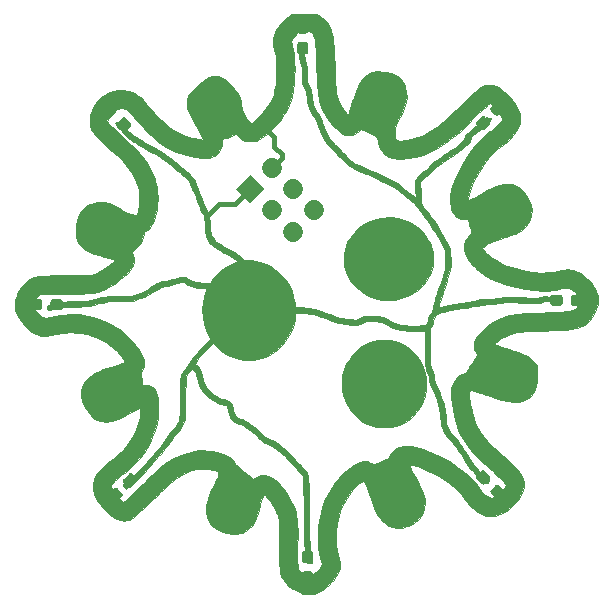
<source format=gbr>
G04 #@! TF.GenerationSoftware,KiCad,Pcbnew,5.1.5*
G04 #@! TF.CreationDate,2020-03-10T18:03:46+01:00*
G04 #@! TF.ProjectId,v,762e6b69-6361-4645-9f70-636258585858,rev?*
G04 #@! TF.SameCoordinates,Original*
G04 #@! TF.FileFunction,Copper,L1,Top*
G04 #@! TF.FilePolarity,Positive*
%FSLAX46Y46*%
G04 Gerber Fmt 4.6, Leading zero omitted, Abs format (unit mm)*
G04 Created by KiCad (PCBNEW 5.1.5) date 2020-03-10 18:03:46*
%MOMM*%
%LPD*%
G04 APERTURE LIST*
%ADD10C,0.010000*%
%ADD11C,1.700000*%
%ADD12C,0.100000*%
%ADD13C,0.400000*%
G04 APERTURE END LIST*
D10*
G36*
X114910550Y-78229784D02*
G01*
X115210754Y-78460171D01*
X115443618Y-78705458D01*
X115626386Y-78984362D01*
X115653648Y-79036334D01*
X115723500Y-79183910D01*
X115784874Y-79338678D01*
X115838608Y-79507586D01*
X115885536Y-79697581D01*
X115926496Y-79915608D01*
X115962322Y-80168615D01*
X115993850Y-80463548D01*
X116021918Y-80807356D01*
X116047360Y-81206983D01*
X116071012Y-81669378D01*
X116093711Y-82201486D01*
X116116292Y-82810256D01*
X116119763Y-82909834D01*
X116141305Y-83447493D01*
X116167546Y-83910275D01*
X116200964Y-84307942D01*
X116244034Y-84650254D01*
X116299232Y-84946972D01*
X116369036Y-85207858D01*
X116455923Y-85442671D01*
X116562367Y-85661173D01*
X116690847Y-85873125D01*
X116843837Y-86088288D01*
X116965925Y-86244895D01*
X117072188Y-86373369D01*
X117159782Y-86471653D01*
X117214772Y-86524410D01*
X117224366Y-86529334D01*
X117246172Y-86490983D01*
X117288483Y-86384308D01*
X117346790Y-86221868D01*
X117416588Y-86016227D01*
X117493366Y-85779945D01*
X117494012Y-85777917D01*
X117615511Y-85398124D01*
X117716358Y-85088136D01*
X117800568Y-84836765D01*
X117872158Y-84632823D01*
X117935146Y-84465121D01*
X117993546Y-84322472D01*
X118051376Y-84193688D01*
X118095983Y-84101103D01*
X118312897Y-83715958D01*
X118547720Y-83407317D01*
X118807229Y-83167752D01*
X119098199Y-82989837D01*
X119118586Y-82980124D01*
X119229635Y-82931456D01*
X119329988Y-82899306D01*
X119441718Y-82880411D01*
X119586898Y-82871508D01*
X119787601Y-82869336D01*
X119866834Y-82869528D01*
X120095117Y-82872454D01*
X120269323Y-82882435D01*
X120420014Y-82904457D01*
X120577753Y-82943507D01*
X120773105Y-83004570D01*
X120849190Y-83029786D01*
X121218484Y-83175141D01*
X121514476Y-83344212D01*
X121747261Y-83546110D01*
X121926935Y-83789945D01*
X122063593Y-84084826D01*
X122084610Y-84144646D01*
X122185644Y-84569443D01*
X122207755Y-85011544D01*
X122150598Y-85472639D01*
X122013824Y-85954420D01*
X121797087Y-86458575D01*
X121501383Y-86984639D01*
X121328134Y-87340663D01*
X121228650Y-87726992D01*
X121207587Y-88125025D01*
X121209158Y-88152672D01*
X121227518Y-88325060D01*
X121256611Y-88480824D01*
X121289015Y-88583332D01*
X121324587Y-88647963D01*
X121368907Y-88686692D01*
X121443424Y-88707423D01*
X121569587Y-88718055D01*
X121666415Y-88722366D01*
X122122558Y-88702434D01*
X122609331Y-88608787D01*
X123120785Y-88444068D01*
X123650970Y-88210917D01*
X124193936Y-87911976D01*
X124743733Y-87549887D01*
X125294411Y-87127291D01*
X125335143Y-87093595D01*
X125485807Y-86962524D01*
X125680711Y-86784208D01*
X125905370Y-86572394D01*
X126145303Y-86340830D01*
X126386027Y-86103263D01*
X126513167Y-85975377D01*
X126949899Y-85538421D01*
X127337195Y-85163475D01*
X127679275Y-84847054D01*
X127980358Y-84585674D01*
X128244666Y-84375852D01*
X128476419Y-84214102D01*
X128679836Y-84096941D01*
X128859138Y-84020884D01*
X128893970Y-84009854D01*
X129158345Y-83974028D01*
X129448715Y-84011273D01*
X129757225Y-84117057D01*
X130076014Y-84286850D01*
X130397226Y-84516117D01*
X130713002Y-84800328D01*
X131015486Y-85134949D01*
X131154946Y-85313891D01*
X131435077Y-85731278D01*
X131638586Y-86128381D01*
X131764692Y-86508736D01*
X131812616Y-86875879D01*
X131781575Y-87233348D01*
X131670791Y-87584677D01*
X131479483Y-87933404D01*
X131206870Y-88283066D01*
X130852172Y-88637197D01*
X130414609Y-88999335D01*
X130327043Y-89065601D01*
X129888121Y-89415081D01*
X129507247Y-89768037D01*
X129160332Y-90148488D01*
X128866227Y-90522111D01*
X128472651Y-91088996D01*
X128133000Y-91653762D01*
X127851258Y-92207936D01*
X127631410Y-92743045D01*
X127477438Y-93250614D01*
X127404307Y-93631603D01*
X127379727Y-93812372D01*
X127687280Y-93657682D01*
X127836259Y-93579919D01*
X128035819Y-93471769D01*
X128263473Y-93345615D01*
X128496731Y-93213838D01*
X128579395Y-93166458D01*
X129040885Y-92910472D01*
X129447372Y-92707315D01*
X129807899Y-92554443D01*
X130131510Y-92449312D01*
X130427249Y-92389375D01*
X130704160Y-92372088D01*
X130971286Y-92394906D01*
X131171523Y-92437035D01*
X131492036Y-92555410D01*
X131781843Y-92738489D01*
X132048920Y-92992656D01*
X132301250Y-93324295D01*
X132324304Y-93359386D01*
X132556736Y-93780170D01*
X132706170Y-94194553D01*
X132773919Y-94597967D01*
X132761298Y-94985842D01*
X132669620Y-95353612D01*
X132500200Y-95696707D01*
X132254351Y-96010559D01*
X131933387Y-96290601D01*
X131538623Y-96532263D01*
X131391274Y-96603311D01*
X131248927Y-96661798D01*
X131049178Y-96735763D01*
X130815841Y-96816760D01*
X130572728Y-96896340D01*
X130508543Y-96916475D01*
X130125006Y-97038065D01*
X129810360Y-97143804D01*
X129551403Y-97238550D01*
X129334931Y-97327162D01*
X129147740Y-97414499D01*
X129127313Y-97424772D01*
X128960507Y-97520769D01*
X128809181Y-97628177D01*
X128690132Y-97732962D01*
X128620157Y-97821087D01*
X128608667Y-97858163D01*
X128639312Y-97921071D01*
X128722165Y-98023923D01*
X128843602Y-98153420D01*
X128989997Y-98296266D01*
X129147727Y-98439162D01*
X129303166Y-98568811D01*
X129441858Y-98671355D01*
X129923845Y-98957815D01*
X130470132Y-99215761D01*
X131063700Y-99440253D01*
X131687530Y-99626351D01*
X132324603Y-99769114D01*
X132957900Y-99863602D01*
X133570402Y-99904874D01*
X133696187Y-99906319D01*
X134137089Y-99887296D01*
X134599004Y-99827302D01*
X135105512Y-99723196D01*
X135149167Y-99712747D01*
X135518182Y-99639968D01*
X135837025Y-99615052D01*
X136125163Y-99637708D01*
X136361791Y-99694560D01*
X136659520Y-99808963D01*
X136935125Y-99963402D01*
X137210648Y-100171628D01*
X137400360Y-100342548D01*
X137769308Y-100727170D01*
X138055367Y-101103420D01*
X138259471Y-101474857D01*
X138382553Y-101845040D01*
X138425545Y-102217529D01*
X138389381Y-102595881D01*
X138274994Y-102983658D01*
X138160165Y-103240413D01*
X137928878Y-103639845D01*
X137671225Y-103963951D01*
X137377274Y-104220460D01*
X137037090Y-104417104D01*
X136640740Y-104561613D01*
X136381666Y-104624491D01*
X136194316Y-104659839D01*
X135993800Y-104690351D01*
X135770411Y-104716749D01*
X135514440Y-104739754D01*
X135216179Y-104760088D01*
X134865920Y-104778475D01*
X134453954Y-104795635D01*
X133970573Y-104812291D01*
X133774509Y-104818384D01*
X133192897Y-104837770D01*
X132687688Y-104859382D01*
X132250615Y-104885092D01*
X131873415Y-104916772D01*
X131547824Y-104956293D01*
X131265577Y-105005528D01*
X131018409Y-105066347D01*
X130798056Y-105140623D01*
X130596255Y-105230226D01*
X130404739Y-105337030D01*
X130215246Y-105462904D01*
X130019511Y-105609722D01*
X129915866Y-105692259D01*
X129786215Y-105798848D01*
X129686264Y-105884516D01*
X129630983Y-105936269D01*
X129624667Y-105944983D01*
X129635535Y-105958597D01*
X129673372Y-105978689D01*
X129746025Y-106007981D01*
X129861342Y-106049192D01*
X130027173Y-106105042D01*
X130251364Y-106178253D01*
X130541764Y-106271543D01*
X130852334Y-106370507D01*
X131285486Y-106511454D01*
X131646452Y-106636937D01*
X131945277Y-106751653D01*
X132192006Y-106860299D01*
X132396684Y-106967572D01*
X132569356Y-107078168D01*
X132720067Y-107196785D01*
X132822620Y-107291756D01*
X132992506Y-107474356D01*
X133115739Y-107650253D01*
X133198881Y-107838237D01*
X133248494Y-108057098D01*
X133271140Y-108325625D01*
X133274280Y-108585000D01*
X133250891Y-109048779D01*
X133185960Y-109446632D01*
X133076025Y-109788253D01*
X132917626Y-110083337D01*
X132707301Y-110341577D01*
X132615507Y-110429837D01*
X132331552Y-110636943D01*
X132010141Y-110776088D01*
X131646620Y-110848277D01*
X131236332Y-110854516D01*
X130855011Y-110810007D01*
X130631207Y-110769382D01*
X130415966Y-110722508D01*
X130194832Y-110665050D01*
X129953347Y-110592673D01*
X129677055Y-110501042D01*
X129351499Y-110385822D01*
X128962221Y-110242680D01*
X128959543Y-110241683D01*
X128535043Y-110089348D01*
X128184622Y-109975955D01*
X127908493Y-109901555D01*
X127706869Y-109866202D01*
X127579963Y-109869948D01*
X127540697Y-109890037D01*
X127510297Y-109967838D01*
X127496097Y-110114031D01*
X127497337Y-110314057D01*
X127513255Y-110553355D01*
X127543093Y-110817368D01*
X127586091Y-111091537D01*
X127609931Y-111216323D01*
X127729010Y-111739586D01*
X127867220Y-112214465D01*
X128031051Y-112651079D01*
X128226995Y-113059552D01*
X128461541Y-113450005D01*
X128741182Y-113832560D01*
X129072407Y-114217339D01*
X129461708Y-114614463D01*
X129915577Y-115034055D01*
X130238500Y-115315270D01*
X130678542Y-115699844D01*
X131051068Y-116045334D01*
X131360230Y-116357732D01*
X131610184Y-116643030D01*
X131805081Y-116907220D01*
X131949075Y-117156294D01*
X132046321Y-117396244D01*
X132100970Y-117633063D01*
X132117177Y-117872743D01*
X132110547Y-118016058D01*
X132064823Y-118305882D01*
X131973487Y-118580171D01*
X131829325Y-118852349D01*
X131625122Y-119135841D01*
X131353664Y-119444071D01*
X131329277Y-119469729D01*
X130928936Y-119846221D01*
X130527537Y-120138596D01*
X130125390Y-120346766D01*
X129722803Y-120470645D01*
X129320088Y-120510146D01*
X128917554Y-120465180D01*
X128515511Y-120335662D01*
X128414548Y-120289789D01*
X128153155Y-120134430D01*
X127874030Y-119915937D01*
X127592987Y-119648916D01*
X127325839Y-119347971D01*
X127160135Y-119131332D01*
X126976301Y-118877939D01*
X126824462Y-118678543D01*
X126690038Y-118516432D01*
X126558451Y-118374897D01*
X126415124Y-118237227D01*
X126259167Y-118098581D01*
X125816479Y-117745724D01*
X125316083Y-117401705D01*
X124776651Y-117076512D01*
X124216856Y-116780132D01*
X123655371Y-116522552D01*
X123110866Y-116313760D01*
X122676981Y-116182533D01*
X122540142Y-116150606D01*
X122439441Y-116133721D01*
X122399433Y-116134789D01*
X122408058Y-116184073D01*
X122460031Y-116304951D01*
X122554911Y-116496556D01*
X122692257Y-116758019D01*
X122871626Y-117088471D01*
X123036076Y-117385753D01*
X123265385Y-117814721D01*
X123444425Y-118190599D01*
X123577278Y-118525216D01*
X123668026Y-118830400D01*
X123720754Y-119117978D01*
X123739544Y-119399778D01*
X123739708Y-119424023D01*
X123703704Y-119832712D01*
X123592726Y-120203238D01*
X123405230Y-120539579D01*
X123220039Y-120764874D01*
X122907279Y-121038932D01*
X122539886Y-121255083D01*
X122215927Y-121384795D01*
X121784790Y-121494313D01*
X121382345Y-121524394D01*
X121007109Y-121474710D01*
X120657598Y-121344930D01*
X120332329Y-121134726D01*
X120093000Y-120913141D01*
X119912028Y-120700743D01*
X119751592Y-120464838D01*
X119604703Y-120191776D01*
X119464371Y-119867910D01*
X119323608Y-119479592D01*
X119260668Y-119287712D01*
X119159312Y-118983483D01*
X119050119Y-118677753D01*
X118938660Y-118384313D01*
X118830508Y-118116953D01*
X118731233Y-117889461D01*
X118646409Y-117715627D01*
X118583431Y-117611617D01*
X118510344Y-117515400D01*
X118124817Y-117831743D01*
X117681801Y-118248872D01*
X117289601Y-118727971D01*
X116951906Y-119260675D01*
X116672404Y-119838615D01*
X116454784Y-120453425D01*
X116302733Y-121096737D01*
X116219940Y-121760186D01*
X116205000Y-122186953D01*
X116216482Y-122585380D01*
X116253875Y-122962565D01*
X116321597Y-123350985D01*
X116420150Y-123768069D01*
X116506260Y-124166126D01*
X116540762Y-124514801D01*
X116522116Y-124832989D01*
X116448779Y-125139583D01*
X116319211Y-125453479D01*
X116275662Y-125539500D01*
X116171523Y-125701229D01*
X116015424Y-125897100D01*
X115823319Y-126110693D01*
X115611159Y-126325587D01*
X115394897Y-126525364D01*
X115190485Y-126693603D01*
X115073270Y-126777126D01*
X114713408Y-126969858D01*
X114332643Y-127094111D01*
X113947423Y-127146076D01*
X113580334Y-127123006D01*
X113377444Y-127069625D01*
X113134963Y-126977342D01*
X112880670Y-126858534D01*
X112642343Y-126725581D01*
X112540978Y-126659827D01*
X112431898Y-126582266D01*
X112381663Y-126530729D01*
X112379222Y-126483454D01*
X112413524Y-126418684D01*
X112416242Y-126414206D01*
X112484692Y-126301500D01*
X112398441Y-126400294D01*
X112312190Y-126499087D01*
X112190834Y-126412674D01*
X112032852Y-126271132D01*
X111870809Y-126077030D01*
X111726401Y-125858460D01*
X111650861Y-125713507D01*
X111596963Y-125591773D01*
X111551491Y-125475962D01*
X111513725Y-125357803D01*
X111482945Y-125229020D01*
X111458431Y-125081342D01*
X111439463Y-124906494D01*
X111425322Y-124696204D01*
X111415288Y-124442198D01*
X111408640Y-124136203D01*
X111404660Y-123769945D01*
X111402628Y-123335151D01*
X111401845Y-122851334D01*
X111401349Y-122367046D01*
X111400200Y-121958872D01*
X111397594Y-121618261D01*
X111392726Y-121336660D01*
X111384791Y-121105518D01*
X111372984Y-120916282D01*
X111356499Y-120760400D01*
X111334533Y-120629320D01*
X111306279Y-120514490D01*
X111270934Y-120407359D01*
X111227692Y-120299373D01*
X111175748Y-120181981D01*
X111144027Y-120112175D01*
X111060010Y-119946184D01*
X110948733Y-119753098D01*
X110819061Y-119545535D01*
X110679861Y-119336117D01*
X110539998Y-119137462D01*
X110408337Y-118962190D01*
X110293744Y-118822920D01*
X110205084Y-118732273D01*
X110153816Y-118702667D01*
X110114274Y-118741456D01*
X110056447Y-118850021D01*
X109985064Y-119016659D01*
X109904853Y-119229666D01*
X109820544Y-119477341D01*
X109751847Y-119697500D01*
X109586363Y-120213221D01*
X109421158Y-120650365D01*
X109252438Y-121014926D01*
X109076411Y-121312897D01*
X108889285Y-121550270D01*
X108687266Y-121733038D01*
X108466563Y-121867194D01*
X108346222Y-121918588D01*
X108073439Y-121986246D01*
X107749197Y-122010753D01*
X107393611Y-121994186D01*
X107026795Y-121938622D01*
X106668865Y-121846140D01*
X106339935Y-121718817D01*
X106319848Y-121709293D01*
X105962169Y-121497337D01*
X105675200Y-121238863D01*
X105458859Y-120933741D01*
X105313067Y-120581838D01*
X105237745Y-120183023D01*
X105226424Y-119909167D01*
X105240001Y-119634305D01*
X105278820Y-119367206D01*
X105347504Y-119092637D01*
X105450674Y-118795368D01*
X105592951Y-118460167D01*
X105778957Y-118071800D01*
X105791597Y-118046500D01*
X105964346Y-117694579D01*
X106096130Y-117408502D01*
X106188780Y-117181061D01*
X106244129Y-117005048D01*
X106264012Y-116873255D01*
X106250260Y-116778474D01*
X106204707Y-116713496D01*
X106140250Y-116675442D01*
X105963668Y-116620501D01*
X105727858Y-116571962D01*
X105458216Y-116533536D01*
X105180137Y-116508934D01*
X104951193Y-116501664D01*
X104451452Y-116539409D01*
X103960130Y-116653331D01*
X103470460Y-116845689D01*
X102975672Y-117118742D01*
X102842297Y-117205274D01*
X102613873Y-117364213D01*
X102386462Y-117536232D01*
X102151105Y-117729303D01*
X101898842Y-117951401D01*
X101620713Y-118210499D01*
X101307757Y-118514571D01*
X100951017Y-118871590D01*
X100816834Y-119007804D01*
X100384434Y-119441126D01*
X100000080Y-119811107D01*
X99659670Y-120121115D01*
X99359108Y-120374513D01*
X99094295Y-120574668D01*
X98861131Y-120724944D01*
X98655519Y-120828706D01*
X98552000Y-120867391D01*
X98283989Y-120910256D01*
X97992249Y-120877689D01*
X97683054Y-120773429D01*
X97362679Y-120601215D01*
X97037398Y-120364787D01*
X96713485Y-120067884D01*
X96397216Y-119714246D01*
X96210447Y-119471884D01*
X95940528Y-119051047D01*
X95754076Y-118643137D01*
X95650993Y-118247470D01*
X95631180Y-117863359D01*
X95694540Y-117490118D01*
X95840975Y-117127063D01*
X95867879Y-117077403D01*
X96024115Y-116841997D01*
X96236998Y-116584919D01*
X96488821Y-116324987D01*
X96761872Y-116081020D01*
X96929171Y-115949652D01*
X97117335Y-115809775D01*
X97305559Y-115669478D01*
X97469650Y-115546812D01*
X97568732Y-115472419D01*
X97780849Y-115293552D01*
X98017726Y-115062154D01*
X98260802Y-114798442D01*
X98491521Y-114522630D01*
X98691323Y-114254936D01*
X98706138Y-114233421D01*
X99025010Y-113717535D01*
X99282522Y-113195767D01*
X99475027Y-112678200D01*
X99598880Y-112174914D01*
X99650438Y-111695992D01*
X99651751Y-111617888D01*
X99650389Y-111451912D01*
X99642746Y-111355242D01*
X99625183Y-111312557D01*
X99594063Y-111308538D01*
X99579447Y-111313372D01*
X99520128Y-111342830D01*
X99400849Y-111407175D01*
X99234995Y-111499007D01*
X99035954Y-111610922D01*
X98849197Y-111717158D01*
X98448775Y-111939938D01*
X98103908Y-112117496D01*
X97802283Y-112255226D01*
X97531587Y-112358523D01*
X97279507Y-112432783D01*
X97148419Y-112462379D01*
X96740617Y-112508186D01*
X96361171Y-112474490D01*
X96009874Y-112361173D01*
X95686523Y-112168117D01*
X95390910Y-111895204D01*
X95122829Y-111542315D01*
X94915863Y-111178209D01*
X94752137Y-110770886D01*
X94668938Y-110368892D01*
X94664965Y-109978511D01*
X94738922Y-109606028D01*
X94889508Y-109257727D01*
X95115426Y-108939891D01*
X95415377Y-108658806D01*
X95440480Y-108639638D01*
X95617730Y-108514221D01*
X95801737Y-108402560D01*
X96005860Y-108298770D01*
X96243460Y-108196964D01*
X96527899Y-108091260D01*
X96872538Y-107975772D01*
X97139444Y-107891339D01*
X97411334Y-107805827D01*
X97666602Y-107723809D01*
X97890328Y-107650214D01*
X98067591Y-107589971D01*
X98183468Y-107548009D01*
X98204727Y-107539427D01*
X98383878Y-107463167D01*
X98270471Y-107293834D01*
X97992731Y-106925809D01*
X97656717Y-106556534D01*
X97285338Y-106208795D01*
X96901504Y-105905383D01*
X96811984Y-105842985D01*
X96603694Y-105715360D01*
X96343392Y-105576021D01*
X96059765Y-105438867D01*
X95781499Y-105317800D01*
X95546334Y-105229711D01*
X95242071Y-105133416D01*
X94977214Y-105063059D01*
X94727110Y-105014896D01*
X94467106Y-104985185D01*
X94172552Y-104970182D01*
X93818796Y-104966144D01*
X93810667Y-104966149D01*
X93537119Y-104967184D01*
X93326861Y-104971366D01*
X93158521Y-104981134D01*
X93010724Y-104998927D01*
X92862098Y-105027182D01*
X92691268Y-105068340D01*
X92519500Y-105113461D01*
X92055139Y-105214950D01*
X91640444Y-105254859D01*
X91264202Y-105230449D01*
X90915203Y-105138981D01*
X90582231Y-104977716D01*
X90254077Y-104743916D01*
X89976828Y-104492312D01*
X89620127Y-104104225D01*
X89346340Y-103724864D01*
X89154579Y-103350891D01*
X89043955Y-102978972D01*
X89016414Y-102640603D01*
X90551000Y-102640603D01*
X90582482Y-102766072D01*
X90669825Y-102928885D01*
X90802376Y-103114003D01*
X90969482Y-103306382D01*
X91141087Y-103473725D01*
X91257824Y-103574714D01*
X91359965Y-103647012D01*
X91462035Y-103691797D01*
X91578561Y-103710249D01*
X91724068Y-103703546D01*
X91913082Y-103672867D01*
X92160129Y-103619390D01*
X92360068Y-103572643D01*
X93051715Y-103451623D01*
X93763333Y-103408472D01*
X94484637Y-103441982D01*
X95205343Y-103550945D01*
X95915166Y-103734153D01*
X96603822Y-103990397D01*
X96842040Y-104099074D01*
X97419769Y-104415388D01*
X97977627Y-104796940D01*
X98500908Y-105231106D01*
X98974904Y-105705263D01*
X99384905Y-106206787D01*
X99515425Y-106393729D01*
X99736571Y-106757619D01*
X99887474Y-107084198D01*
X99969346Y-107381573D01*
X99983397Y-107657853D01*
X99930840Y-107921144D01*
X99812885Y-108179554D01*
X99788326Y-108220500D01*
X99737267Y-108309281D01*
X99710820Y-108385546D01*
X99705922Y-108476443D01*
X99719511Y-108609119D01*
X99733405Y-108707334D01*
X99763871Y-108901233D01*
X99798075Y-109096190D01*
X99827672Y-109245481D01*
X99875000Y-109461461D01*
X100066468Y-109420625D01*
X100182943Y-109402115D01*
X100280913Y-109409005D01*
X100394243Y-109447259D01*
X100504940Y-109497847D01*
X100698844Y-109619986D01*
X100857193Y-109787445D01*
X100982081Y-110006308D01*
X101075603Y-110282661D01*
X101139853Y-110622588D01*
X101176927Y-111032174D01*
X101188863Y-111484834D01*
X101160350Y-112090972D01*
X101068699Y-112679045D01*
X100910418Y-113261456D01*
X100682014Y-113850603D01*
X100379993Y-114458889D01*
X100321432Y-114564463D01*
X99933976Y-115181190D01*
X99491524Y-115748404D01*
X98986448Y-116274393D01*
X98411124Y-116767444D01*
X98041136Y-117042368D01*
X97838266Y-117196578D01*
X97641156Y-117365617D01*
X97462837Y-117536360D01*
X97316338Y-117695684D01*
X97214689Y-117830464D01*
X97173083Y-117916716D01*
X97180989Y-118040356D01*
X97252803Y-118219064D01*
X97388382Y-118452538D01*
X97519448Y-118645993D01*
X97631871Y-118790057D01*
X97765217Y-118939053D01*
X97904322Y-119078509D01*
X98034025Y-119193955D01*
X98139164Y-119270922D01*
X98199825Y-119295334D01*
X98257625Y-119272975D01*
X98356633Y-119204401D01*
X98499321Y-119087367D01*
X98688165Y-118919627D01*
X98925639Y-118698935D01*
X99214215Y-118423046D01*
X99556368Y-118089713D01*
X99885500Y-117765155D01*
X100154562Y-117500591D01*
X100420584Y-117242574D01*
X100673784Y-117000335D01*
X100904382Y-116783103D01*
X101102596Y-116600110D01*
X101258644Y-116460585D01*
X101346000Y-116386906D01*
X101930998Y-115955329D01*
X102509825Y-115604175D01*
X103089790Y-115330281D01*
X103678202Y-115130483D01*
X104282370Y-115001619D01*
X104648000Y-114957683D01*
X104961863Y-114947565D01*
X105315712Y-114965083D01*
X105687442Y-115006734D01*
X106054950Y-115069013D01*
X106396132Y-115148416D01*
X106688884Y-115241439D01*
X106836917Y-115304682D01*
X107068338Y-115442373D01*
X107288084Y-115616678D01*
X107471474Y-115805883D01*
X107576557Y-115955396D01*
X107664077Y-116074589D01*
X107790219Y-116204894D01*
X107885582Y-116285259D01*
X108010291Y-116383309D01*
X108173444Y-116516982D01*
X108350158Y-116665701D01*
X108459852Y-116760120D01*
X108627088Y-116904222D01*
X108791627Y-117043657D01*
X108930793Y-117159322D01*
X108999668Y-117214890D01*
X109179979Y-117356946D01*
X109498082Y-117199768D01*
X109663715Y-117121219D01*
X109787487Y-117075736D01*
X109901922Y-117055944D01*
X110039541Y-117054470D01*
X110122987Y-117058083D01*
X110421995Y-117104161D01*
X110712040Y-117214230D01*
X110998819Y-117392303D01*
X111288030Y-117642397D01*
X111585372Y-117968525D01*
X111796031Y-118237000D01*
X111992052Y-118513508D01*
X112185747Y-118811474D01*
X112364440Y-119109674D01*
X112515458Y-119386885D01*
X112626126Y-119621883D01*
X112632972Y-119638507D01*
X112731006Y-119909795D01*
X112810842Y-120200916D01*
X112873365Y-120520893D01*
X112919463Y-120878753D01*
X112950019Y-121283521D01*
X112965920Y-121744221D01*
X112968052Y-122269880D01*
X112957300Y-122869522D01*
X112955725Y-122927611D01*
X112943952Y-123415375D01*
X112938511Y-123826236D01*
X112940156Y-124167771D01*
X112949639Y-124447559D01*
X112967713Y-124673179D01*
X112995132Y-124852209D01*
X113032648Y-124992228D01*
X113081013Y-125100815D01*
X113140982Y-125185548D01*
X113184416Y-125229514D01*
X113311459Y-125327360D01*
X113470415Y-125426478D01*
X113636737Y-125514014D01*
X113785876Y-125577112D01*
X113893286Y-125602918D01*
X113897638Y-125603000D01*
X114011720Y-125579689D01*
X114151193Y-125520244D01*
X114217629Y-125481787D01*
X114380315Y-125361304D01*
X114554504Y-125206926D01*
X114720640Y-125038636D01*
X114859167Y-124876412D01*
X114950528Y-124740238D01*
X114957992Y-124725342D01*
X114987415Y-124658711D01*
X115003525Y-124597404D01*
X115004874Y-124524252D01*
X114990015Y-124422086D01*
X114957502Y-124273737D01*
X114905887Y-124062037D01*
X114900124Y-124038760D01*
X114804610Y-123621958D01*
X114738327Y-123249542D01*
X114697209Y-122888052D01*
X114677192Y-122504027D01*
X114673596Y-122174000D01*
X114715731Y-121359806D01*
X114838350Y-120571693D01*
X115041333Y-119810058D01*
X115324563Y-119075296D01*
X115687920Y-118367802D01*
X115934276Y-117971702D01*
X116169376Y-117651162D01*
X116452722Y-117319751D01*
X116769099Y-116991655D01*
X117103291Y-116681060D01*
X117440084Y-116402151D01*
X117764263Y-116169115D01*
X118044459Y-116004275D01*
X118258975Y-115921862D01*
X118512099Y-115879418D01*
X118566424Y-115875237D01*
X118737249Y-115867863D01*
X118861564Y-115877855D01*
X118976953Y-115912752D01*
X119121000Y-115980091D01*
X119141841Y-115990630D01*
X119409001Y-116126233D01*
X119913084Y-115916361D01*
X120119833Y-115831506D01*
X120313078Y-115754384D01*
X120471546Y-115693349D01*
X120573962Y-115656751D01*
X120575917Y-115656128D01*
X120693972Y-115600529D01*
X120734548Y-115530958D01*
X120734667Y-115526376D01*
X120770038Y-115362284D01*
X120866219Y-115180388D01*
X121008314Y-115000788D01*
X121181426Y-114843584D01*
X121298218Y-114765943D01*
X121603327Y-114636592D01*
X121952449Y-114573254D01*
X122350347Y-114575216D01*
X122482789Y-114588781D01*
X123015640Y-114685200D01*
X123580896Y-114843862D01*
X124166896Y-115057920D01*
X124761979Y-115320526D01*
X125354482Y-115624832D01*
X125932745Y-115963990D01*
X126485107Y-116331153D01*
X126999905Y-116719474D01*
X127465479Y-117122103D01*
X127870167Y-117532194D01*
X128202308Y-117942899D01*
X128207765Y-117950558D01*
X128410106Y-118229132D01*
X128578033Y-118445386D01*
X128720619Y-118609644D01*
X128846939Y-118732229D01*
X128966065Y-118823467D01*
X128986857Y-118836985D01*
X129191338Y-118932523D01*
X129391648Y-118949866D01*
X129606365Y-118889887D01*
X129653401Y-118868337D01*
X129793919Y-118780223D01*
X129964469Y-118643673D01*
X130144432Y-118478090D01*
X130313185Y-118302881D01*
X130450107Y-118137451D01*
X130488904Y-118082100D01*
X130556078Y-117974596D01*
X130580547Y-117904120D01*
X130566771Y-117837388D01*
X130531427Y-117764746D01*
X130447344Y-117642395D01*
X130297254Y-117471602D01*
X130083179Y-117254334D01*
X129807139Y-116992555D01*
X129471156Y-116688230D01*
X129077249Y-116343326D01*
X129012428Y-116287469D01*
X128440529Y-115771585D01*
X127943797Y-115269005D01*
X127516063Y-114769514D01*
X127151158Y-114262902D01*
X126842913Y-113738957D01*
X126585160Y-113187464D01*
X126371729Y-112598214D01*
X126196452Y-111960992D01*
X126085757Y-111442500D01*
X126001829Y-110936801D01*
X125957239Y-110496017D01*
X125952421Y-110109867D01*
X125987805Y-109768068D01*
X126063824Y-109460337D01*
X126180912Y-109176392D01*
X126181058Y-109176099D01*
X126360825Y-108894125D01*
X126587614Y-108662010D01*
X126847394Y-108491503D01*
X127110964Y-108397500D01*
X127210552Y-108356222D01*
X127284422Y-108268403D01*
X127322480Y-108192957D01*
X127372866Y-108097354D01*
X127460312Y-107947972D01*
X127574745Y-107761365D01*
X127706090Y-107554089D01*
X127788325Y-107427451D01*
X128174785Y-106837990D01*
X128042476Y-106625149D01*
X127976866Y-106512176D01*
X127937395Y-106414415D01*
X127917525Y-106303381D01*
X127910716Y-106150587D01*
X127910167Y-106048738D01*
X127913498Y-105859305D01*
X127927830Y-105723889D01*
X127959667Y-105611960D01*
X128015516Y-105492989D01*
X128037167Y-105452748D01*
X128179241Y-105241689D01*
X128383235Y-105006058D01*
X128634891Y-104758234D01*
X128919951Y-104510595D01*
X129224156Y-104275519D01*
X129533249Y-104065385D01*
X129832970Y-103892569D01*
X129836334Y-103890833D01*
X130028707Y-103796055D01*
X130219497Y-103712571D01*
X130415757Y-103639389D01*
X130624542Y-103575515D01*
X130852906Y-103519955D01*
X131107902Y-103471717D01*
X131396585Y-103429806D01*
X131726008Y-103393230D01*
X132103225Y-103360994D01*
X132535291Y-103332106D01*
X133029260Y-103305572D01*
X133592184Y-103280399D01*
X134231119Y-103255593D01*
X134387167Y-103249921D01*
X134892449Y-103228334D01*
X135318550Y-103202485D01*
X135670875Y-103171746D01*
X135954831Y-103135487D01*
X136175825Y-103093079D01*
X136339263Y-103043891D01*
X136403954Y-103015088D01*
X136495090Y-102941403D01*
X136604780Y-102815324D01*
X136715842Y-102661210D01*
X136811089Y-102503421D01*
X136873337Y-102366316D01*
X136881844Y-102337672D01*
X136876797Y-102191695D01*
X136799812Y-102009898D01*
X136653435Y-101796712D01*
X136440216Y-101556566D01*
X136421923Y-101537918D01*
X136241802Y-101362803D01*
X136094508Y-101246042D01*
X135958341Y-101181218D01*
X135811598Y-101161916D01*
X135632580Y-101181719D01*
X135399585Y-101234212D01*
X135396945Y-101234871D01*
X135065517Y-101312223D01*
X134769994Y-101367164D01*
X134482132Y-101402980D01*
X134173687Y-101422958D01*
X133816416Y-101430386D01*
X133714476Y-101430667D01*
X132957939Y-101399092D01*
X132198834Y-101306780D01*
X131448377Y-101157355D01*
X130717783Y-100954438D01*
X130018269Y-100701650D01*
X129361050Y-100402614D01*
X128757344Y-100060952D01*
X128218365Y-99680285D01*
X128167470Y-99639409D01*
X127967193Y-99460499D01*
X127757821Y-99246266D01*
X127558587Y-99018638D01*
X127388724Y-98799547D01*
X127270826Y-98617039D01*
X127124427Y-98272003D01*
X127060763Y-97921098D01*
X127078951Y-97571728D01*
X127178106Y-97231299D01*
X127357346Y-96907216D01*
X127495868Y-96731667D01*
X127664444Y-96541167D01*
X127608372Y-96268369D01*
X127564906Y-96077561D01*
X127509049Y-95859439D01*
X127463281Y-95696869D01*
X127374261Y-95398167D01*
X127091881Y-95392560D01*
X126782091Y-95354454D01*
X126521641Y-95251070D01*
X126301767Y-95078712D01*
X126271819Y-95046764D01*
X126128380Y-94869516D01*
X126028666Y-94693726D01*
X125956621Y-94486642D01*
X125918260Y-94325600D01*
X125864636Y-93891711D01*
X125880966Y-93423341D01*
X125967704Y-92918460D01*
X126125306Y-92375036D01*
X126354223Y-91791038D01*
X126600696Y-91270128D01*
X126979502Y-90579852D01*
X127393465Y-89931794D01*
X127835886Y-89334298D01*
X128300061Y-88795706D01*
X128779289Y-88324361D01*
X129266868Y-87928607D01*
X129309538Y-87897971D01*
X129545795Y-87719382D01*
X129765364Y-87533326D01*
X129956800Y-87351211D01*
X130108661Y-87184449D01*
X130209501Y-87044449D01*
X130244246Y-86966014D01*
X130238743Y-86845264D01*
X130181376Y-86681106D01*
X130081697Y-86488404D01*
X129949260Y-86282027D01*
X129793620Y-86076841D01*
X129624329Y-85887714D01*
X129450942Y-85729512D01*
X129448308Y-85727410D01*
X129234006Y-85556781D01*
X129119243Y-85638499D01*
X129023736Y-85714662D01*
X128878579Y-85840924D01*
X128694079Y-86007604D01*
X128480540Y-86205017D01*
X128248265Y-86423480D01*
X128007561Y-86653310D01*
X127768732Y-86884825D01*
X127542081Y-87108340D01*
X127359834Y-87291800D01*
X126848344Y-87796126D01*
X126365867Y-88235095D01*
X125900630Y-88617546D01*
X125440860Y-88952316D01*
X124974786Y-89248246D01*
X124490635Y-89514173D01*
X124227167Y-89643845D01*
X123574158Y-89919370D01*
X122944696Y-90114656D01*
X122336686Y-90230154D01*
X121748031Y-90266314D01*
X121406938Y-90250442D01*
X121150185Y-90223639D01*
X120954551Y-90191038D01*
X120796490Y-90146491D01*
X120652455Y-90083852D01*
X120547642Y-90026108D01*
X120288927Y-89829780D01*
X120073197Y-89567777D01*
X119898269Y-89236656D01*
X119761958Y-88832970D01*
X119742103Y-88755386D01*
X119648413Y-88373444D01*
X118368627Y-87710270D01*
X118188087Y-87885478D01*
X117918452Y-88098150D01*
X117635565Y-88228007D01*
X117342815Y-88275250D01*
X117043589Y-88240079D01*
X116741276Y-88122695D01*
X116439263Y-87923298D01*
X116267230Y-87771752D01*
X115980158Y-87469550D01*
X115701247Y-87128567D01*
X115443520Y-86767849D01*
X115219998Y-86406443D01*
X115043704Y-86063398D01*
X114961536Y-85861892D01*
X114884103Y-85627325D01*
X114817387Y-85383183D01*
X114760339Y-85120542D01*
X114711907Y-84830480D01*
X114671043Y-84504071D01*
X114636695Y-84132395D01*
X114607813Y-83706526D01*
X114583346Y-83217542D01*
X114562245Y-82656518D01*
X114554270Y-82401834D01*
X114536764Y-81855442D01*
X114518303Y-81386782D01*
X114497437Y-80988918D01*
X114472715Y-80654918D01*
X114442687Y-80377845D01*
X114405902Y-80150767D01*
X114360910Y-79966750D01*
X114306261Y-79818858D01*
X114240503Y-79700158D01*
X114162187Y-79603716D01*
X114069861Y-79522597D01*
X113962076Y-79449867D01*
X113933151Y-79432540D01*
X113746430Y-79333839D01*
X113599234Y-79287486D01*
X113467711Y-79289681D01*
X113328720Y-79336313D01*
X113200575Y-79413267D01*
X113040379Y-79537191D01*
X112868968Y-79688937D01*
X112707181Y-79849357D01*
X112575854Y-79999305D01*
X112516122Y-80083012D01*
X112475100Y-80162339D01*
X112452101Y-80248972D01*
X112447824Y-80357624D01*
X112462969Y-80503004D01*
X112498236Y-80699824D01*
X112554324Y-80962795D01*
X112558960Y-80983667D01*
X112646446Y-81489948D01*
X112699698Y-82052931D01*
X112719415Y-82652196D01*
X112706299Y-83267320D01*
X112661047Y-83877881D01*
X112584361Y-84463460D01*
X112476939Y-85003633D01*
X112412889Y-85246961D01*
X112260194Y-85667744D01*
X112040832Y-86114037D01*
X111763465Y-86572691D01*
X111436751Y-87030557D01*
X111069352Y-87474487D01*
X110673611Y-87887765D01*
X110397398Y-88142602D01*
X110147356Y-88343365D01*
X109901797Y-88505826D01*
X109639038Y-88645756D01*
X109616774Y-88656379D01*
X109463224Y-88724793D01*
X109336531Y-88766018D01*
X109203989Y-88786763D01*
X109032891Y-88793733D01*
X108944834Y-88794167D01*
X108747866Y-88790783D01*
X108605742Y-88776809D01*
X108488779Y-88746516D01*
X108367292Y-88694169D01*
X108329587Y-88675371D01*
X108160316Y-88573598D01*
X107987300Y-88445200D01*
X107906253Y-88373642D01*
X107717167Y-88190708D01*
X107360502Y-88316334D01*
X107164320Y-88387875D01*
X106966772Y-88463921D01*
X106804739Y-88530196D01*
X106778418Y-88541650D01*
X106553000Y-88641341D01*
X106552967Y-88929421D01*
X106542680Y-89129651D01*
X106504419Y-89296707D01*
X106431284Y-89471500D01*
X106299718Y-89701446D01*
X106145084Y-89871501D01*
X105942206Y-90006415D01*
X105832065Y-90060612D01*
X105542005Y-90155506D01*
X105198008Y-90198518D01*
X104796866Y-90189580D01*
X104335371Y-90128625D01*
X103822500Y-90018616D01*
X103225391Y-89851672D01*
X102670866Y-89654934D01*
X102150476Y-89422484D01*
X101655774Y-89148407D01*
X101178313Y-88826784D01*
X100709643Y-88451697D01*
X100241318Y-88017230D01*
X99764889Y-87517465D01*
X99271910Y-86946484D01*
X99052661Y-86677500D01*
X98859721Y-86443044D01*
X98702311Y-86268985D01*
X98567780Y-86146099D01*
X98443473Y-86065165D01*
X98316738Y-86016960D01*
X98174922Y-85992263D01*
X98104589Y-85986473D01*
X97921461Y-85983844D01*
X97779366Y-86008115D01*
X97647393Y-86060976D01*
X97428888Y-86206360D01*
X97223666Y-86417324D01*
X97048656Y-86674857D01*
X96979907Y-86810419D01*
X96855909Y-87083890D01*
X96938803Y-87198195D01*
X97033697Y-87310584D01*
X97188572Y-87470442D01*
X97397490Y-87672109D01*
X97654508Y-87909925D01*
X97953688Y-88178229D01*
X98128667Y-88332036D01*
X98734229Y-88884525D01*
X99262392Y-89418171D01*
X99716862Y-89938424D01*
X100101347Y-90450731D01*
X100419555Y-90960541D01*
X100675192Y-91473300D01*
X100871967Y-91994458D01*
X101013588Y-92529461D01*
X101025972Y-92589463D01*
X101096067Y-93077090D01*
X101119910Y-93592391D01*
X101099300Y-94115471D01*
X101036041Y-94626435D01*
X100931932Y-95105389D01*
X100788774Y-95532438D01*
X100751776Y-95618428D01*
X100646680Y-95809946D01*
X100510091Y-96000469D01*
X100359760Y-96169406D01*
X100213438Y-96296163D01*
X100121769Y-96349244D01*
X100043614Y-96395338D01*
X100000341Y-96468888D01*
X99975154Y-96597128D01*
X99907456Y-96860760D01*
X99774809Y-97152828D01*
X99585458Y-97459217D01*
X99347652Y-97765813D01*
X99192831Y-97936035D01*
X98976376Y-98160776D01*
X99051645Y-98388138D01*
X99103562Y-98661063D01*
X99096008Y-98960150D01*
X99031747Y-99254160D01*
X98959403Y-99430668D01*
X98802985Y-99675700D01*
X98578402Y-99938010D01*
X98297927Y-100208452D01*
X97973832Y-100477880D01*
X97618390Y-100737146D01*
X97243873Y-100977105D01*
X96862553Y-101188609D01*
X96486704Y-101362514D01*
X96246304Y-101452686D01*
X96075028Y-101507102D01*
X95907104Y-101552645D01*
X95733425Y-101589997D01*
X95544882Y-101619836D01*
X95332367Y-101642842D01*
X95086773Y-101659693D01*
X94798990Y-101671069D01*
X94459912Y-101677649D01*
X94060430Y-101680112D01*
X93591435Y-101679138D01*
X93239167Y-101676941D01*
X92766765Y-101673797D01*
X92371265Y-101672422D01*
X92044909Y-101673525D01*
X91779940Y-101677817D01*
X91568599Y-101686006D01*
X91403128Y-101698804D01*
X91275770Y-101716919D01*
X91178766Y-101741061D01*
X91104359Y-101771942D01*
X91044791Y-101810270D01*
X90992303Y-101856755D01*
X90964576Y-101885075D01*
X90848923Y-102026064D01*
X90736889Y-102195795D01*
X90641326Y-102370791D01*
X90575084Y-102527575D01*
X90551000Y-102640603D01*
X89016414Y-102640603D01*
X89013578Y-102605772D01*
X89062560Y-102227954D01*
X89190013Y-101842184D01*
X89240718Y-101730032D01*
X89472178Y-101300551D01*
X89721423Y-100948323D01*
X89995535Y-100666617D01*
X90301597Y-100448698D01*
X90646694Y-100287834D01*
X90816188Y-100232387D01*
X90890033Y-100211960D01*
X90963819Y-100194901D01*
X91045676Y-100180893D01*
X91143733Y-100169616D01*
X91266121Y-100160754D01*
X91420969Y-100153989D01*
X91616407Y-100149001D01*
X91860565Y-100145474D01*
X92161572Y-100143090D01*
X92527558Y-100141530D01*
X92966654Y-100140477D01*
X93175667Y-100140108D01*
X93680714Y-100138966D01*
X94109332Y-100136858D01*
X94469755Y-100133033D01*
X94770220Y-100126741D01*
X95018963Y-100117230D01*
X95224220Y-100103750D01*
X95394227Y-100085550D01*
X95537221Y-100061880D01*
X95661437Y-100031988D01*
X95775112Y-99995123D01*
X95886481Y-99950535D01*
X96003782Y-99897473D01*
X96043763Y-99878653D01*
X96206899Y-99791570D01*
X96415137Y-99666107D01*
X96647225Y-99516476D01*
X96881914Y-99356887D01*
X97097952Y-99201551D01*
X97274088Y-99064679D01*
X97323118Y-99023117D01*
X97512402Y-98857298D01*
X97344284Y-98786219D01*
X97243021Y-98749560D01*
X97079689Y-98697410D01*
X96874103Y-98635813D01*
X96646076Y-98570812D01*
X96562334Y-98547748D01*
X96138392Y-98427825D01*
X95786599Y-98317672D01*
X95495729Y-98212318D01*
X95254560Y-98106788D01*
X95051865Y-97996110D01*
X94876422Y-97875312D01*
X94717004Y-97739420D01*
X94698602Y-97722039D01*
X94463010Y-97447635D01*
X94296278Y-97137626D01*
X94197850Y-96788604D01*
X94167172Y-96397166D01*
X94203686Y-95959905D01*
X94306837Y-95473417D01*
X94322251Y-95416666D01*
X94464152Y-95022683D01*
X94655969Y-94693810D01*
X94903447Y-94422927D01*
X95212333Y-94202913D01*
X95367462Y-94121211D01*
X95525092Y-94048629D01*
X95653735Y-94001365D01*
X95782263Y-93972886D01*
X95939544Y-93956663D01*
X96138568Y-93946786D01*
X96568248Y-93956106D01*
X96967874Y-94023177D01*
X97354911Y-94153378D01*
X97746825Y-94352090D01*
X98021674Y-94526805D01*
X98200430Y-94640543D01*
X98391170Y-94749180D01*
X98556791Y-94831765D01*
X98578242Y-94841061D01*
X98754665Y-94906335D01*
X98937712Y-94959377D01*
X99105753Y-94995495D01*
X99237157Y-95010001D01*
X99308469Y-94999419D01*
X99369551Y-94921263D01*
X99427077Y-94773799D01*
X99478788Y-94572372D01*
X99522427Y-94332332D01*
X99555734Y-94069025D01*
X99576453Y-93797799D01*
X99582325Y-93534001D01*
X99571092Y-93292979D01*
X99566346Y-93246672D01*
X99512125Y-92881079D01*
X99433495Y-92560247D01*
X99319320Y-92245313D01*
X99209708Y-92002178D01*
X99038298Y-91670927D01*
X98846361Y-91353813D01*
X98626426Y-91042064D01*
X98371018Y-90726907D01*
X98072664Y-90399573D01*
X97723891Y-90051287D01*
X97317226Y-89673278D01*
X96943334Y-89341959D01*
X96563402Y-89004043D01*
X96247995Y-88707784D01*
X95991606Y-88447255D01*
X95788726Y-88216533D01*
X95633850Y-88009692D01*
X95521468Y-87820807D01*
X95512189Y-87802341D01*
X95438289Y-87647035D01*
X95392331Y-87525612D01*
X95367791Y-87407819D01*
X95358149Y-87263401D01*
X95356828Y-87081616D01*
X95361194Y-86870501D01*
X95376903Y-86711146D01*
X95409700Y-86570829D01*
X95465333Y-86416828D01*
X95479846Y-86381167D01*
X95683327Y-85956669D01*
X95925018Y-85571352D01*
X96194362Y-85239839D01*
X96480799Y-84976751D01*
X96509518Y-84955107D01*
X96906728Y-84709199D01*
X97323144Y-84539711D01*
X97750069Y-84446399D01*
X98178802Y-84429018D01*
X98600645Y-84487324D01*
X99006900Y-84621071D01*
X99388866Y-84830016D01*
X99662906Y-85043745D01*
X99765133Y-85145270D01*
X99903840Y-85296435D01*
X100063723Y-85479900D01*
X100229474Y-85678326D01*
X100299998Y-85765503D01*
X100476556Y-85977390D01*
X100693847Y-86224728D01*
X100931166Y-86484712D01*
X101167811Y-86734536D01*
X101321209Y-86890394D01*
X101702233Y-87253636D01*
X102057369Y-87554328D01*
X102403559Y-87802954D01*
X102757751Y-88009996D01*
X103136887Y-88185938D01*
X103557913Y-88341263D01*
X103780167Y-88411667D01*
X104026451Y-88481633D01*
X104269700Y-88542398D01*
X104495249Y-88591163D01*
X104688436Y-88625130D01*
X104834598Y-88641502D01*
X104919071Y-88637480D01*
X104930865Y-88631247D01*
X104927104Y-88578429D01*
X104882543Y-88459582D01*
X104800347Y-88281036D01*
X104683683Y-88049118D01*
X104535715Y-87770155D01*
X104359611Y-87450477D01*
X104193128Y-87156634D01*
X104007308Y-86828083D01*
X103861942Y-86558810D01*
X103752261Y-86336516D01*
X103673494Y-86148904D01*
X103620869Y-85983674D01*
X103589616Y-85828530D01*
X103574964Y-85671174D01*
X103572044Y-85555667D01*
X103574149Y-85369267D01*
X103587607Y-85235579D01*
X103619486Y-85122755D01*
X103676855Y-84998948D01*
X103709107Y-84938132D01*
X103848799Y-84725107D01*
X104047206Y-84485486D01*
X104288875Y-84233510D01*
X104558353Y-83983419D01*
X104840189Y-83749454D01*
X105118928Y-83545857D01*
X105379120Y-83386867D01*
X105410000Y-83370617D01*
X105556469Y-83303503D01*
X105691332Y-83266556D01*
X105852358Y-83251502D01*
X105962544Y-83249567D01*
X106143271Y-83253889D01*
X106281370Y-83274553D01*
X106415918Y-83320949D01*
X106574565Y-83396667D01*
X106789282Y-83528595D01*
X107029140Y-83713836D01*
X107274356Y-83933936D01*
X107505147Y-84170442D01*
X107701730Y-84404902D01*
X107791980Y-84532222D01*
X107970469Y-84832846D01*
X108093227Y-85109120D01*
X108171002Y-85389130D01*
X108205718Y-85613538D01*
X108288279Y-86047500D01*
X108431188Y-86463288D01*
X108625945Y-86840128D01*
X108813759Y-87100055D01*
X108899711Y-87197126D01*
X108957456Y-87238783D01*
X109011847Y-87235588D01*
X109068646Y-87208373D01*
X109293486Y-87059410D01*
X109540411Y-86846891D01*
X109798210Y-86585103D01*
X110055674Y-86288335D01*
X110301591Y-85970876D01*
X110524753Y-85647013D01*
X110713947Y-85331036D01*
X110857966Y-85037232D01*
X110931239Y-84834344D01*
X111003136Y-84555894D01*
X111058826Y-84269098D01*
X111100407Y-83956714D01*
X111129981Y-83601504D01*
X111149646Y-83186228D01*
X111155337Y-82994398D01*
X111162085Y-82546880D01*
X111156530Y-82167333D01*
X111137322Y-81839771D01*
X111103110Y-81548209D01*
X111052546Y-81276662D01*
X110989074Y-81026000D01*
X110905433Y-80593518D01*
X110903623Y-80175562D01*
X110984018Y-79771290D01*
X111146990Y-79379862D01*
X111392913Y-79000437D01*
X111722157Y-78632173D01*
X112135098Y-78274231D01*
X112245603Y-78190576D01*
X112476052Y-78020334D01*
X114600157Y-78020334D01*
X114910550Y-78229784D01*
G37*
X114910550Y-78229784D02*
X115210754Y-78460171D01*
X115443618Y-78705458D01*
X115626386Y-78984362D01*
X115653648Y-79036334D01*
X115723500Y-79183910D01*
X115784874Y-79338678D01*
X115838608Y-79507586D01*
X115885536Y-79697581D01*
X115926496Y-79915608D01*
X115962322Y-80168615D01*
X115993850Y-80463548D01*
X116021918Y-80807356D01*
X116047360Y-81206983D01*
X116071012Y-81669378D01*
X116093711Y-82201486D01*
X116116292Y-82810256D01*
X116119763Y-82909834D01*
X116141305Y-83447493D01*
X116167546Y-83910275D01*
X116200964Y-84307942D01*
X116244034Y-84650254D01*
X116299232Y-84946972D01*
X116369036Y-85207858D01*
X116455923Y-85442671D01*
X116562367Y-85661173D01*
X116690847Y-85873125D01*
X116843837Y-86088288D01*
X116965925Y-86244895D01*
X117072188Y-86373369D01*
X117159782Y-86471653D01*
X117214772Y-86524410D01*
X117224366Y-86529334D01*
X117246172Y-86490983D01*
X117288483Y-86384308D01*
X117346790Y-86221868D01*
X117416588Y-86016227D01*
X117493366Y-85779945D01*
X117494012Y-85777917D01*
X117615511Y-85398124D01*
X117716358Y-85088136D01*
X117800568Y-84836765D01*
X117872158Y-84632823D01*
X117935146Y-84465121D01*
X117993546Y-84322472D01*
X118051376Y-84193688D01*
X118095983Y-84101103D01*
X118312897Y-83715958D01*
X118547720Y-83407317D01*
X118807229Y-83167752D01*
X119098199Y-82989837D01*
X119118586Y-82980124D01*
X119229635Y-82931456D01*
X119329988Y-82899306D01*
X119441718Y-82880411D01*
X119586898Y-82871508D01*
X119787601Y-82869336D01*
X119866834Y-82869528D01*
X120095117Y-82872454D01*
X120269323Y-82882435D01*
X120420014Y-82904457D01*
X120577753Y-82943507D01*
X120773105Y-83004570D01*
X120849190Y-83029786D01*
X121218484Y-83175141D01*
X121514476Y-83344212D01*
X121747261Y-83546110D01*
X121926935Y-83789945D01*
X122063593Y-84084826D01*
X122084610Y-84144646D01*
X122185644Y-84569443D01*
X122207755Y-85011544D01*
X122150598Y-85472639D01*
X122013824Y-85954420D01*
X121797087Y-86458575D01*
X121501383Y-86984639D01*
X121328134Y-87340663D01*
X121228650Y-87726992D01*
X121207587Y-88125025D01*
X121209158Y-88152672D01*
X121227518Y-88325060D01*
X121256611Y-88480824D01*
X121289015Y-88583332D01*
X121324587Y-88647963D01*
X121368907Y-88686692D01*
X121443424Y-88707423D01*
X121569587Y-88718055D01*
X121666415Y-88722366D01*
X122122558Y-88702434D01*
X122609331Y-88608787D01*
X123120785Y-88444068D01*
X123650970Y-88210917D01*
X124193936Y-87911976D01*
X124743733Y-87549887D01*
X125294411Y-87127291D01*
X125335143Y-87093595D01*
X125485807Y-86962524D01*
X125680711Y-86784208D01*
X125905370Y-86572394D01*
X126145303Y-86340830D01*
X126386027Y-86103263D01*
X126513167Y-85975377D01*
X126949899Y-85538421D01*
X127337195Y-85163475D01*
X127679275Y-84847054D01*
X127980358Y-84585674D01*
X128244666Y-84375852D01*
X128476419Y-84214102D01*
X128679836Y-84096941D01*
X128859138Y-84020884D01*
X128893970Y-84009854D01*
X129158345Y-83974028D01*
X129448715Y-84011273D01*
X129757225Y-84117057D01*
X130076014Y-84286850D01*
X130397226Y-84516117D01*
X130713002Y-84800328D01*
X131015486Y-85134949D01*
X131154946Y-85313891D01*
X131435077Y-85731278D01*
X131638586Y-86128381D01*
X131764692Y-86508736D01*
X131812616Y-86875879D01*
X131781575Y-87233348D01*
X131670791Y-87584677D01*
X131479483Y-87933404D01*
X131206870Y-88283066D01*
X130852172Y-88637197D01*
X130414609Y-88999335D01*
X130327043Y-89065601D01*
X129888121Y-89415081D01*
X129507247Y-89768037D01*
X129160332Y-90148488D01*
X128866227Y-90522111D01*
X128472651Y-91088996D01*
X128133000Y-91653762D01*
X127851258Y-92207936D01*
X127631410Y-92743045D01*
X127477438Y-93250614D01*
X127404307Y-93631603D01*
X127379727Y-93812372D01*
X127687280Y-93657682D01*
X127836259Y-93579919D01*
X128035819Y-93471769D01*
X128263473Y-93345615D01*
X128496731Y-93213838D01*
X128579395Y-93166458D01*
X129040885Y-92910472D01*
X129447372Y-92707315D01*
X129807899Y-92554443D01*
X130131510Y-92449312D01*
X130427249Y-92389375D01*
X130704160Y-92372088D01*
X130971286Y-92394906D01*
X131171523Y-92437035D01*
X131492036Y-92555410D01*
X131781843Y-92738489D01*
X132048920Y-92992656D01*
X132301250Y-93324295D01*
X132324304Y-93359386D01*
X132556736Y-93780170D01*
X132706170Y-94194553D01*
X132773919Y-94597967D01*
X132761298Y-94985842D01*
X132669620Y-95353612D01*
X132500200Y-95696707D01*
X132254351Y-96010559D01*
X131933387Y-96290601D01*
X131538623Y-96532263D01*
X131391274Y-96603311D01*
X131248927Y-96661798D01*
X131049178Y-96735763D01*
X130815841Y-96816760D01*
X130572728Y-96896340D01*
X130508543Y-96916475D01*
X130125006Y-97038065D01*
X129810360Y-97143804D01*
X129551403Y-97238550D01*
X129334931Y-97327162D01*
X129147740Y-97414499D01*
X129127313Y-97424772D01*
X128960507Y-97520769D01*
X128809181Y-97628177D01*
X128690132Y-97732962D01*
X128620157Y-97821087D01*
X128608667Y-97858163D01*
X128639312Y-97921071D01*
X128722165Y-98023923D01*
X128843602Y-98153420D01*
X128989997Y-98296266D01*
X129147727Y-98439162D01*
X129303166Y-98568811D01*
X129441858Y-98671355D01*
X129923845Y-98957815D01*
X130470132Y-99215761D01*
X131063700Y-99440253D01*
X131687530Y-99626351D01*
X132324603Y-99769114D01*
X132957900Y-99863602D01*
X133570402Y-99904874D01*
X133696187Y-99906319D01*
X134137089Y-99887296D01*
X134599004Y-99827302D01*
X135105512Y-99723196D01*
X135149167Y-99712747D01*
X135518182Y-99639968D01*
X135837025Y-99615052D01*
X136125163Y-99637708D01*
X136361791Y-99694560D01*
X136659520Y-99808963D01*
X136935125Y-99963402D01*
X137210648Y-100171628D01*
X137400360Y-100342548D01*
X137769308Y-100727170D01*
X138055367Y-101103420D01*
X138259471Y-101474857D01*
X138382553Y-101845040D01*
X138425545Y-102217529D01*
X138389381Y-102595881D01*
X138274994Y-102983658D01*
X138160165Y-103240413D01*
X137928878Y-103639845D01*
X137671225Y-103963951D01*
X137377274Y-104220460D01*
X137037090Y-104417104D01*
X136640740Y-104561613D01*
X136381666Y-104624491D01*
X136194316Y-104659839D01*
X135993800Y-104690351D01*
X135770411Y-104716749D01*
X135514440Y-104739754D01*
X135216179Y-104760088D01*
X134865920Y-104778475D01*
X134453954Y-104795635D01*
X133970573Y-104812291D01*
X133774509Y-104818384D01*
X133192897Y-104837770D01*
X132687688Y-104859382D01*
X132250615Y-104885092D01*
X131873415Y-104916772D01*
X131547824Y-104956293D01*
X131265577Y-105005528D01*
X131018409Y-105066347D01*
X130798056Y-105140623D01*
X130596255Y-105230226D01*
X130404739Y-105337030D01*
X130215246Y-105462904D01*
X130019511Y-105609722D01*
X129915866Y-105692259D01*
X129786215Y-105798848D01*
X129686264Y-105884516D01*
X129630983Y-105936269D01*
X129624667Y-105944983D01*
X129635535Y-105958597D01*
X129673372Y-105978689D01*
X129746025Y-106007981D01*
X129861342Y-106049192D01*
X130027173Y-106105042D01*
X130251364Y-106178253D01*
X130541764Y-106271543D01*
X130852334Y-106370507D01*
X131285486Y-106511454D01*
X131646452Y-106636937D01*
X131945277Y-106751653D01*
X132192006Y-106860299D01*
X132396684Y-106967572D01*
X132569356Y-107078168D01*
X132720067Y-107196785D01*
X132822620Y-107291756D01*
X132992506Y-107474356D01*
X133115739Y-107650253D01*
X133198881Y-107838237D01*
X133248494Y-108057098D01*
X133271140Y-108325625D01*
X133274280Y-108585000D01*
X133250891Y-109048779D01*
X133185960Y-109446632D01*
X133076025Y-109788253D01*
X132917626Y-110083337D01*
X132707301Y-110341577D01*
X132615507Y-110429837D01*
X132331552Y-110636943D01*
X132010141Y-110776088D01*
X131646620Y-110848277D01*
X131236332Y-110854516D01*
X130855011Y-110810007D01*
X130631207Y-110769382D01*
X130415966Y-110722508D01*
X130194832Y-110665050D01*
X129953347Y-110592673D01*
X129677055Y-110501042D01*
X129351499Y-110385822D01*
X128962221Y-110242680D01*
X128959543Y-110241683D01*
X128535043Y-110089348D01*
X128184622Y-109975955D01*
X127908493Y-109901555D01*
X127706869Y-109866202D01*
X127579963Y-109869948D01*
X127540697Y-109890037D01*
X127510297Y-109967838D01*
X127496097Y-110114031D01*
X127497337Y-110314057D01*
X127513255Y-110553355D01*
X127543093Y-110817368D01*
X127586091Y-111091537D01*
X127609931Y-111216323D01*
X127729010Y-111739586D01*
X127867220Y-112214465D01*
X128031051Y-112651079D01*
X128226995Y-113059552D01*
X128461541Y-113450005D01*
X128741182Y-113832560D01*
X129072407Y-114217339D01*
X129461708Y-114614463D01*
X129915577Y-115034055D01*
X130238500Y-115315270D01*
X130678542Y-115699844D01*
X131051068Y-116045334D01*
X131360230Y-116357732D01*
X131610184Y-116643030D01*
X131805081Y-116907220D01*
X131949075Y-117156294D01*
X132046321Y-117396244D01*
X132100970Y-117633063D01*
X132117177Y-117872743D01*
X132110547Y-118016058D01*
X132064823Y-118305882D01*
X131973487Y-118580171D01*
X131829325Y-118852349D01*
X131625122Y-119135841D01*
X131353664Y-119444071D01*
X131329277Y-119469729D01*
X130928936Y-119846221D01*
X130527537Y-120138596D01*
X130125390Y-120346766D01*
X129722803Y-120470645D01*
X129320088Y-120510146D01*
X128917554Y-120465180D01*
X128515511Y-120335662D01*
X128414548Y-120289789D01*
X128153155Y-120134430D01*
X127874030Y-119915937D01*
X127592987Y-119648916D01*
X127325839Y-119347971D01*
X127160135Y-119131332D01*
X126976301Y-118877939D01*
X126824462Y-118678543D01*
X126690038Y-118516432D01*
X126558451Y-118374897D01*
X126415124Y-118237227D01*
X126259167Y-118098581D01*
X125816479Y-117745724D01*
X125316083Y-117401705D01*
X124776651Y-117076512D01*
X124216856Y-116780132D01*
X123655371Y-116522552D01*
X123110866Y-116313760D01*
X122676981Y-116182533D01*
X122540142Y-116150606D01*
X122439441Y-116133721D01*
X122399433Y-116134789D01*
X122408058Y-116184073D01*
X122460031Y-116304951D01*
X122554911Y-116496556D01*
X122692257Y-116758019D01*
X122871626Y-117088471D01*
X123036076Y-117385753D01*
X123265385Y-117814721D01*
X123444425Y-118190599D01*
X123577278Y-118525216D01*
X123668026Y-118830400D01*
X123720754Y-119117978D01*
X123739544Y-119399778D01*
X123739708Y-119424023D01*
X123703704Y-119832712D01*
X123592726Y-120203238D01*
X123405230Y-120539579D01*
X123220039Y-120764874D01*
X122907279Y-121038932D01*
X122539886Y-121255083D01*
X122215927Y-121384795D01*
X121784790Y-121494313D01*
X121382345Y-121524394D01*
X121007109Y-121474710D01*
X120657598Y-121344930D01*
X120332329Y-121134726D01*
X120093000Y-120913141D01*
X119912028Y-120700743D01*
X119751592Y-120464838D01*
X119604703Y-120191776D01*
X119464371Y-119867910D01*
X119323608Y-119479592D01*
X119260668Y-119287712D01*
X119159312Y-118983483D01*
X119050119Y-118677753D01*
X118938660Y-118384313D01*
X118830508Y-118116953D01*
X118731233Y-117889461D01*
X118646409Y-117715627D01*
X118583431Y-117611617D01*
X118510344Y-117515400D01*
X118124817Y-117831743D01*
X117681801Y-118248872D01*
X117289601Y-118727971D01*
X116951906Y-119260675D01*
X116672404Y-119838615D01*
X116454784Y-120453425D01*
X116302733Y-121096737D01*
X116219940Y-121760186D01*
X116205000Y-122186953D01*
X116216482Y-122585380D01*
X116253875Y-122962565D01*
X116321597Y-123350985D01*
X116420150Y-123768069D01*
X116506260Y-124166126D01*
X116540762Y-124514801D01*
X116522116Y-124832989D01*
X116448779Y-125139583D01*
X116319211Y-125453479D01*
X116275662Y-125539500D01*
X116171523Y-125701229D01*
X116015424Y-125897100D01*
X115823319Y-126110693D01*
X115611159Y-126325587D01*
X115394897Y-126525364D01*
X115190485Y-126693603D01*
X115073270Y-126777126D01*
X114713408Y-126969858D01*
X114332643Y-127094111D01*
X113947423Y-127146076D01*
X113580334Y-127123006D01*
X113377444Y-127069625D01*
X113134963Y-126977342D01*
X112880670Y-126858534D01*
X112642343Y-126725581D01*
X112540978Y-126659827D01*
X112431898Y-126582266D01*
X112381663Y-126530729D01*
X112379222Y-126483454D01*
X112413524Y-126418684D01*
X112416242Y-126414206D01*
X112484692Y-126301500D01*
X112398441Y-126400294D01*
X112312190Y-126499087D01*
X112190834Y-126412674D01*
X112032852Y-126271132D01*
X111870809Y-126077030D01*
X111726401Y-125858460D01*
X111650861Y-125713507D01*
X111596963Y-125591773D01*
X111551491Y-125475962D01*
X111513725Y-125357803D01*
X111482945Y-125229020D01*
X111458431Y-125081342D01*
X111439463Y-124906494D01*
X111425322Y-124696204D01*
X111415288Y-124442198D01*
X111408640Y-124136203D01*
X111404660Y-123769945D01*
X111402628Y-123335151D01*
X111401845Y-122851334D01*
X111401349Y-122367046D01*
X111400200Y-121958872D01*
X111397594Y-121618261D01*
X111392726Y-121336660D01*
X111384791Y-121105518D01*
X111372984Y-120916282D01*
X111356499Y-120760400D01*
X111334533Y-120629320D01*
X111306279Y-120514490D01*
X111270934Y-120407359D01*
X111227692Y-120299373D01*
X111175748Y-120181981D01*
X111144027Y-120112175D01*
X111060010Y-119946184D01*
X110948733Y-119753098D01*
X110819061Y-119545535D01*
X110679861Y-119336117D01*
X110539998Y-119137462D01*
X110408337Y-118962190D01*
X110293744Y-118822920D01*
X110205084Y-118732273D01*
X110153816Y-118702667D01*
X110114274Y-118741456D01*
X110056447Y-118850021D01*
X109985064Y-119016659D01*
X109904853Y-119229666D01*
X109820544Y-119477341D01*
X109751847Y-119697500D01*
X109586363Y-120213221D01*
X109421158Y-120650365D01*
X109252438Y-121014926D01*
X109076411Y-121312897D01*
X108889285Y-121550270D01*
X108687266Y-121733038D01*
X108466563Y-121867194D01*
X108346222Y-121918588D01*
X108073439Y-121986246D01*
X107749197Y-122010753D01*
X107393611Y-121994186D01*
X107026795Y-121938622D01*
X106668865Y-121846140D01*
X106339935Y-121718817D01*
X106319848Y-121709293D01*
X105962169Y-121497337D01*
X105675200Y-121238863D01*
X105458859Y-120933741D01*
X105313067Y-120581838D01*
X105237745Y-120183023D01*
X105226424Y-119909167D01*
X105240001Y-119634305D01*
X105278820Y-119367206D01*
X105347504Y-119092637D01*
X105450674Y-118795368D01*
X105592951Y-118460167D01*
X105778957Y-118071800D01*
X105791597Y-118046500D01*
X105964346Y-117694579D01*
X106096130Y-117408502D01*
X106188780Y-117181061D01*
X106244129Y-117005048D01*
X106264012Y-116873255D01*
X106250260Y-116778474D01*
X106204707Y-116713496D01*
X106140250Y-116675442D01*
X105963668Y-116620501D01*
X105727858Y-116571962D01*
X105458216Y-116533536D01*
X105180137Y-116508934D01*
X104951193Y-116501664D01*
X104451452Y-116539409D01*
X103960130Y-116653331D01*
X103470460Y-116845689D01*
X102975672Y-117118742D01*
X102842297Y-117205274D01*
X102613873Y-117364213D01*
X102386462Y-117536232D01*
X102151105Y-117729303D01*
X101898842Y-117951401D01*
X101620713Y-118210499D01*
X101307757Y-118514571D01*
X100951017Y-118871590D01*
X100816834Y-119007804D01*
X100384434Y-119441126D01*
X100000080Y-119811107D01*
X99659670Y-120121115D01*
X99359108Y-120374513D01*
X99094295Y-120574668D01*
X98861131Y-120724944D01*
X98655519Y-120828706D01*
X98552000Y-120867391D01*
X98283989Y-120910256D01*
X97992249Y-120877689D01*
X97683054Y-120773429D01*
X97362679Y-120601215D01*
X97037398Y-120364787D01*
X96713485Y-120067884D01*
X96397216Y-119714246D01*
X96210447Y-119471884D01*
X95940528Y-119051047D01*
X95754076Y-118643137D01*
X95650993Y-118247470D01*
X95631180Y-117863359D01*
X95694540Y-117490118D01*
X95840975Y-117127063D01*
X95867879Y-117077403D01*
X96024115Y-116841997D01*
X96236998Y-116584919D01*
X96488821Y-116324987D01*
X96761872Y-116081020D01*
X96929171Y-115949652D01*
X97117335Y-115809775D01*
X97305559Y-115669478D01*
X97469650Y-115546812D01*
X97568732Y-115472419D01*
X97780849Y-115293552D01*
X98017726Y-115062154D01*
X98260802Y-114798442D01*
X98491521Y-114522630D01*
X98691323Y-114254936D01*
X98706138Y-114233421D01*
X99025010Y-113717535D01*
X99282522Y-113195767D01*
X99475027Y-112678200D01*
X99598880Y-112174914D01*
X99650438Y-111695992D01*
X99651751Y-111617888D01*
X99650389Y-111451912D01*
X99642746Y-111355242D01*
X99625183Y-111312557D01*
X99594063Y-111308538D01*
X99579447Y-111313372D01*
X99520128Y-111342830D01*
X99400849Y-111407175D01*
X99234995Y-111499007D01*
X99035954Y-111610922D01*
X98849197Y-111717158D01*
X98448775Y-111939938D01*
X98103908Y-112117496D01*
X97802283Y-112255226D01*
X97531587Y-112358523D01*
X97279507Y-112432783D01*
X97148419Y-112462379D01*
X96740617Y-112508186D01*
X96361171Y-112474490D01*
X96009874Y-112361173D01*
X95686523Y-112168117D01*
X95390910Y-111895204D01*
X95122829Y-111542315D01*
X94915863Y-111178209D01*
X94752137Y-110770886D01*
X94668938Y-110368892D01*
X94664965Y-109978511D01*
X94738922Y-109606028D01*
X94889508Y-109257727D01*
X95115426Y-108939891D01*
X95415377Y-108658806D01*
X95440480Y-108639638D01*
X95617730Y-108514221D01*
X95801737Y-108402560D01*
X96005860Y-108298770D01*
X96243460Y-108196964D01*
X96527899Y-108091260D01*
X96872538Y-107975772D01*
X97139444Y-107891339D01*
X97411334Y-107805827D01*
X97666602Y-107723809D01*
X97890328Y-107650214D01*
X98067591Y-107589971D01*
X98183468Y-107548009D01*
X98204727Y-107539427D01*
X98383878Y-107463167D01*
X98270471Y-107293834D01*
X97992731Y-106925809D01*
X97656717Y-106556534D01*
X97285338Y-106208795D01*
X96901504Y-105905383D01*
X96811984Y-105842985D01*
X96603694Y-105715360D01*
X96343392Y-105576021D01*
X96059765Y-105438867D01*
X95781499Y-105317800D01*
X95546334Y-105229711D01*
X95242071Y-105133416D01*
X94977214Y-105063059D01*
X94727110Y-105014896D01*
X94467106Y-104985185D01*
X94172552Y-104970182D01*
X93818796Y-104966144D01*
X93810667Y-104966149D01*
X93537119Y-104967184D01*
X93326861Y-104971366D01*
X93158521Y-104981134D01*
X93010724Y-104998927D01*
X92862098Y-105027182D01*
X92691268Y-105068340D01*
X92519500Y-105113461D01*
X92055139Y-105214950D01*
X91640444Y-105254859D01*
X91264202Y-105230449D01*
X90915203Y-105138981D01*
X90582231Y-104977716D01*
X90254077Y-104743916D01*
X89976828Y-104492312D01*
X89620127Y-104104225D01*
X89346340Y-103724864D01*
X89154579Y-103350891D01*
X89043955Y-102978972D01*
X89016414Y-102640603D01*
X90551000Y-102640603D01*
X90582482Y-102766072D01*
X90669825Y-102928885D01*
X90802376Y-103114003D01*
X90969482Y-103306382D01*
X91141087Y-103473725D01*
X91257824Y-103574714D01*
X91359965Y-103647012D01*
X91462035Y-103691797D01*
X91578561Y-103710249D01*
X91724068Y-103703546D01*
X91913082Y-103672867D01*
X92160129Y-103619390D01*
X92360068Y-103572643D01*
X93051715Y-103451623D01*
X93763333Y-103408472D01*
X94484637Y-103441982D01*
X95205343Y-103550945D01*
X95915166Y-103734153D01*
X96603822Y-103990397D01*
X96842040Y-104099074D01*
X97419769Y-104415388D01*
X97977627Y-104796940D01*
X98500908Y-105231106D01*
X98974904Y-105705263D01*
X99384905Y-106206787D01*
X99515425Y-106393729D01*
X99736571Y-106757619D01*
X99887474Y-107084198D01*
X99969346Y-107381573D01*
X99983397Y-107657853D01*
X99930840Y-107921144D01*
X99812885Y-108179554D01*
X99788326Y-108220500D01*
X99737267Y-108309281D01*
X99710820Y-108385546D01*
X99705922Y-108476443D01*
X99719511Y-108609119D01*
X99733405Y-108707334D01*
X99763871Y-108901233D01*
X99798075Y-109096190D01*
X99827672Y-109245481D01*
X99875000Y-109461461D01*
X100066468Y-109420625D01*
X100182943Y-109402115D01*
X100280913Y-109409005D01*
X100394243Y-109447259D01*
X100504940Y-109497847D01*
X100698844Y-109619986D01*
X100857193Y-109787445D01*
X100982081Y-110006308D01*
X101075603Y-110282661D01*
X101139853Y-110622588D01*
X101176927Y-111032174D01*
X101188863Y-111484834D01*
X101160350Y-112090972D01*
X101068699Y-112679045D01*
X100910418Y-113261456D01*
X100682014Y-113850603D01*
X100379993Y-114458889D01*
X100321432Y-114564463D01*
X99933976Y-115181190D01*
X99491524Y-115748404D01*
X98986448Y-116274393D01*
X98411124Y-116767444D01*
X98041136Y-117042368D01*
X97838266Y-117196578D01*
X97641156Y-117365617D01*
X97462837Y-117536360D01*
X97316338Y-117695684D01*
X97214689Y-117830464D01*
X97173083Y-117916716D01*
X97180989Y-118040356D01*
X97252803Y-118219064D01*
X97388382Y-118452538D01*
X97519448Y-118645993D01*
X97631871Y-118790057D01*
X97765217Y-118939053D01*
X97904322Y-119078509D01*
X98034025Y-119193955D01*
X98139164Y-119270922D01*
X98199825Y-119295334D01*
X98257625Y-119272975D01*
X98356633Y-119204401D01*
X98499321Y-119087367D01*
X98688165Y-118919627D01*
X98925639Y-118698935D01*
X99214215Y-118423046D01*
X99556368Y-118089713D01*
X99885500Y-117765155D01*
X100154562Y-117500591D01*
X100420584Y-117242574D01*
X100673784Y-117000335D01*
X100904382Y-116783103D01*
X101102596Y-116600110D01*
X101258644Y-116460585D01*
X101346000Y-116386906D01*
X101930998Y-115955329D01*
X102509825Y-115604175D01*
X103089790Y-115330281D01*
X103678202Y-115130483D01*
X104282370Y-115001619D01*
X104648000Y-114957683D01*
X104961863Y-114947565D01*
X105315712Y-114965083D01*
X105687442Y-115006734D01*
X106054950Y-115069013D01*
X106396132Y-115148416D01*
X106688884Y-115241439D01*
X106836917Y-115304682D01*
X107068338Y-115442373D01*
X107288084Y-115616678D01*
X107471474Y-115805883D01*
X107576557Y-115955396D01*
X107664077Y-116074589D01*
X107790219Y-116204894D01*
X107885582Y-116285259D01*
X108010291Y-116383309D01*
X108173444Y-116516982D01*
X108350158Y-116665701D01*
X108459852Y-116760120D01*
X108627088Y-116904222D01*
X108791627Y-117043657D01*
X108930793Y-117159322D01*
X108999668Y-117214890D01*
X109179979Y-117356946D01*
X109498082Y-117199768D01*
X109663715Y-117121219D01*
X109787487Y-117075736D01*
X109901922Y-117055944D01*
X110039541Y-117054470D01*
X110122987Y-117058083D01*
X110421995Y-117104161D01*
X110712040Y-117214230D01*
X110998819Y-117392303D01*
X111288030Y-117642397D01*
X111585372Y-117968525D01*
X111796031Y-118237000D01*
X111992052Y-118513508D01*
X112185747Y-118811474D01*
X112364440Y-119109674D01*
X112515458Y-119386885D01*
X112626126Y-119621883D01*
X112632972Y-119638507D01*
X112731006Y-119909795D01*
X112810842Y-120200916D01*
X112873365Y-120520893D01*
X112919463Y-120878753D01*
X112950019Y-121283521D01*
X112965920Y-121744221D01*
X112968052Y-122269880D01*
X112957300Y-122869522D01*
X112955725Y-122927611D01*
X112943952Y-123415375D01*
X112938511Y-123826236D01*
X112940156Y-124167771D01*
X112949639Y-124447559D01*
X112967713Y-124673179D01*
X112995132Y-124852209D01*
X113032648Y-124992228D01*
X113081013Y-125100815D01*
X113140982Y-125185548D01*
X113184416Y-125229514D01*
X113311459Y-125327360D01*
X113470415Y-125426478D01*
X113636737Y-125514014D01*
X113785876Y-125577112D01*
X113893286Y-125602918D01*
X113897638Y-125603000D01*
X114011720Y-125579689D01*
X114151193Y-125520244D01*
X114217629Y-125481787D01*
X114380315Y-125361304D01*
X114554504Y-125206926D01*
X114720640Y-125038636D01*
X114859167Y-124876412D01*
X114950528Y-124740238D01*
X114957992Y-124725342D01*
X114987415Y-124658711D01*
X115003525Y-124597404D01*
X115004874Y-124524252D01*
X114990015Y-124422086D01*
X114957502Y-124273737D01*
X114905887Y-124062037D01*
X114900124Y-124038760D01*
X114804610Y-123621958D01*
X114738327Y-123249542D01*
X114697209Y-122888052D01*
X114677192Y-122504027D01*
X114673596Y-122174000D01*
X114715731Y-121359806D01*
X114838350Y-120571693D01*
X115041333Y-119810058D01*
X115324563Y-119075296D01*
X115687920Y-118367802D01*
X115934276Y-117971702D01*
X116169376Y-117651162D01*
X116452722Y-117319751D01*
X116769099Y-116991655D01*
X117103291Y-116681060D01*
X117440084Y-116402151D01*
X117764263Y-116169115D01*
X118044459Y-116004275D01*
X118258975Y-115921862D01*
X118512099Y-115879418D01*
X118566424Y-115875237D01*
X118737249Y-115867863D01*
X118861564Y-115877855D01*
X118976953Y-115912752D01*
X119121000Y-115980091D01*
X119141841Y-115990630D01*
X119409001Y-116126233D01*
X119913084Y-115916361D01*
X120119833Y-115831506D01*
X120313078Y-115754384D01*
X120471546Y-115693349D01*
X120573962Y-115656751D01*
X120575917Y-115656128D01*
X120693972Y-115600529D01*
X120734548Y-115530958D01*
X120734667Y-115526376D01*
X120770038Y-115362284D01*
X120866219Y-115180388D01*
X121008314Y-115000788D01*
X121181426Y-114843584D01*
X121298218Y-114765943D01*
X121603327Y-114636592D01*
X121952449Y-114573254D01*
X122350347Y-114575216D01*
X122482789Y-114588781D01*
X123015640Y-114685200D01*
X123580896Y-114843862D01*
X124166896Y-115057920D01*
X124761979Y-115320526D01*
X125354482Y-115624832D01*
X125932745Y-115963990D01*
X126485107Y-116331153D01*
X126999905Y-116719474D01*
X127465479Y-117122103D01*
X127870167Y-117532194D01*
X128202308Y-117942899D01*
X128207765Y-117950558D01*
X128410106Y-118229132D01*
X128578033Y-118445386D01*
X128720619Y-118609644D01*
X128846939Y-118732229D01*
X128966065Y-118823467D01*
X128986857Y-118836985D01*
X129191338Y-118932523D01*
X129391648Y-118949866D01*
X129606365Y-118889887D01*
X129653401Y-118868337D01*
X129793919Y-118780223D01*
X129964469Y-118643673D01*
X130144432Y-118478090D01*
X130313185Y-118302881D01*
X130450107Y-118137451D01*
X130488904Y-118082100D01*
X130556078Y-117974596D01*
X130580547Y-117904120D01*
X130566771Y-117837388D01*
X130531427Y-117764746D01*
X130447344Y-117642395D01*
X130297254Y-117471602D01*
X130083179Y-117254334D01*
X129807139Y-116992555D01*
X129471156Y-116688230D01*
X129077249Y-116343326D01*
X129012428Y-116287469D01*
X128440529Y-115771585D01*
X127943797Y-115269005D01*
X127516063Y-114769514D01*
X127151158Y-114262902D01*
X126842913Y-113738957D01*
X126585160Y-113187464D01*
X126371729Y-112598214D01*
X126196452Y-111960992D01*
X126085757Y-111442500D01*
X126001829Y-110936801D01*
X125957239Y-110496017D01*
X125952421Y-110109867D01*
X125987805Y-109768068D01*
X126063824Y-109460337D01*
X126180912Y-109176392D01*
X126181058Y-109176099D01*
X126360825Y-108894125D01*
X126587614Y-108662010D01*
X126847394Y-108491503D01*
X127110964Y-108397500D01*
X127210552Y-108356222D01*
X127284422Y-108268403D01*
X127322480Y-108192957D01*
X127372866Y-108097354D01*
X127460312Y-107947972D01*
X127574745Y-107761365D01*
X127706090Y-107554089D01*
X127788325Y-107427451D01*
X128174785Y-106837990D01*
X128042476Y-106625149D01*
X127976866Y-106512176D01*
X127937395Y-106414415D01*
X127917525Y-106303381D01*
X127910716Y-106150587D01*
X127910167Y-106048738D01*
X127913498Y-105859305D01*
X127927830Y-105723889D01*
X127959667Y-105611960D01*
X128015516Y-105492989D01*
X128037167Y-105452748D01*
X128179241Y-105241689D01*
X128383235Y-105006058D01*
X128634891Y-104758234D01*
X128919951Y-104510595D01*
X129224156Y-104275519D01*
X129533249Y-104065385D01*
X129832970Y-103892569D01*
X129836334Y-103890833D01*
X130028707Y-103796055D01*
X130219497Y-103712571D01*
X130415757Y-103639389D01*
X130624542Y-103575515D01*
X130852906Y-103519955D01*
X131107902Y-103471717D01*
X131396585Y-103429806D01*
X131726008Y-103393230D01*
X132103225Y-103360994D01*
X132535291Y-103332106D01*
X133029260Y-103305572D01*
X133592184Y-103280399D01*
X134231119Y-103255593D01*
X134387167Y-103249921D01*
X134892449Y-103228334D01*
X135318550Y-103202485D01*
X135670875Y-103171746D01*
X135954831Y-103135487D01*
X136175825Y-103093079D01*
X136339263Y-103043891D01*
X136403954Y-103015088D01*
X136495090Y-102941403D01*
X136604780Y-102815324D01*
X136715842Y-102661210D01*
X136811089Y-102503421D01*
X136873337Y-102366316D01*
X136881844Y-102337672D01*
X136876797Y-102191695D01*
X136799812Y-102009898D01*
X136653435Y-101796712D01*
X136440216Y-101556566D01*
X136421923Y-101537918D01*
X136241802Y-101362803D01*
X136094508Y-101246042D01*
X135958341Y-101181218D01*
X135811598Y-101161916D01*
X135632580Y-101181719D01*
X135399585Y-101234212D01*
X135396945Y-101234871D01*
X135065517Y-101312223D01*
X134769994Y-101367164D01*
X134482132Y-101402980D01*
X134173687Y-101422958D01*
X133816416Y-101430386D01*
X133714476Y-101430667D01*
X132957939Y-101399092D01*
X132198834Y-101306780D01*
X131448377Y-101157355D01*
X130717783Y-100954438D01*
X130018269Y-100701650D01*
X129361050Y-100402614D01*
X128757344Y-100060952D01*
X128218365Y-99680285D01*
X128167470Y-99639409D01*
X127967193Y-99460499D01*
X127757821Y-99246266D01*
X127558587Y-99018638D01*
X127388724Y-98799547D01*
X127270826Y-98617039D01*
X127124427Y-98272003D01*
X127060763Y-97921098D01*
X127078951Y-97571728D01*
X127178106Y-97231299D01*
X127357346Y-96907216D01*
X127495868Y-96731667D01*
X127664444Y-96541167D01*
X127608372Y-96268369D01*
X127564906Y-96077561D01*
X127509049Y-95859439D01*
X127463281Y-95696869D01*
X127374261Y-95398167D01*
X127091881Y-95392560D01*
X126782091Y-95354454D01*
X126521641Y-95251070D01*
X126301767Y-95078712D01*
X126271819Y-95046764D01*
X126128380Y-94869516D01*
X126028666Y-94693726D01*
X125956621Y-94486642D01*
X125918260Y-94325600D01*
X125864636Y-93891711D01*
X125880966Y-93423341D01*
X125967704Y-92918460D01*
X126125306Y-92375036D01*
X126354223Y-91791038D01*
X126600696Y-91270128D01*
X126979502Y-90579852D01*
X127393465Y-89931794D01*
X127835886Y-89334298D01*
X128300061Y-88795706D01*
X128779289Y-88324361D01*
X129266868Y-87928607D01*
X129309538Y-87897971D01*
X129545795Y-87719382D01*
X129765364Y-87533326D01*
X129956800Y-87351211D01*
X130108661Y-87184449D01*
X130209501Y-87044449D01*
X130244246Y-86966014D01*
X130238743Y-86845264D01*
X130181376Y-86681106D01*
X130081697Y-86488404D01*
X129949260Y-86282027D01*
X129793620Y-86076841D01*
X129624329Y-85887714D01*
X129450942Y-85729512D01*
X129448308Y-85727410D01*
X129234006Y-85556781D01*
X129119243Y-85638499D01*
X129023736Y-85714662D01*
X128878579Y-85840924D01*
X128694079Y-86007604D01*
X128480540Y-86205017D01*
X128248265Y-86423480D01*
X128007561Y-86653310D01*
X127768732Y-86884825D01*
X127542081Y-87108340D01*
X127359834Y-87291800D01*
X126848344Y-87796126D01*
X126365867Y-88235095D01*
X125900630Y-88617546D01*
X125440860Y-88952316D01*
X124974786Y-89248246D01*
X124490635Y-89514173D01*
X124227167Y-89643845D01*
X123574158Y-89919370D01*
X122944696Y-90114656D01*
X122336686Y-90230154D01*
X121748031Y-90266314D01*
X121406938Y-90250442D01*
X121150185Y-90223639D01*
X120954551Y-90191038D01*
X120796490Y-90146491D01*
X120652455Y-90083852D01*
X120547642Y-90026108D01*
X120288927Y-89829780D01*
X120073197Y-89567777D01*
X119898269Y-89236656D01*
X119761958Y-88832970D01*
X119742103Y-88755386D01*
X119648413Y-88373444D01*
X118368627Y-87710270D01*
X118188087Y-87885478D01*
X117918452Y-88098150D01*
X117635565Y-88228007D01*
X117342815Y-88275250D01*
X117043589Y-88240079D01*
X116741276Y-88122695D01*
X116439263Y-87923298D01*
X116267230Y-87771752D01*
X115980158Y-87469550D01*
X115701247Y-87128567D01*
X115443520Y-86767849D01*
X115219998Y-86406443D01*
X115043704Y-86063398D01*
X114961536Y-85861892D01*
X114884103Y-85627325D01*
X114817387Y-85383183D01*
X114760339Y-85120542D01*
X114711907Y-84830480D01*
X114671043Y-84504071D01*
X114636695Y-84132395D01*
X114607813Y-83706526D01*
X114583346Y-83217542D01*
X114562245Y-82656518D01*
X114554270Y-82401834D01*
X114536764Y-81855442D01*
X114518303Y-81386782D01*
X114497437Y-80988918D01*
X114472715Y-80654918D01*
X114442687Y-80377845D01*
X114405902Y-80150767D01*
X114360910Y-79966750D01*
X114306261Y-79818858D01*
X114240503Y-79700158D01*
X114162187Y-79603716D01*
X114069861Y-79522597D01*
X113962076Y-79449867D01*
X113933151Y-79432540D01*
X113746430Y-79333839D01*
X113599234Y-79287486D01*
X113467711Y-79289681D01*
X113328720Y-79336313D01*
X113200575Y-79413267D01*
X113040379Y-79537191D01*
X112868968Y-79688937D01*
X112707181Y-79849357D01*
X112575854Y-79999305D01*
X112516122Y-80083012D01*
X112475100Y-80162339D01*
X112452101Y-80248972D01*
X112447824Y-80357624D01*
X112462969Y-80503004D01*
X112498236Y-80699824D01*
X112554324Y-80962795D01*
X112558960Y-80983667D01*
X112646446Y-81489948D01*
X112699698Y-82052931D01*
X112719415Y-82652196D01*
X112706299Y-83267320D01*
X112661047Y-83877881D01*
X112584361Y-84463460D01*
X112476939Y-85003633D01*
X112412889Y-85246961D01*
X112260194Y-85667744D01*
X112040832Y-86114037D01*
X111763465Y-86572691D01*
X111436751Y-87030557D01*
X111069352Y-87474487D01*
X110673611Y-87887765D01*
X110397398Y-88142602D01*
X110147356Y-88343365D01*
X109901797Y-88505826D01*
X109639038Y-88645756D01*
X109616774Y-88656379D01*
X109463224Y-88724793D01*
X109336531Y-88766018D01*
X109203989Y-88786763D01*
X109032891Y-88793733D01*
X108944834Y-88794167D01*
X108747866Y-88790783D01*
X108605742Y-88776809D01*
X108488779Y-88746516D01*
X108367292Y-88694169D01*
X108329587Y-88675371D01*
X108160316Y-88573598D01*
X107987300Y-88445200D01*
X107906253Y-88373642D01*
X107717167Y-88190708D01*
X107360502Y-88316334D01*
X107164320Y-88387875D01*
X106966772Y-88463921D01*
X106804739Y-88530196D01*
X106778418Y-88541650D01*
X106553000Y-88641341D01*
X106552967Y-88929421D01*
X106542680Y-89129651D01*
X106504419Y-89296707D01*
X106431284Y-89471500D01*
X106299718Y-89701446D01*
X106145084Y-89871501D01*
X105942206Y-90006415D01*
X105832065Y-90060612D01*
X105542005Y-90155506D01*
X105198008Y-90198518D01*
X104796866Y-90189580D01*
X104335371Y-90128625D01*
X103822500Y-90018616D01*
X103225391Y-89851672D01*
X102670866Y-89654934D01*
X102150476Y-89422484D01*
X101655774Y-89148407D01*
X101178313Y-88826784D01*
X100709643Y-88451697D01*
X100241318Y-88017230D01*
X99764889Y-87517465D01*
X99271910Y-86946484D01*
X99052661Y-86677500D01*
X98859721Y-86443044D01*
X98702311Y-86268985D01*
X98567780Y-86146099D01*
X98443473Y-86065165D01*
X98316738Y-86016960D01*
X98174922Y-85992263D01*
X98104589Y-85986473D01*
X97921461Y-85983844D01*
X97779366Y-86008115D01*
X97647393Y-86060976D01*
X97428888Y-86206360D01*
X97223666Y-86417324D01*
X97048656Y-86674857D01*
X96979907Y-86810419D01*
X96855909Y-87083890D01*
X96938803Y-87198195D01*
X97033697Y-87310584D01*
X97188572Y-87470442D01*
X97397490Y-87672109D01*
X97654508Y-87909925D01*
X97953688Y-88178229D01*
X98128667Y-88332036D01*
X98734229Y-88884525D01*
X99262392Y-89418171D01*
X99716862Y-89938424D01*
X100101347Y-90450731D01*
X100419555Y-90960541D01*
X100675192Y-91473300D01*
X100871967Y-91994458D01*
X101013588Y-92529461D01*
X101025972Y-92589463D01*
X101096067Y-93077090D01*
X101119910Y-93592391D01*
X101099300Y-94115471D01*
X101036041Y-94626435D01*
X100931932Y-95105389D01*
X100788774Y-95532438D01*
X100751776Y-95618428D01*
X100646680Y-95809946D01*
X100510091Y-96000469D01*
X100359760Y-96169406D01*
X100213438Y-96296163D01*
X100121769Y-96349244D01*
X100043614Y-96395338D01*
X100000341Y-96468888D01*
X99975154Y-96597128D01*
X99907456Y-96860760D01*
X99774809Y-97152828D01*
X99585458Y-97459217D01*
X99347652Y-97765813D01*
X99192831Y-97936035D01*
X98976376Y-98160776D01*
X99051645Y-98388138D01*
X99103562Y-98661063D01*
X99096008Y-98960150D01*
X99031747Y-99254160D01*
X98959403Y-99430668D01*
X98802985Y-99675700D01*
X98578402Y-99938010D01*
X98297927Y-100208452D01*
X97973832Y-100477880D01*
X97618390Y-100737146D01*
X97243873Y-100977105D01*
X96862553Y-101188609D01*
X96486704Y-101362514D01*
X96246304Y-101452686D01*
X96075028Y-101507102D01*
X95907104Y-101552645D01*
X95733425Y-101589997D01*
X95544882Y-101619836D01*
X95332367Y-101642842D01*
X95086773Y-101659693D01*
X94798990Y-101671069D01*
X94459912Y-101677649D01*
X94060430Y-101680112D01*
X93591435Y-101679138D01*
X93239167Y-101676941D01*
X92766765Y-101673797D01*
X92371265Y-101672422D01*
X92044909Y-101673525D01*
X91779940Y-101677817D01*
X91568599Y-101686006D01*
X91403128Y-101698804D01*
X91275770Y-101716919D01*
X91178766Y-101741061D01*
X91104359Y-101771942D01*
X91044791Y-101810270D01*
X90992303Y-101856755D01*
X90964576Y-101885075D01*
X90848923Y-102026064D01*
X90736889Y-102195795D01*
X90641326Y-102370791D01*
X90575084Y-102527575D01*
X90551000Y-102640603D01*
X89016414Y-102640603D01*
X89013578Y-102605772D01*
X89062560Y-102227954D01*
X89190013Y-101842184D01*
X89240718Y-101730032D01*
X89472178Y-101300551D01*
X89721423Y-100948323D01*
X89995535Y-100666617D01*
X90301597Y-100448698D01*
X90646694Y-100287834D01*
X90816188Y-100232387D01*
X90890033Y-100211960D01*
X90963819Y-100194901D01*
X91045676Y-100180893D01*
X91143733Y-100169616D01*
X91266121Y-100160754D01*
X91420969Y-100153989D01*
X91616407Y-100149001D01*
X91860565Y-100145474D01*
X92161572Y-100143090D01*
X92527558Y-100141530D01*
X92966654Y-100140477D01*
X93175667Y-100140108D01*
X93680714Y-100138966D01*
X94109332Y-100136858D01*
X94469755Y-100133033D01*
X94770220Y-100126741D01*
X95018963Y-100117230D01*
X95224220Y-100103750D01*
X95394227Y-100085550D01*
X95537221Y-100061880D01*
X95661437Y-100031988D01*
X95775112Y-99995123D01*
X95886481Y-99950535D01*
X96003782Y-99897473D01*
X96043763Y-99878653D01*
X96206899Y-99791570D01*
X96415137Y-99666107D01*
X96647225Y-99516476D01*
X96881914Y-99356887D01*
X97097952Y-99201551D01*
X97274088Y-99064679D01*
X97323118Y-99023117D01*
X97512402Y-98857298D01*
X97344284Y-98786219D01*
X97243021Y-98749560D01*
X97079689Y-98697410D01*
X96874103Y-98635813D01*
X96646076Y-98570812D01*
X96562334Y-98547748D01*
X96138392Y-98427825D01*
X95786599Y-98317672D01*
X95495729Y-98212318D01*
X95254560Y-98106788D01*
X95051865Y-97996110D01*
X94876422Y-97875312D01*
X94717004Y-97739420D01*
X94698602Y-97722039D01*
X94463010Y-97447635D01*
X94296278Y-97137626D01*
X94197850Y-96788604D01*
X94167172Y-96397166D01*
X94203686Y-95959905D01*
X94306837Y-95473417D01*
X94322251Y-95416666D01*
X94464152Y-95022683D01*
X94655969Y-94693810D01*
X94903447Y-94422927D01*
X95212333Y-94202913D01*
X95367462Y-94121211D01*
X95525092Y-94048629D01*
X95653735Y-94001365D01*
X95782263Y-93972886D01*
X95939544Y-93956663D01*
X96138568Y-93946786D01*
X96568248Y-93956106D01*
X96967874Y-94023177D01*
X97354911Y-94153378D01*
X97746825Y-94352090D01*
X98021674Y-94526805D01*
X98200430Y-94640543D01*
X98391170Y-94749180D01*
X98556791Y-94831765D01*
X98578242Y-94841061D01*
X98754665Y-94906335D01*
X98937712Y-94959377D01*
X99105753Y-94995495D01*
X99237157Y-95010001D01*
X99308469Y-94999419D01*
X99369551Y-94921263D01*
X99427077Y-94773799D01*
X99478788Y-94572372D01*
X99522427Y-94332332D01*
X99555734Y-94069025D01*
X99576453Y-93797799D01*
X99582325Y-93534001D01*
X99571092Y-93292979D01*
X99566346Y-93246672D01*
X99512125Y-92881079D01*
X99433495Y-92560247D01*
X99319320Y-92245313D01*
X99209708Y-92002178D01*
X99038298Y-91670927D01*
X98846361Y-91353813D01*
X98626426Y-91042064D01*
X98371018Y-90726907D01*
X98072664Y-90399573D01*
X97723891Y-90051287D01*
X97317226Y-89673278D01*
X96943334Y-89341959D01*
X96563402Y-89004043D01*
X96247995Y-88707784D01*
X95991606Y-88447255D01*
X95788726Y-88216533D01*
X95633850Y-88009692D01*
X95521468Y-87820807D01*
X95512189Y-87802341D01*
X95438289Y-87647035D01*
X95392331Y-87525612D01*
X95367791Y-87407819D01*
X95358149Y-87263401D01*
X95356828Y-87081616D01*
X95361194Y-86870501D01*
X95376903Y-86711146D01*
X95409700Y-86570829D01*
X95465333Y-86416828D01*
X95479846Y-86381167D01*
X95683327Y-85956669D01*
X95925018Y-85571352D01*
X96194362Y-85239839D01*
X96480799Y-84976751D01*
X96509518Y-84955107D01*
X96906728Y-84709199D01*
X97323144Y-84539711D01*
X97750069Y-84446399D01*
X98178802Y-84429018D01*
X98600645Y-84487324D01*
X99006900Y-84621071D01*
X99388866Y-84830016D01*
X99662906Y-85043745D01*
X99765133Y-85145270D01*
X99903840Y-85296435D01*
X100063723Y-85479900D01*
X100229474Y-85678326D01*
X100299998Y-85765503D01*
X100476556Y-85977390D01*
X100693847Y-86224728D01*
X100931166Y-86484712D01*
X101167811Y-86734536D01*
X101321209Y-86890394D01*
X101702233Y-87253636D01*
X102057369Y-87554328D01*
X102403559Y-87802954D01*
X102757751Y-88009996D01*
X103136887Y-88185938D01*
X103557913Y-88341263D01*
X103780167Y-88411667D01*
X104026451Y-88481633D01*
X104269700Y-88542398D01*
X104495249Y-88591163D01*
X104688436Y-88625130D01*
X104834598Y-88641502D01*
X104919071Y-88637480D01*
X104930865Y-88631247D01*
X104927104Y-88578429D01*
X104882543Y-88459582D01*
X104800347Y-88281036D01*
X104683683Y-88049118D01*
X104535715Y-87770155D01*
X104359611Y-87450477D01*
X104193128Y-87156634D01*
X104007308Y-86828083D01*
X103861942Y-86558810D01*
X103752261Y-86336516D01*
X103673494Y-86148904D01*
X103620869Y-85983674D01*
X103589616Y-85828530D01*
X103574964Y-85671174D01*
X103572044Y-85555667D01*
X103574149Y-85369267D01*
X103587607Y-85235579D01*
X103619486Y-85122755D01*
X103676855Y-84998948D01*
X103709107Y-84938132D01*
X103848799Y-84725107D01*
X104047206Y-84485486D01*
X104288875Y-84233510D01*
X104558353Y-83983419D01*
X104840189Y-83749454D01*
X105118928Y-83545857D01*
X105379120Y-83386867D01*
X105410000Y-83370617D01*
X105556469Y-83303503D01*
X105691332Y-83266556D01*
X105852358Y-83251502D01*
X105962544Y-83249567D01*
X106143271Y-83253889D01*
X106281370Y-83274553D01*
X106415918Y-83320949D01*
X106574565Y-83396667D01*
X106789282Y-83528595D01*
X107029140Y-83713836D01*
X107274356Y-83933936D01*
X107505147Y-84170442D01*
X107701730Y-84404902D01*
X107791980Y-84532222D01*
X107970469Y-84832846D01*
X108093227Y-85109120D01*
X108171002Y-85389130D01*
X108205718Y-85613538D01*
X108288279Y-86047500D01*
X108431188Y-86463288D01*
X108625945Y-86840128D01*
X108813759Y-87100055D01*
X108899711Y-87197126D01*
X108957456Y-87238783D01*
X109011847Y-87235588D01*
X109068646Y-87208373D01*
X109293486Y-87059410D01*
X109540411Y-86846891D01*
X109798210Y-86585103D01*
X110055674Y-86288335D01*
X110301591Y-85970876D01*
X110524753Y-85647013D01*
X110713947Y-85331036D01*
X110857966Y-85037232D01*
X110931239Y-84834344D01*
X111003136Y-84555894D01*
X111058826Y-84269098D01*
X111100407Y-83956714D01*
X111129981Y-83601504D01*
X111149646Y-83186228D01*
X111155337Y-82994398D01*
X111162085Y-82546880D01*
X111156530Y-82167333D01*
X111137322Y-81839771D01*
X111103110Y-81548209D01*
X111052546Y-81276662D01*
X110989074Y-81026000D01*
X110905433Y-80593518D01*
X110903623Y-80175562D01*
X110984018Y-79771290D01*
X111146990Y-79379862D01*
X111392913Y-79000437D01*
X111722157Y-78632173D01*
X112135098Y-78274231D01*
X112245603Y-78190576D01*
X112476052Y-78020334D01*
X114600157Y-78020334D01*
X114910550Y-78229784D01*
G36*
X113259440Y-80448698D02*
G01*
X113333827Y-80533912D01*
X113381966Y-80598642D01*
X113416573Y-80668751D01*
X113441751Y-80761912D01*
X113461604Y-80895793D01*
X113480237Y-81088065D01*
X113489934Y-81206050D01*
X113519380Y-81501391D01*
X113558697Y-81744334D01*
X113614009Y-81967066D01*
X113665196Y-82127236D01*
X113717497Y-82282332D01*
X113753055Y-82404242D01*
X113774141Y-82514629D01*
X113783022Y-82635151D01*
X113781967Y-82787470D01*
X113773246Y-82993245D01*
X113767626Y-83105092D01*
X113737575Y-83697101D01*
X113914057Y-84068467D01*
X114006700Y-84277784D01*
X114070417Y-84464743D01*
X114115796Y-84666268D01*
X114149637Y-84890066D01*
X114196867Y-85228043D01*
X114242507Y-85496581D01*
X114291209Y-85710679D01*
X114347629Y-85885334D01*
X114416419Y-86035544D01*
X114502234Y-86176307D01*
X114583644Y-86288748D01*
X114745290Y-86510083D01*
X114860393Y-86692918D01*
X114941013Y-86859863D01*
X114999206Y-87033525D01*
X115016639Y-87100617D01*
X115052585Y-87213628D01*
X115117019Y-87383777D01*
X115202147Y-87591704D01*
X115300178Y-87818046D01*
X115348875Y-87926117D01*
X115455745Y-88158214D01*
X115541004Y-88332728D01*
X115617991Y-88469195D01*
X115700045Y-88587151D01*
X115800505Y-88706128D01*
X115932709Y-88845663D01*
X116075905Y-88990887D01*
X116283508Y-89202644D01*
X116516998Y-89444378D01*
X116747535Y-89686048D01*
X116943181Y-89894278D01*
X117182969Y-90142366D01*
X117406655Y-90348478D01*
X117630646Y-90523104D01*
X117871349Y-90676734D01*
X118145171Y-90819857D01*
X118468521Y-90962964D01*
X118850834Y-91113897D01*
X119235262Y-91262347D01*
X119549970Y-91389561D01*
X119805816Y-91500292D01*
X120013658Y-91599296D01*
X120184354Y-91691325D01*
X120226667Y-91716308D01*
X120404695Y-91813165D01*
X120605367Y-91907439D01*
X120713500Y-91951487D01*
X121074740Y-92117704D01*
X121449606Y-92348100D01*
X121817038Y-92629617D01*
X121842863Y-92651700D01*
X122007258Y-92791850D01*
X122208651Y-92961364D01*
X122418355Y-93136185D01*
X122564094Y-93256530D01*
X122975355Y-93594326D01*
X122949336Y-92843867D01*
X122923317Y-92093409D01*
X123036940Y-91913419D01*
X123180565Y-91721302D01*
X123358393Y-91534831D01*
X123543294Y-91380527D01*
X123653977Y-91310277D01*
X123768614Y-91245139D01*
X123859148Y-91179802D01*
X123947969Y-91094438D01*
X124057471Y-90969214D01*
X124108827Y-90907458D01*
X124236180Y-90769372D01*
X124378025Y-90639117D01*
X124468491Y-90569660D01*
X124604977Y-90471959D01*
X124762878Y-90350926D01*
X124862167Y-90270631D01*
X125005361Y-90159036D01*
X125193731Y-90022830D01*
X125405535Y-89876661D01*
X125619035Y-89735180D01*
X125812491Y-89613038D01*
X125964163Y-89524885D01*
X125985136Y-89513867D01*
X126120316Y-89434651D01*
X126257647Y-89340020D01*
X126273313Y-89327978D01*
X126383641Y-89236507D01*
X126518376Y-89117290D01*
X126663839Y-88983412D01*
X126806353Y-88847963D01*
X126932238Y-88724031D01*
X127027815Y-88624704D01*
X127079405Y-88563069D01*
X127084667Y-88551670D01*
X127109028Y-88456523D01*
X127170145Y-88327933D01*
X127250064Y-88197078D01*
X127330833Y-88095132D01*
X127364500Y-88065712D01*
X127444235Y-88003145D01*
X127564470Y-87899956D01*
X127704553Y-87774080D01*
X127768720Y-87714667D01*
X127921635Y-87581193D01*
X128076750Y-87461595D01*
X128208247Y-87375275D01*
X128247525Y-87354834D01*
X128361182Y-87289052D01*
X128499392Y-87189761D01*
X128642812Y-87073419D01*
X128772097Y-86956489D01*
X128867900Y-86855432D01*
X128909557Y-86791506D01*
X128941629Y-86759917D01*
X129019647Y-86759777D01*
X129110183Y-86777164D01*
X129226191Y-86806944D01*
X129302846Y-86833514D01*
X129315547Y-86841103D01*
X129329535Y-86910242D01*
X129285493Y-87016203D01*
X129194488Y-87146880D01*
X129067587Y-87290169D01*
X128915859Y-87433964D01*
X128750370Y-87566159D01*
X128582189Y-87674650D01*
X128526870Y-87703735D01*
X128379112Y-87793368D01*
X128212197Y-87919965D01*
X128062096Y-88056227D01*
X128061203Y-88057136D01*
X127935859Y-88178823D01*
X127820497Y-88280288D01*
X127737222Y-88342270D01*
X127728216Y-88347306D01*
X127657327Y-88408924D01*
X127657051Y-88479454D01*
X127653104Y-88560068D01*
X127617904Y-88586796D01*
X127568005Y-88641849D01*
X127529370Y-88745051D01*
X127524956Y-88766504D01*
X127475625Y-88921231D01*
X127398258Y-89028254D01*
X127306184Y-89069310D01*
X127303951Y-89069334D01*
X127245197Y-89096774D01*
X127144797Y-89169805D01*
X127021319Y-89274496D01*
X126979598Y-89312750D01*
X126847650Y-89432475D01*
X126718018Y-89540676D01*
X126575853Y-89648004D01*
X126406305Y-89765116D01*
X126194522Y-89902664D01*
X125925655Y-90071302D01*
X125900520Y-90086898D01*
X125290723Y-90499616D01*
X124724571Y-90951843D01*
X124378557Y-91270667D01*
X124212935Y-91426693D01*
X124045844Y-91573250D01*
X123898567Y-91692242D01*
X123805985Y-91757500D01*
X123660809Y-91866374D01*
X123524918Y-91999076D01*
X123473322Y-92062989D01*
X123346271Y-92241478D01*
X123386271Y-93105779D01*
X123426272Y-93970080D01*
X123699719Y-94387290D01*
X123835443Y-94587316D01*
X123982675Y-94792942D01*
X124120309Y-94975177D01*
X124196665Y-95069780D01*
X124332586Y-95244077D01*
X124492428Y-95470266D01*
X124669072Y-95736254D01*
X124855399Y-96029945D01*
X125044291Y-96339245D01*
X125228630Y-96652057D01*
X125401296Y-96956288D01*
X125555172Y-97239841D01*
X125683139Y-97490623D01*
X125778077Y-97696538D01*
X125832870Y-97845490D01*
X125835026Y-97853500D01*
X125862374Y-97994818D01*
X125888740Y-98194778D01*
X125911215Y-98427379D01*
X125926887Y-98666618D01*
X125927504Y-98679678D01*
X125937033Y-98935386D01*
X125937274Y-99134836D01*
X125926345Y-99306111D01*
X125902362Y-99477297D01*
X125863442Y-99676476D01*
X125859368Y-99695678D01*
X125802179Y-99934895D01*
X125726844Y-100210137D01*
X125645482Y-100478359D01*
X125603293Y-100605167D01*
X125434337Y-101093416D01*
X125292138Y-101506855D01*
X125175050Y-101850434D01*
X125081428Y-102129101D01*
X125009625Y-102347807D01*
X124957994Y-102511502D01*
X124924891Y-102625134D01*
X124908668Y-102693654D01*
X124908651Y-102693750D01*
X124883984Y-102834999D01*
X125063575Y-102806673D01*
X125183438Y-102784342D01*
X125357165Y-102747744D01*
X125556435Y-102702964D01*
X125666500Y-102677092D01*
X125865371Y-102634882D01*
X126119872Y-102588717D01*
X126401420Y-102543381D01*
X126681432Y-102503662D01*
X126767167Y-102492782D01*
X127014027Y-102459739D01*
X127246230Y-102423624D01*
X127443989Y-102387875D01*
X127587516Y-102355935D01*
X127633726Y-102342124D01*
X127870725Y-102274382D01*
X128161344Y-102217110D01*
X128474736Y-102174980D01*
X128780052Y-102152665D01*
X128899962Y-102150325D01*
X129094433Y-102142848D01*
X129337883Y-102122616D01*
X129596158Y-102092916D01*
X129789593Y-102064696D01*
X129988944Y-102033534D01*
X130171112Y-102009000D01*
X130348399Y-101990738D01*
X130533111Y-101978386D01*
X130737553Y-101971587D01*
X130974029Y-101969980D01*
X131254844Y-101973207D01*
X131592302Y-101980909D01*
X131998708Y-101992725D01*
X132122334Y-101996589D01*
X132478005Y-102007223D01*
X132760685Y-102013943D01*
X132981970Y-102016492D01*
X133153456Y-102014610D01*
X133286741Y-102008041D01*
X133393419Y-101996523D01*
X133485088Y-101979801D01*
X133546611Y-101964839D01*
X133945309Y-101902338D01*
X134343087Y-101924206D01*
X134604958Y-101985460D01*
X134749251Y-102030981D01*
X134857804Y-102067498D01*
X134908922Y-102087686D01*
X134909969Y-102088457D01*
X134908153Y-102134123D01*
X134884324Y-102226339D01*
X134848739Y-102333380D01*
X134811658Y-102423519D01*
X134789779Y-102460157D01*
X134736891Y-102465321D01*
X134625988Y-102447307D01*
X134479297Y-102409953D01*
X134452179Y-102401888D01*
X134174796Y-102340264D01*
X133913152Y-102335636D01*
X133636041Y-102388958D01*
X133501179Y-102431023D01*
X133430445Y-102452569D01*
X133354620Y-102468220D01*
X133262050Y-102478168D01*
X133141077Y-102482605D01*
X132980044Y-102481724D01*
X132767295Y-102475717D01*
X132491174Y-102464776D01*
X132210740Y-102452325D01*
X131776035Y-102433247D01*
X131414277Y-102419374D01*
X131113900Y-102410891D01*
X130863332Y-102407984D01*
X130651006Y-102410837D01*
X130465351Y-102419637D01*
X130294799Y-102434568D01*
X130127780Y-102455815D01*
X129952726Y-102483565D01*
X129921000Y-102489000D01*
X129680806Y-102524718D01*
X129426198Y-102553144D01*
X129194050Y-102570565D01*
X129074334Y-102574225D01*
X128560227Y-102602068D01*
X128059741Y-102686310D01*
X127757433Y-102763882D01*
X127571084Y-102809128D01*
X127330957Y-102855912D01*
X127067650Y-102898797D01*
X126811764Y-102932347D01*
X126804933Y-102933107D01*
X126541562Y-102966485D01*
X126262001Y-103008952D01*
X126000027Y-103054997D01*
X125793500Y-103098140D01*
X125580790Y-103147658D01*
X125367155Y-103196196D01*
X125186239Y-103236155D01*
X125121544Y-103249923D01*
X124922910Y-103306657D01*
X124770653Y-103391821D01*
X124652429Y-103519113D01*
X124555895Y-103702232D01*
X124468708Y-103954876D01*
X124460223Y-103983818D01*
X124398065Y-104176418D01*
X124329952Y-104352650D01*
X124266345Y-104486764D01*
X124236980Y-104533364D01*
X124183274Y-104610948D01*
X124156242Y-104682237D01*
X124151736Y-104774763D01*
X124165609Y-104916057D01*
X124171885Y-104965500D01*
X124181652Y-105094747D01*
X124187799Y-105293455D01*
X124190248Y-105546493D01*
X124188920Y-105838731D01*
X124183737Y-106155038D01*
X124178998Y-106341334D01*
X124170972Y-106636387D01*
X124164622Y-106904009D01*
X124160152Y-107132389D01*
X124157767Y-107309719D01*
X124157672Y-107424190D01*
X124159522Y-107463167D01*
X124172499Y-107525092D01*
X124194259Y-107642539D01*
X124214797Y-107759500D01*
X124250956Y-107911382D01*
X124298928Y-108039061D01*
X124335198Y-108098167D01*
X124380534Y-108183331D01*
X124431191Y-108338472D01*
X124482850Y-108549449D01*
X124503257Y-108648500D01*
X124556385Y-108883170D01*
X124627441Y-109127572D01*
X124722825Y-109400968D01*
X124848937Y-109722616D01*
X124906427Y-109861933D01*
X125145716Y-110483323D01*
X125324141Y-111056653D01*
X125443765Y-111590508D01*
X125506654Y-112093470D01*
X125518084Y-112405129D01*
X125539222Y-112667523D01*
X125597167Y-112897831D01*
X125599343Y-112903626D01*
X125666279Y-113040546D01*
X125771506Y-113212812D01*
X125899350Y-113398764D01*
X126034138Y-113576738D01*
X126160196Y-113725072D01*
X126261852Y-113822104D01*
X126266302Y-113825433D01*
X126339207Y-113896071D01*
X126437368Y-114013144D01*
X126540137Y-114151943D01*
X126544895Y-114158820D01*
X126647743Y-114306896D01*
X126779642Y-114495249D01*
X126920486Y-114695223D01*
X127005721Y-114815629D01*
X127136219Y-115005029D01*
X127263576Y-115199341D01*
X127370172Y-115371225D01*
X127421361Y-115460521D01*
X127541394Y-115659848D01*
X127707043Y-115902622D01*
X127905336Y-116171165D01*
X128123299Y-116447803D01*
X128308957Y-116669857D01*
X128479699Y-116863006D01*
X128611703Y-116998550D01*
X128716785Y-117086800D01*
X128806760Y-117138068D01*
X128867934Y-117157670D01*
X129022763Y-117228175D01*
X129112074Y-117351095D01*
X129132525Y-117521377D01*
X129129176Y-117552739D01*
X129095223Y-117692813D01*
X129036615Y-117753562D01*
X128945364Y-117738672D01*
X128851651Y-117680778D01*
X128718761Y-117593065D01*
X128571706Y-117508297D01*
X128551346Y-117497712D01*
X128448028Y-117428317D01*
X128313230Y-117314944D01*
X128170509Y-117177955D01*
X128119550Y-117124432D01*
X127960091Y-116943651D01*
X127781797Y-116727472D01*
X127596899Y-116492174D01*
X127417629Y-116254038D01*
X127256217Y-116029343D01*
X127124896Y-115834369D01*
X127035894Y-115685397D01*
X127030248Y-115674548D01*
X126957495Y-115546964D01*
X126851372Y-115378813D01*
X126729328Y-115197245D01*
X126663778Y-115104334D01*
X126527152Y-114911905D01*
X126383163Y-114705036D01*
X126255556Y-114517976D01*
X126212903Y-114454076D01*
X126115134Y-114316480D01*
X126025901Y-114208833D01*
X125960974Y-114149675D01*
X125949532Y-114144387D01*
X125886550Y-114098569D01*
X125786800Y-113990124D01*
X125657917Y-113828517D01*
X125507536Y-113623210D01*
X125380405Y-113439084D01*
X125238717Y-113181967D01*
X125140313Y-112905796D01*
X125096052Y-112642666D01*
X125094653Y-112594495D01*
X125054089Y-111972977D01*
X124934216Y-111324680D01*
X124734892Y-110648990D01*
X124501060Y-110048403D01*
X124340256Y-109656678D01*
X124219419Y-109319140D01*
X124132695Y-109018782D01*
X124104123Y-108895373D01*
X124055140Y-108690862D01*
X124000447Y-108501715D01*
X123947779Y-108352976D01*
X123915790Y-108285527D01*
X123854070Y-108147113D01*
X123807612Y-107981395D01*
X123798178Y-107925694D01*
X123775362Y-107789218D01*
X123748590Y-107681074D01*
X123736549Y-107649755D01*
X123728157Y-107589082D01*
X123723969Y-107457135D01*
X123723933Y-107267198D01*
X123727997Y-107032556D01*
X123736109Y-106766495D01*
X123740448Y-106654922D01*
X123750942Y-106349765D01*
X123757767Y-106042342D01*
X123760730Y-105753563D01*
X123759637Y-105504341D01*
X123754292Y-105315589D01*
X123753100Y-105293584D01*
X123727467Y-104859667D01*
X123215317Y-104858094D01*
X122725821Y-104850886D01*
X122310536Y-104831820D01*
X121959697Y-104799847D01*
X121663541Y-104753919D01*
X121412306Y-104692990D01*
X121285000Y-104650979D01*
X121086917Y-104573686D01*
X120886305Y-104487540D01*
X120720446Y-104408708D01*
X120692334Y-104393957D01*
X120457474Y-104268550D01*
X120275656Y-104177102D01*
X120125531Y-104113138D01*
X119985751Y-104070185D01*
X119834970Y-104041770D01*
X119651839Y-104021420D01*
X119415010Y-104002660D01*
X119397688Y-104001374D01*
X118785481Y-103955957D01*
X118433126Y-104137108D01*
X118266451Y-104221019D01*
X118142627Y-104273692D01*
X118031671Y-104302069D01*
X117903599Y-104313092D01*
X117728426Y-104313702D01*
X117673232Y-104313034D01*
X117435959Y-104302858D01*
X117174512Y-104280600D01*
X116937907Y-104250638D01*
X116894096Y-104243454D01*
X116707067Y-104203018D01*
X116461336Y-104138277D01*
X116177095Y-104055648D01*
X115874536Y-103961553D01*
X115573852Y-103862410D01*
X115295236Y-103764640D01*
X115058879Y-103674660D01*
X114922768Y-103616735D01*
X114762335Y-103555309D01*
X114559301Y-103493956D01*
X114354840Y-103444981D01*
X114334555Y-103440978D01*
X114139797Y-103403399D01*
X113948253Y-103366262D01*
X113796985Y-103336755D01*
X113779333Y-103333288D01*
X113642828Y-103315103D01*
X113455003Y-103301250D01*
X113249180Y-103293939D01*
X113176890Y-103293334D01*
X112987229Y-103292993D01*
X112864427Y-103301994D01*
X112792113Y-103335369D01*
X112753919Y-103408152D01*
X112733477Y-103535377D01*
X112715958Y-103716667D01*
X112626356Y-104219583D01*
X112460912Y-104724320D01*
X112226912Y-105216628D01*
X111931642Y-105682258D01*
X111582386Y-106106961D01*
X111400401Y-106289564D01*
X110955601Y-106653511D01*
X110477248Y-106940235D01*
X109966841Y-107148949D01*
X109562113Y-107254176D01*
X109211314Y-107301225D01*
X108822660Y-107314327D01*
X108425857Y-107294890D01*
X108050611Y-107244319D01*
X107738334Y-107167820D01*
X107208459Y-106955663D01*
X106716148Y-106673466D01*
X106273075Y-106328512D01*
X106061643Y-106122139D01*
X105846380Y-105894530D01*
X105587916Y-106107348D01*
X105362586Y-106308365D01*
X105118120Y-106552324D01*
X104875519Y-106816270D01*
X104655780Y-107077250D01*
X104479905Y-107312308D01*
X104463757Y-107336167D01*
X104265769Y-107632500D01*
X104494798Y-107844395D01*
X104646810Y-108002292D01*
X104736257Y-108141051D01*
X104766041Y-108225395D01*
X104805088Y-108379408D01*
X104848819Y-108548625D01*
X104858348Y-108585000D01*
X104896381Y-108744468D01*
X104934918Y-108928549D01*
X104949449Y-109006085D01*
X105008046Y-109222760D01*
X105099341Y-109430467D01*
X105210297Y-109605137D01*
X105327881Y-109722704D01*
X105342873Y-109732478D01*
X105447317Y-109824501D01*
X105519362Y-109933758D01*
X105580781Y-110023407D01*
X105697292Y-110117876D01*
X105881672Y-110227514D01*
X105882802Y-110228126D01*
X106054366Y-110322941D01*
X106220837Y-110418064D01*
X106349590Y-110494809D01*
X106362500Y-110502867D01*
X106508018Y-110576754D01*
X106662260Y-110629708D01*
X106701167Y-110637965D01*
X106994439Y-110708625D01*
X107213497Y-110812567D01*
X107364187Y-110955526D01*
X107452354Y-111143234D01*
X107483843Y-111381424D01*
X107484097Y-111405889D01*
X107506603Y-111582086D01*
X107564938Y-111779719D01*
X107646151Y-111963352D01*
X107736625Y-112096838D01*
X107894766Y-112206472D01*
X108068232Y-112262165D01*
X108233115Y-112309643D01*
X108420098Y-112380886D01*
X108532643Y-112432744D01*
X108736021Y-112550273D01*
X108974363Y-112710618D01*
X109226053Y-112897064D01*
X109469473Y-113092896D01*
X109683005Y-113281399D01*
X109845033Y-113445858D01*
X109849531Y-113451002D01*
X110101584Y-113706770D01*
X110366855Y-113900543D01*
X110675503Y-114053282D01*
X110768176Y-114089456D01*
X110939549Y-114159442D01*
X111098963Y-114234816D01*
X111212951Y-114299708D01*
X111216138Y-114301893D01*
X111418216Y-114452234D01*
X111649704Y-114641013D01*
X111891773Y-114851310D01*
X112125596Y-115066206D01*
X112332343Y-115268780D01*
X112493187Y-115442113D01*
X112518797Y-115472518D01*
X112654242Y-115629529D01*
X112829621Y-115822057D01*
X113023596Y-116027188D01*
X113214827Y-116222007D01*
X113240347Y-116247334D01*
X113406336Y-116417063D01*
X113555282Y-116579757D01*
X113673951Y-116720201D01*
X113749110Y-116823183D01*
X113762997Y-116848218D01*
X113797420Y-116934351D01*
X113826521Y-117038241D01*
X113850735Y-117167172D01*
X113870495Y-117328427D01*
X113886235Y-117529289D01*
X113898389Y-117777040D01*
X113907390Y-118078964D01*
X113913671Y-118442344D01*
X113917667Y-118874463D01*
X113919810Y-119382603D01*
X113920039Y-119485834D01*
X113923035Y-120229378D01*
X113929054Y-120892614D01*
X113938264Y-121479854D01*
X113950834Y-121995409D01*
X113966930Y-122443588D01*
X113986721Y-122828705D01*
X114010375Y-123155068D01*
X114038058Y-123426990D01*
X114069940Y-123648780D01*
X114085272Y-123731251D01*
X114122738Y-123933382D01*
X114152226Y-124123248D01*
X114169804Y-124273824D01*
X114173000Y-124334501D01*
X114173000Y-124502334D01*
X113770834Y-124502014D01*
X113651748Y-123771924D01*
X113628333Y-123627243D01*
X113608115Y-123496257D01*
X113590765Y-123371482D01*
X113575953Y-123245433D01*
X113563349Y-123110625D01*
X113552623Y-122959573D01*
X113543446Y-122784792D01*
X113535489Y-122578797D01*
X113528420Y-122334104D01*
X113521912Y-122043228D01*
X113515634Y-121698684D01*
X113509257Y-121292987D01*
X113502450Y-120818652D01*
X113494885Y-120268194D01*
X113493743Y-120184334D01*
X113484239Y-119538011D01*
X113474355Y-118965552D01*
X113464134Y-118468462D01*
X113453618Y-118048245D01*
X113442850Y-117706405D01*
X113431873Y-117444447D01*
X113420731Y-117263875D01*
X113409465Y-117166193D01*
X113407420Y-117157500D01*
X113370418Y-117067940D01*
X113301482Y-116964105D01*
X113191277Y-116834491D01*
X113030467Y-116667596D01*
X112926385Y-116564834D01*
X112738445Y-116375982D01*
X112544045Y-116171552D01*
X112365673Y-115975709D01*
X112225818Y-115812620D01*
X112221627Y-115807470D01*
X112072732Y-115639263D01*
X111885361Y-115450491D01*
X111673890Y-115253421D01*
X111452694Y-115060319D01*
X111236147Y-114883453D01*
X111038625Y-114735090D01*
X110874503Y-114627496D01*
X110786334Y-114582661D01*
X110480520Y-114452428D01*
X110234283Y-114329317D01*
X110025286Y-114199037D01*
X109831191Y-114047298D01*
X109629661Y-113859811D01*
X109581987Y-113812225D01*
X109322279Y-113564004D01*
X109054844Y-113332756D01*
X108790410Y-113125933D01*
X108539706Y-112950988D01*
X108313461Y-112815374D01*
X108122405Y-112726542D01*
X107977266Y-112691946D01*
X107968895Y-112691747D01*
X107837246Y-112662885D01*
X107677138Y-112588733D01*
X107517338Y-112486400D01*
X107386609Y-112373000D01*
X107342101Y-112318897D01*
X107225289Y-112105973D01*
X107126435Y-111841281D01*
X107056663Y-111557446D01*
X107036668Y-111423104D01*
X107021348Y-111300715D01*
X106998125Y-111218212D01*
X106951460Y-111163819D01*
X106865817Y-111125764D01*
X106725657Y-111092272D01*
X106556846Y-111059516D01*
X106356178Y-111010473D01*
X106215895Y-110953434D01*
X106165937Y-110916578D01*
X106094364Y-110860188D01*
X105969054Y-110780282D01*
X105812260Y-110690681D01*
X105742609Y-110653608D01*
X105572329Y-110557397D01*
X105418292Y-110456944D01*
X105306042Y-110369358D01*
X105280713Y-110344197D01*
X105189579Y-110242658D01*
X105070424Y-110110222D01*
X104970912Y-109999810D01*
X104770658Y-109729074D01*
X104615159Y-109420455D01*
X104521496Y-109107908D01*
X104521032Y-109105426D01*
X104462258Y-108809893D01*
X104407484Y-108585115D01*
X104351691Y-108417660D01*
X104289865Y-108294097D01*
X104216989Y-108200997D01*
X104165720Y-108154044D01*
X104000939Y-108018561D01*
X103900277Y-108143031D01*
X103820863Y-108246326D01*
X103719334Y-108385062D01*
X103641724Y-108494794D01*
X103483834Y-108722088D01*
X103457654Y-110484461D01*
X103451299Y-110867413D01*
X103444042Y-111227799D01*
X103436172Y-111555971D01*
X103427975Y-111842283D01*
X103419741Y-112077087D01*
X103411755Y-112250738D01*
X103404307Y-112353587D01*
X103401296Y-112373834D01*
X103299346Y-112671261D01*
X103131095Y-112976046D01*
X102891727Y-113295824D01*
X102652426Y-113560700D01*
X102519043Y-113708075D01*
X102403062Y-113852553D01*
X102322034Y-113971565D01*
X102300763Y-114012888D01*
X102249529Y-114118222D01*
X102203448Y-114185663D01*
X102195048Y-114192695D01*
X102155908Y-114237053D01*
X102082954Y-114336575D01*
X101987803Y-114474979D01*
X101913627Y-114587173D01*
X101780180Y-114773405D01*
X101601447Y-114995643D01*
X101394892Y-115233052D01*
X101178589Y-115464167D01*
X100997803Y-115654673D01*
X100825154Y-115845468D01*
X100675368Y-116019648D01*
X100563169Y-116160308D01*
X100523540Y-116216154D01*
X100405659Y-116376893D01*
X100245719Y-116569024D01*
X100059085Y-116776551D01*
X99861122Y-116983476D01*
X99667196Y-117173802D01*
X99492671Y-117331532D01*
X99352912Y-117440669D01*
X99337916Y-117450570D01*
X99190790Y-117553977D01*
X99022690Y-117685368D01*
X98890667Y-117798095D01*
X98755952Y-117917280D01*
X98627870Y-118026687D01*
X98535439Y-118101613D01*
X98413045Y-118195090D01*
X98286096Y-118022467D01*
X98159148Y-117849844D01*
X98366157Y-117665416D01*
X98508698Y-117543765D01*
X98681991Y-117403361D01*
X98845486Y-117276911D01*
X99036159Y-117122842D01*
X99253504Y-116929091D01*
X99482132Y-116711184D01*
X99706655Y-116484650D01*
X99911682Y-116265014D01*
X100081824Y-116067803D01*
X100201611Y-115908667D01*
X100296018Y-115781264D01*
X100435265Y-115612448D01*
X100603821Y-115420167D01*
X100786159Y-115222373D01*
X100879121Y-115125500D01*
X101127674Y-114857027D01*
X101364864Y-114575830D01*
X101578791Y-114297666D01*
X101757556Y-114038295D01*
X101889261Y-113813474D01*
X101923739Y-113742075D01*
X101973498Y-113664329D01*
X102067525Y-113544640D01*
X102190770Y-113401475D01*
X102285996Y-113297575D01*
X102494152Y-113070902D01*
X102652192Y-112884661D01*
X102772876Y-112722587D01*
X102868968Y-112568416D01*
X102894519Y-112522000D01*
X102913914Y-112480594D01*
X102930106Y-112429892D01*
X102943512Y-112361842D01*
X102954549Y-112268396D01*
X102963634Y-112141503D01*
X102971184Y-111973113D01*
X102977616Y-111755177D01*
X102983348Y-111479643D01*
X102988797Y-111138463D01*
X102994379Y-110723586D01*
X102996515Y-110553500D01*
X103001887Y-110097210D01*
X103006826Y-109716401D01*
X103013074Y-109401914D01*
X103022376Y-109144592D01*
X103036475Y-108935278D01*
X103057116Y-108764812D01*
X103086043Y-108624037D01*
X103124999Y-108503796D01*
X103175728Y-108394929D01*
X103239973Y-108288280D01*
X103319480Y-108174691D01*
X103415992Y-108045003D01*
X103494104Y-107940410D01*
X103650038Y-107726216D01*
X103823803Y-107481451D01*
X103987592Y-107245493D01*
X104055346Y-107145667D01*
X104251962Y-106877271D01*
X104495898Y-106581646D01*
X104766308Y-106281783D01*
X105042348Y-106000672D01*
X105303171Y-105761303D01*
X105334925Y-105734407D01*
X105579365Y-105529646D01*
X105429515Y-105261689D01*
X105193726Y-104756648D01*
X105024684Y-104212208D01*
X104923494Y-103642441D01*
X104891257Y-103061418D01*
X104929078Y-102483214D01*
X105038059Y-101921900D01*
X105141618Y-101589178D01*
X105196503Y-101424034D01*
X105217554Y-101321934D01*
X105207068Y-101269351D01*
X105197396Y-101260754D01*
X105133110Y-101242363D01*
X105008458Y-101221930D01*
X104847540Y-101203230D01*
X104805414Y-101199351D01*
X104498232Y-101160379D01*
X104202447Y-101100417D01*
X103933660Y-101024373D01*
X103707470Y-100937157D01*
X103539477Y-100843677D01*
X103465235Y-100777594D01*
X103373807Y-100727303D01*
X103227650Y-100713387D01*
X103048535Y-100735947D01*
X102910867Y-100775017D01*
X102760275Y-100820049D01*
X102533642Y-100876342D01*
X102238591Y-100942155D01*
X101882745Y-101015750D01*
X101685197Y-101054768D01*
X101548233Y-101091913D01*
X101387513Y-101156808D01*
X101192909Y-101254690D01*
X100954290Y-101390799D01*
X100661528Y-101570373D01*
X100541667Y-101646199D01*
X100383847Y-101736396D01*
X100171179Y-101843605D01*
X99928427Y-101956028D01*
X99680355Y-102061865D01*
X99611162Y-102089559D01*
X98998157Y-102330792D01*
X98150662Y-102309085D01*
X97718330Y-102303026D01*
X97350991Y-102310258D01*
X97029740Y-102332691D01*
X96735672Y-102372238D01*
X96449881Y-102430812D01*
X96153463Y-102510323D01*
X96149665Y-102511441D01*
X95739057Y-102619826D01*
X95334971Y-102698441D01*
X94914328Y-102750236D01*
X94454051Y-102778161D01*
X94006768Y-102785334D01*
X93716416Y-102786150D01*
X93493835Y-102789629D01*
X93322134Y-102797312D01*
X93184425Y-102810743D01*
X93063819Y-102831464D01*
X92943427Y-102861019D01*
X92834826Y-102892385D01*
X92628928Y-102945836D01*
X92407851Y-102989827D01*
X92192494Y-103021624D01*
X92003758Y-103038496D01*
X91862541Y-103037710D01*
X91806962Y-103026760D01*
X91771223Y-102999482D01*
X91765315Y-102941507D01*
X91787842Y-102829776D01*
X91793637Y-102806757D01*
X91843569Y-102611027D01*
X92096868Y-102595373D01*
X92260350Y-102574192D01*
X92464443Y-102532240D01*
X92670219Y-102477761D01*
X92710000Y-102465501D01*
X92825474Y-102430284D01*
X92932398Y-102402537D01*
X93043874Y-102380927D01*
X93173003Y-102364123D01*
X93332887Y-102350792D01*
X93536627Y-102339602D01*
X93797325Y-102329221D01*
X94128082Y-102318317D01*
X94170500Y-102316991D01*
X94528003Y-102305293D01*
X94815626Y-102293753D01*
X95048132Y-102280558D01*
X95240287Y-102263895D01*
X95406853Y-102241952D01*
X95562595Y-102212915D01*
X95722277Y-102174973D01*
X95900662Y-102126312D01*
X96032663Y-102088358D01*
X96351617Y-102002301D01*
X96644645Y-101939485D01*
X96933071Y-101897691D01*
X97238221Y-101874699D01*
X97581419Y-101868291D01*
X97983990Y-101876248D01*
X98049565Y-101878498D01*
X98882833Y-101908331D01*
X99447667Y-101682597D01*
X99667315Y-101591669D01*
X99873334Y-101500714D01*
X100045520Y-101419038D01*
X100163666Y-101355942D01*
X100181834Y-101344533D01*
X100505599Y-101137497D01*
X100810082Y-100957721D01*
X101084345Y-100810944D01*
X101317451Y-100702903D01*
X101498462Y-100639337D01*
X101545670Y-100628966D01*
X101793014Y-100583591D01*
X102058636Y-100529966D01*
X102319083Y-100473262D01*
X102550901Y-100418649D01*
X102730638Y-100371298D01*
X102775522Y-100357833D01*
X103073586Y-100283006D01*
X103321171Y-100265677D01*
X103530928Y-100306924D01*
X103715512Y-100407830D01*
X103758350Y-100441783D01*
X103872111Y-100515226D01*
X104027657Y-100588711D01*
X104140748Y-100629831D01*
X104274553Y-100664195D01*
X104452542Y-100699814D01*
X104657470Y-100734426D01*
X104872094Y-100765765D01*
X105079171Y-100791569D01*
X105261458Y-100809572D01*
X105401710Y-100817510D01*
X105482684Y-100813120D01*
X105494469Y-100807583D01*
X105530644Y-100759164D01*
X105601470Y-100660575D01*
X105693140Y-100531076D01*
X105715448Y-100499334D01*
X106060672Y-100079177D01*
X106469506Y-99706598D01*
X106930573Y-99389860D01*
X107432497Y-99137224D01*
X107755481Y-99017607D01*
X107920796Y-98964434D01*
X107818981Y-98882255D01*
X107671332Y-98772413D01*
X107474292Y-98638469D01*
X107253048Y-98496406D01*
X107032785Y-98362205D01*
X106838690Y-98251848D01*
X106764667Y-98213260D01*
X106594567Y-98121840D01*
X106396244Y-98005123D01*
X106187031Y-97874466D01*
X105984261Y-97741225D01*
X105805266Y-97616755D01*
X105667381Y-97512414D01*
X105593553Y-97445978D01*
X105497369Y-97317034D01*
X105391623Y-97139512D01*
X105293277Y-96945241D01*
X105219289Y-96766048D01*
X105201640Y-96710500D01*
X105182877Y-96610518D01*
X105162114Y-96444767D01*
X105141278Y-96232052D01*
X105122297Y-95991181D01*
X105112701Y-95842667D01*
X105095260Y-95571280D01*
X105078062Y-95368770D01*
X105058640Y-95219387D01*
X105034527Y-95107385D01*
X105003258Y-95017015D01*
X104973475Y-94953667D01*
X104910203Y-94830496D01*
X104822884Y-94660365D01*
X104726085Y-94471663D01*
X104680194Y-94382167D01*
X104589187Y-94190459D01*
X104509667Y-93997335D01*
X104453704Y-93833206D01*
X104438844Y-93774102D01*
X104403403Y-93649439D01*
X104339453Y-93471135D01*
X104255615Y-93261641D01*
X104160512Y-93043406D01*
X104146176Y-93012102D01*
X104050984Y-92800910D01*
X103965281Y-92602064D01*
X103897473Y-92435674D01*
X103855968Y-92321847D01*
X103851752Y-92307834D01*
X103816066Y-92219566D01*
X103751899Y-92123919D01*
X103648386Y-92008036D01*
X103494660Y-91859063D01*
X103395434Y-91768027D01*
X103203186Y-91598202D01*
X102995547Y-91422132D01*
X102799632Y-91262445D01*
X102663860Y-91157451D01*
X102485198Y-91019337D01*
X102299346Y-90867088D01*
X102140172Y-90728638D01*
X102108000Y-90698972D01*
X101978826Y-90583651D01*
X101858864Y-90486477D01*
X101772915Y-90427473D01*
X101769334Y-90425559D01*
X101687185Y-90374878D01*
X101561298Y-90288226D01*
X101414739Y-90181645D01*
X101367167Y-90145892D01*
X101176708Y-90016448D01*
X100952176Y-89885568D01*
X100739408Y-89779801D01*
X100722066Y-89772277D01*
X100491719Y-89663138D01*
X100224295Y-89519656D01*
X99949820Y-89359119D01*
X99698320Y-89198815D01*
X99568000Y-89107789D01*
X99484722Y-89052737D01*
X99350481Y-88970312D01*
X99188219Y-88874454D01*
X99106770Y-88827565D01*
X98945347Y-88728491D01*
X98789518Y-88615895D01*
X98623809Y-88476856D01*
X98432747Y-88298454D01*
X98219856Y-88087016D01*
X97980588Y-87840065D01*
X97799399Y-87641070D01*
X97670462Y-87482452D01*
X97587947Y-87356633D01*
X97546026Y-87256035D01*
X97537775Y-87200169D01*
X97573131Y-87151225D01*
X97662935Y-87119858D01*
X97778440Y-87107912D01*
X97890901Y-87117226D01*
X97971574Y-87149642D01*
X97989378Y-87171240D01*
X98047540Y-87257009D01*
X98156010Y-87385310D01*
X98301411Y-87542881D01*
X98470367Y-87716461D01*
X98649502Y-87892789D01*
X98825441Y-88058601D01*
X98984807Y-88200638D01*
X99114224Y-88305638D01*
X99176156Y-88347866D01*
X99301146Y-88423165D01*
X99476962Y-88531416D01*
X99683131Y-88659907D01*
X99899185Y-88795927D01*
X99970167Y-88840936D01*
X100205639Y-88985250D01*
X100459621Y-89132126D01*
X100704236Y-89265952D01*
X100911609Y-89371115D01*
X100943834Y-89386259D01*
X101148341Y-89488012D01*
X101352081Y-89601619D01*
X101525114Y-89709861D01*
X101600000Y-89763704D01*
X101754313Y-89879379D01*
X101915922Y-89993099D01*
X102023334Y-90063453D01*
X102154559Y-90154874D01*
X102310734Y-90278138D01*
X102448468Y-90397957D01*
X102575957Y-90510729D01*
X102747751Y-90655985D01*
X102940980Y-90814672D01*
X103125801Y-90962262D01*
X103331128Y-91128353D01*
X103548862Y-91312400D01*
X103750901Y-91490247D01*
X103889227Y-91618429D01*
X104043791Y-91772263D01*
X104146663Y-91890512D01*
X104211298Y-91991671D01*
X104251151Y-92094233D01*
X104260451Y-92128703D01*
X104297239Y-92243024D01*
X104362015Y-92412402D01*
X104446200Y-92615531D01*
X104541214Y-92831108D01*
X104558780Y-92869536D01*
X104655600Y-93088644D01*
X104743344Y-93302838D01*
X104813191Y-93489524D01*
X104856323Y-93626106D01*
X104860048Y-93641334D01*
X104899084Y-93763535D01*
X104969651Y-93939506D01*
X105062831Y-94148637D01*
X105169709Y-94370315D01*
X105207988Y-94445667D01*
X105502491Y-95017167D01*
X105539146Y-95715667D01*
X105553856Y-95960180D01*
X105570772Y-96183651D01*
X105588307Y-96368547D01*
X105604869Y-96497339D01*
X105614022Y-96541557D01*
X105676925Y-96708027D01*
X105764543Y-96886620D01*
X105860967Y-97048504D01*
X105950290Y-97164846D01*
X105966726Y-97180855D01*
X106077369Y-97267639D01*
X106244945Y-97383483D01*
X106451839Y-97517319D01*
X106680431Y-97658079D01*
X106913105Y-97794694D01*
X107132241Y-97916096D01*
X107162713Y-97932235D01*
X107728701Y-98270153D01*
X108228331Y-98652750D01*
X108257964Y-98678724D01*
X108460095Y-98857373D01*
X108914131Y-98871453D01*
X109480201Y-98929667D01*
X110019003Y-99066370D01*
X110525808Y-99278442D01*
X110995889Y-99562762D01*
X111424517Y-99916207D01*
X111806965Y-100335657D01*
X112138506Y-100817991D01*
X112294519Y-101103128D01*
X112464370Y-101491473D01*
X112601406Y-101906621D01*
X112695080Y-102313942D01*
X112723047Y-102510167D01*
X112754834Y-102806500D01*
X113220500Y-102831297D01*
X113436806Y-102846161D01*
X113645844Y-102866308D01*
X113818479Y-102888655D01*
X113897834Y-102903001D01*
X114044809Y-102934279D01*
X114236465Y-102973338D01*
X114434267Y-103012341D01*
X114457343Y-103016792D01*
X114677893Y-103069795D01*
X114921413Y-103144395D01*
X115134677Y-103224239D01*
X115365661Y-103316712D01*
X115645221Y-103419303D01*
X115949090Y-103523949D01*
X116253001Y-103622590D01*
X116532686Y-103707163D01*
X116763880Y-103769609D01*
X116807831Y-103780037D01*
X116982572Y-103811743D01*
X117203804Y-103840272D01*
X117433359Y-103861002D01*
X117517416Y-103866000D01*
X117941670Y-103886678D01*
X118245111Y-103727589D01*
X118389815Y-103654597D01*
X118506727Y-103607245D01*
X118623338Y-103579105D01*
X118767141Y-103563744D01*
X118965625Y-103554735D01*
X118987259Y-103554011D01*
X119413964Y-103557382D01*
X119810087Y-103594764D01*
X120163235Y-103663677D01*
X120461012Y-103761643D01*
X120691026Y-103886181D01*
X120707343Y-103898129D01*
X120824199Y-103968853D01*
X120998800Y-104054114D01*
X121207730Y-104144344D01*
X121427572Y-104229975D01*
X121634910Y-104301440D01*
X121806324Y-104349173D01*
X121817115Y-104351537D01*
X121929542Y-104365557D01*
X122111589Y-104376293D01*
X122348256Y-104383292D01*
X122624544Y-104386102D01*
X122910306Y-104384478D01*
X123794779Y-104372834D01*
X123873399Y-104267000D01*
X123923407Y-104174070D01*
X123981143Y-104028944D01*
X124034706Y-103861787D01*
X124038251Y-103849102D01*
X124123614Y-103575028D01*
X124210999Y-103369706D01*
X124307414Y-103217368D01*
X124332184Y-103187500D01*
X124376972Y-103100361D01*
X124421224Y-102952546D01*
X124457860Y-102767791D01*
X124458422Y-102764167D01*
X124499431Y-102545272D01*
X124560251Y-102298358D01*
X124644080Y-102013042D01*
X124754118Y-101678939D01*
X124893565Y-101285668D01*
X125015573Y-100955772D01*
X125162986Y-100549522D01*
X125276877Y-100201835D01*
X125361017Y-99895264D01*
X125419177Y-99612359D01*
X125455127Y-99335673D01*
X125472638Y-99047758D01*
X125475945Y-98825478D01*
X125469021Y-98475136D01*
X125448467Y-98196708D01*
X125414718Y-97995965D01*
X125412999Y-97989243D01*
X125363205Y-97851929D01*
X125273081Y-97657034D01*
X125149943Y-97416963D01*
X125001110Y-97144120D01*
X124833897Y-96850911D01*
X124655621Y-96549742D01*
X124473601Y-96253017D01*
X124295153Y-95973142D01*
X124127594Y-95722522D01*
X123978241Y-95513563D01*
X123876701Y-95384628D01*
X123757320Y-95234348D01*
X123613681Y-95040998D01*
X123466641Y-94833154D01*
X123372515Y-94693824D01*
X123251238Y-94515604D01*
X123141334Y-94371370D01*
X123025233Y-94242480D01*
X122885363Y-94110293D01*
X122704151Y-93956169D01*
X122587169Y-93860697D01*
X122376283Y-93687726D01*
X122156566Y-93503726D01*
X121951466Y-93328561D01*
X121784433Y-93182097D01*
X121757047Y-93157442D01*
X121438907Y-92890788D01*
X121116492Y-92660406D01*
X120808066Y-92478453D01*
X120581469Y-92375083D01*
X120429824Y-92313456D01*
X120295604Y-92252775D01*
X120226667Y-92216802D01*
X120069481Y-92131011D01*
X119854513Y-92024414D01*
X119602998Y-91906623D01*
X119336168Y-91787247D01*
X119075256Y-91675896D01*
X118841497Y-91582179D01*
X118745000Y-91546220D01*
X118371082Y-91399758D01*
X118003793Y-91234058D01*
X117664486Y-91059772D01*
X117374510Y-90887552D01*
X117242167Y-90796378D01*
X117112801Y-90690052D01*
X116949288Y-90539730D01*
X116772750Y-90365554D01*
X116607167Y-90190809D01*
X116421661Y-89990490D01*
X116203754Y-89760324D01*
X115981518Y-89529719D01*
X115795495Y-89340570D01*
X115629575Y-89169665D01*
X115476369Y-89003714D01*
X115350699Y-88859328D01*
X115267385Y-88753124D01*
X115255058Y-88734719D01*
X115178986Y-88598910D01*
X115082532Y-88404422D01*
X114974540Y-88171585D01*
X114863853Y-87920729D01*
X114759317Y-87672186D01*
X114669775Y-87446285D01*
X114604072Y-87263357D01*
X114579576Y-87181939D01*
X114519097Y-87010306D01*
X114435095Y-86841753D01*
X114384704Y-86765094D01*
X114215583Y-86535891D01*
X114083568Y-86335822D01*
X113981835Y-86146888D01*
X113903559Y-85951090D01*
X113841918Y-85730427D01*
X113790087Y-85466899D01*
X113741242Y-85142507D01*
X113725604Y-85026500D01*
X113685734Y-84769738D01*
X113638404Y-84566823D01*
X113575241Y-84386940D01*
X113516501Y-84256941D01*
X113411016Y-84021365D01*
X113343394Y-83815345D01*
X113309123Y-83611277D01*
X113303689Y-83381558D01*
X113322581Y-83098585D01*
X113324235Y-83080932D01*
X113342572Y-82876684D01*
X113349860Y-82729475D01*
X113343260Y-82612078D01*
X113319935Y-82497262D01*
X113277045Y-82357801D01*
X113236393Y-82238306D01*
X113178711Y-82057001D01*
X113136261Y-81885396D01*
X113104772Y-81698993D01*
X113079973Y-81473294D01*
X113060925Y-81231700D01*
X113044503Y-80985300D01*
X113036004Y-80808227D01*
X113035983Y-80685460D01*
X113044992Y-80601979D01*
X113063586Y-80542766D01*
X113087913Y-80499420D01*
X113146731Y-80421517D01*
X113196955Y-80403635D01*
X113259440Y-80448698D01*
G37*
X113259440Y-80448698D02*
X113333827Y-80533912D01*
X113381966Y-80598642D01*
X113416573Y-80668751D01*
X113441751Y-80761912D01*
X113461604Y-80895793D01*
X113480237Y-81088065D01*
X113489934Y-81206050D01*
X113519380Y-81501391D01*
X113558697Y-81744334D01*
X113614009Y-81967066D01*
X113665196Y-82127236D01*
X113717497Y-82282332D01*
X113753055Y-82404242D01*
X113774141Y-82514629D01*
X113783022Y-82635151D01*
X113781967Y-82787470D01*
X113773246Y-82993245D01*
X113767626Y-83105092D01*
X113737575Y-83697101D01*
X113914057Y-84068467D01*
X114006700Y-84277784D01*
X114070417Y-84464743D01*
X114115796Y-84666268D01*
X114149637Y-84890066D01*
X114196867Y-85228043D01*
X114242507Y-85496581D01*
X114291209Y-85710679D01*
X114347629Y-85885334D01*
X114416419Y-86035544D01*
X114502234Y-86176307D01*
X114583644Y-86288748D01*
X114745290Y-86510083D01*
X114860393Y-86692918D01*
X114941013Y-86859863D01*
X114999206Y-87033525D01*
X115016639Y-87100617D01*
X115052585Y-87213628D01*
X115117019Y-87383777D01*
X115202147Y-87591704D01*
X115300178Y-87818046D01*
X115348875Y-87926117D01*
X115455745Y-88158214D01*
X115541004Y-88332728D01*
X115617991Y-88469195D01*
X115700045Y-88587151D01*
X115800505Y-88706128D01*
X115932709Y-88845663D01*
X116075905Y-88990887D01*
X116283508Y-89202644D01*
X116516998Y-89444378D01*
X116747535Y-89686048D01*
X116943181Y-89894278D01*
X117182969Y-90142366D01*
X117406655Y-90348478D01*
X117630646Y-90523104D01*
X117871349Y-90676734D01*
X118145171Y-90819857D01*
X118468521Y-90962964D01*
X118850834Y-91113897D01*
X119235262Y-91262347D01*
X119549970Y-91389561D01*
X119805816Y-91500292D01*
X120013658Y-91599296D01*
X120184354Y-91691325D01*
X120226667Y-91716308D01*
X120404695Y-91813165D01*
X120605367Y-91907439D01*
X120713500Y-91951487D01*
X121074740Y-92117704D01*
X121449606Y-92348100D01*
X121817038Y-92629617D01*
X121842863Y-92651700D01*
X122007258Y-92791850D01*
X122208651Y-92961364D01*
X122418355Y-93136185D01*
X122564094Y-93256530D01*
X122975355Y-93594326D01*
X122949336Y-92843867D01*
X122923317Y-92093409D01*
X123036940Y-91913419D01*
X123180565Y-91721302D01*
X123358393Y-91534831D01*
X123543294Y-91380527D01*
X123653977Y-91310277D01*
X123768614Y-91245139D01*
X123859148Y-91179802D01*
X123947969Y-91094438D01*
X124057471Y-90969214D01*
X124108827Y-90907458D01*
X124236180Y-90769372D01*
X124378025Y-90639117D01*
X124468491Y-90569660D01*
X124604977Y-90471959D01*
X124762878Y-90350926D01*
X124862167Y-90270631D01*
X125005361Y-90159036D01*
X125193731Y-90022830D01*
X125405535Y-89876661D01*
X125619035Y-89735180D01*
X125812491Y-89613038D01*
X125964163Y-89524885D01*
X125985136Y-89513867D01*
X126120316Y-89434651D01*
X126257647Y-89340020D01*
X126273313Y-89327978D01*
X126383641Y-89236507D01*
X126518376Y-89117290D01*
X126663839Y-88983412D01*
X126806353Y-88847963D01*
X126932238Y-88724031D01*
X127027815Y-88624704D01*
X127079405Y-88563069D01*
X127084667Y-88551670D01*
X127109028Y-88456523D01*
X127170145Y-88327933D01*
X127250064Y-88197078D01*
X127330833Y-88095132D01*
X127364500Y-88065712D01*
X127444235Y-88003145D01*
X127564470Y-87899956D01*
X127704553Y-87774080D01*
X127768720Y-87714667D01*
X127921635Y-87581193D01*
X128076750Y-87461595D01*
X128208247Y-87375275D01*
X128247525Y-87354834D01*
X128361182Y-87289052D01*
X128499392Y-87189761D01*
X128642812Y-87073419D01*
X128772097Y-86956489D01*
X128867900Y-86855432D01*
X128909557Y-86791506D01*
X128941629Y-86759917D01*
X129019647Y-86759777D01*
X129110183Y-86777164D01*
X129226191Y-86806944D01*
X129302846Y-86833514D01*
X129315547Y-86841103D01*
X129329535Y-86910242D01*
X129285493Y-87016203D01*
X129194488Y-87146880D01*
X129067587Y-87290169D01*
X128915859Y-87433964D01*
X128750370Y-87566159D01*
X128582189Y-87674650D01*
X128526870Y-87703735D01*
X128379112Y-87793368D01*
X128212197Y-87919965D01*
X128062096Y-88056227D01*
X128061203Y-88057136D01*
X127935859Y-88178823D01*
X127820497Y-88280288D01*
X127737222Y-88342270D01*
X127728216Y-88347306D01*
X127657327Y-88408924D01*
X127657051Y-88479454D01*
X127653104Y-88560068D01*
X127617904Y-88586796D01*
X127568005Y-88641849D01*
X127529370Y-88745051D01*
X127524956Y-88766504D01*
X127475625Y-88921231D01*
X127398258Y-89028254D01*
X127306184Y-89069310D01*
X127303951Y-89069334D01*
X127245197Y-89096774D01*
X127144797Y-89169805D01*
X127021319Y-89274496D01*
X126979598Y-89312750D01*
X126847650Y-89432475D01*
X126718018Y-89540676D01*
X126575853Y-89648004D01*
X126406305Y-89765116D01*
X126194522Y-89902664D01*
X125925655Y-90071302D01*
X125900520Y-90086898D01*
X125290723Y-90499616D01*
X124724571Y-90951843D01*
X124378557Y-91270667D01*
X124212935Y-91426693D01*
X124045844Y-91573250D01*
X123898567Y-91692242D01*
X123805985Y-91757500D01*
X123660809Y-91866374D01*
X123524918Y-91999076D01*
X123473322Y-92062989D01*
X123346271Y-92241478D01*
X123386271Y-93105779D01*
X123426272Y-93970080D01*
X123699719Y-94387290D01*
X123835443Y-94587316D01*
X123982675Y-94792942D01*
X124120309Y-94975177D01*
X124196665Y-95069780D01*
X124332586Y-95244077D01*
X124492428Y-95470266D01*
X124669072Y-95736254D01*
X124855399Y-96029945D01*
X125044291Y-96339245D01*
X125228630Y-96652057D01*
X125401296Y-96956288D01*
X125555172Y-97239841D01*
X125683139Y-97490623D01*
X125778077Y-97696538D01*
X125832870Y-97845490D01*
X125835026Y-97853500D01*
X125862374Y-97994818D01*
X125888740Y-98194778D01*
X125911215Y-98427379D01*
X125926887Y-98666618D01*
X125927504Y-98679678D01*
X125937033Y-98935386D01*
X125937274Y-99134836D01*
X125926345Y-99306111D01*
X125902362Y-99477297D01*
X125863442Y-99676476D01*
X125859368Y-99695678D01*
X125802179Y-99934895D01*
X125726844Y-100210137D01*
X125645482Y-100478359D01*
X125603293Y-100605167D01*
X125434337Y-101093416D01*
X125292138Y-101506855D01*
X125175050Y-101850434D01*
X125081428Y-102129101D01*
X125009625Y-102347807D01*
X124957994Y-102511502D01*
X124924891Y-102625134D01*
X124908668Y-102693654D01*
X124908651Y-102693750D01*
X124883984Y-102834999D01*
X125063575Y-102806673D01*
X125183438Y-102784342D01*
X125357165Y-102747744D01*
X125556435Y-102702964D01*
X125666500Y-102677092D01*
X125865371Y-102634882D01*
X126119872Y-102588717D01*
X126401420Y-102543381D01*
X126681432Y-102503662D01*
X126767167Y-102492782D01*
X127014027Y-102459739D01*
X127246230Y-102423624D01*
X127443989Y-102387875D01*
X127587516Y-102355935D01*
X127633726Y-102342124D01*
X127870725Y-102274382D01*
X128161344Y-102217110D01*
X128474736Y-102174980D01*
X128780052Y-102152665D01*
X128899962Y-102150325D01*
X129094433Y-102142848D01*
X129337883Y-102122616D01*
X129596158Y-102092916D01*
X129789593Y-102064696D01*
X129988944Y-102033534D01*
X130171112Y-102009000D01*
X130348399Y-101990738D01*
X130533111Y-101978386D01*
X130737553Y-101971587D01*
X130974029Y-101969980D01*
X131254844Y-101973207D01*
X131592302Y-101980909D01*
X131998708Y-101992725D01*
X132122334Y-101996589D01*
X132478005Y-102007223D01*
X132760685Y-102013943D01*
X132981970Y-102016492D01*
X133153456Y-102014610D01*
X133286741Y-102008041D01*
X133393419Y-101996523D01*
X133485088Y-101979801D01*
X133546611Y-101964839D01*
X133945309Y-101902338D01*
X134343087Y-101924206D01*
X134604958Y-101985460D01*
X134749251Y-102030981D01*
X134857804Y-102067498D01*
X134908922Y-102087686D01*
X134909969Y-102088457D01*
X134908153Y-102134123D01*
X134884324Y-102226339D01*
X134848739Y-102333380D01*
X134811658Y-102423519D01*
X134789779Y-102460157D01*
X134736891Y-102465321D01*
X134625988Y-102447307D01*
X134479297Y-102409953D01*
X134452179Y-102401888D01*
X134174796Y-102340264D01*
X133913152Y-102335636D01*
X133636041Y-102388958D01*
X133501179Y-102431023D01*
X133430445Y-102452569D01*
X133354620Y-102468220D01*
X133262050Y-102478168D01*
X133141077Y-102482605D01*
X132980044Y-102481724D01*
X132767295Y-102475717D01*
X132491174Y-102464776D01*
X132210740Y-102452325D01*
X131776035Y-102433247D01*
X131414277Y-102419374D01*
X131113900Y-102410891D01*
X130863332Y-102407984D01*
X130651006Y-102410837D01*
X130465351Y-102419637D01*
X130294799Y-102434568D01*
X130127780Y-102455815D01*
X129952726Y-102483565D01*
X129921000Y-102489000D01*
X129680806Y-102524718D01*
X129426198Y-102553144D01*
X129194050Y-102570565D01*
X129074334Y-102574225D01*
X128560227Y-102602068D01*
X128059741Y-102686310D01*
X127757433Y-102763882D01*
X127571084Y-102809128D01*
X127330957Y-102855912D01*
X127067650Y-102898797D01*
X126811764Y-102932347D01*
X126804933Y-102933107D01*
X126541562Y-102966485D01*
X126262001Y-103008952D01*
X126000027Y-103054997D01*
X125793500Y-103098140D01*
X125580790Y-103147658D01*
X125367155Y-103196196D01*
X125186239Y-103236155D01*
X125121544Y-103249923D01*
X124922910Y-103306657D01*
X124770653Y-103391821D01*
X124652429Y-103519113D01*
X124555895Y-103702232D01*
X124468708Y-103954876D01*
X124460223Y-103983818D01*
X124398065Y-104176418D01*
X124329952Y-104352650D01*
X124266345Y-104486764D01*
X124236980Y-104533364D01*
X124183274Y-104610948D01*
X124156242Y-104682237D01*
X124151736Y-104774763D01*
X124165609Y-104916057D01*
X124171885Y-104965500D01*
X124181652Y-105094747D01*
X124187799Y-105293455D01*
X124190248Y-105546493D01*
X124188920Y-105838731D01*
X124183737Y-106155038D01*
X124178998Y-106341334D01*
X124170972Y-106636387D01*
X124164622Y-106904009D01*
X124160152Y-107132389D01*
X124157767Y-107309719D01*
X124157672Y-107424190D01*
X124159522Y-107463167D01*
X124172499Y-107525092D01*
X124194259Y-107642539D01*
X124214797Y-107759500D01*
X124250956Y-107911382D01*
X124298928Y-108039061D01*
X124335198Y-108098167D01*
X124380534Y-108183331D01*
X124431191Y-108338472D01*
X124482850Y-108549449D01*
X124503257Y-108648500D01*
X124556385Y-108883170D01*
X124627441Y-109127572D01*
X124722825Y-109400968D01*
X124848937Y-109722616D01*
X124906427Y-109861933D01*
X125145716Y-110483323D01*
X125324141Y-111056653D01*
X125443765Y-111590508D01*
X125506654Y-112093470D01*
X125518084Y-112405129D01*
X125539222Y-112667523D01*
X125597167Y-112897831D01*
X125599343Y-112903626D01*
X125666279Y-113040546D01*
X125771506Y-113212812D01*
X125899350Y-113398764D01*
X126034138Y-113576738D01*
X126160196Y-113725072D01*
X126261852Y-113822104D01*
X126266302Y-113825433D01*
X126339207Y-113896071D01*
X126437368Y-114013144D01*
X126540137Y-114151943D01*
X126544895Y-114158820D01*
X126647743Y-114306896D01*
X126779642Y-114495249D01*
X126920486Y-114695223D01*
X127005721Y-114815629D01*
X127136219Y-115005029D01*
X127263576Y-115199341D01*
X127370172Y-115371225D01*
X127421361Y-115460521D01*
X127541394Y-115659848D01*
X127707043Y-115902622D01*
X127905336Y-116171165D01*
X128123299Y-116447803D01*
X128308957Y-116669857D01*
X128479699Y-116863006D01*
X128611703Y-116998550D01*
X128716785Y-117086800D01*
X128806760Y-117138068D01*
X128867934Y-117157670D01*
X129022763Y-117228175D01*
X129112074Y-117351095D01*
X129132525Y-117521377D01*
X129129176Y-117552739D01*
X129095223Y-117692813D01*
X129036615Y-117753562D01*
X128945364Y-117738672D01*
X128851651Y-117680778D01*
X128718761Y-117593065D01*
X128571706Y-117508297D01*
X128551346Y-117497712D01*
X128448028Y-117428317D01*
X128313230Y-117314944D01*
X128170509Y-117177955D01*
X128119550Y-117124432D01*
X127960091Y-116943651D01*
X127781797Y-116727472D01*
X127596899Y-116492174D01*
X127417629Y-116254038D01*
X127256217Y-116029343D01*
X127124896Y-115834369D01*
X127035894Y-115685397D01*
X127030248Y-115674548D01*
X126957495Y-115546964D01*
X126851372Y-115378813D01*
X126729328Y-115197245D01*
X126663778Y-115104334D01*
X126527152Y-114911905D01*
X126383163Y-114705036D01*
X126255556Y-114517976D01*
X126212903Y-114454076D01*
X126115134Y-114316480D01*
X126025901Y-114208833D01*
X125960974Y-114149675D01*
X125949532Y-114144387D01*
X125886550Y-114098569D01*
X125786800Y-113990124D01*
X125657917Y-113828517D01*
X125507536Y-113623210D01*
X125380405Y-113439084D01*
X125238717Y-113181967D01*
X125140313Y-112905796D01*
X125096052Y-112642666D01*
X125094653Y-112594495D01*
X125054089Y-111972977D01*
X124934216Y-111324680D01*
X124734892Y-110648990D01*
X124501060Y-110048403D01*
X124340256Y-109656678D01*
X124219419Y-109319140D01*
X124132695Y-109018782D01*
X124104123Y-108895373D01*
X124055140Y-108690862D01*
X124000447Y-108501715D01*
X123947779Y-108352976D01*
X123915790Y-108285527D01*
X123854070Y-108147113D01*
X123807612Y-107981395D01*
X123798178Y-107925694D01*
X123775362Y-107789218D01*
X123748590Y-107681074D01*
X123736549Y-107649755D01*
X123728157Y-107589082D01*
X123723969Y-107457135D01*
X123723933Y-107267198D01*
X123727997Y-107032556D01*
X123736109Y-106766495D01*
X123740448Y-106654922D01*
X123750942Y-106349765D01*
X123757767Y-106042342D01*
X123760730Y-105753563D01*
X123759637Y-105504341D01*
X123754292Y-105315589D01*
X123753100Y-105293584D01*
X123727467Y-104859667D01*
X123215317Y-104858094D01*
X122725821Y-104850886D01*
X122310536Y-104831820D01*
X121959697Y-104799847D01*
X121663541Y-104753919D01*
X121412306Y-104692990D01*
X121285000Y-104650979D01*
X121086917Y-104573686D01*
X120886305Y-104487540D01*
X120720446Y-104408708D01*
X120692334Y-104393957D01*
X120457474Y-104268550D01*
X120275656Y-104177102D01*
X120125531Y-104113138D01*
X119985751Y-104070185D01*
X119834970Y-104041770D01*
X119651839Y-104021420D01*
X119415010Y-104002660D01*
X119397688Y-104001374D01*
X118785481Y-103955957D01*
X118433126Y-104137108D01*
X118266451Y-104221019D01*
X118142627Y-104273692D01*
X118031671Y-104302069D01*
X117903599Y-104313092D01*
X117728426Y-104313702D01*
X117673232Y-104313034D01*
X117435959Y-104302858D01*
X117174512Y-104280600D01*
X116937907Y-104250638D01*
X116894096Y-104243454D01*
X116707067Y-104203018D01*
X116461336Y-104138277D01*
X116177095Y-104055648D01*
X115874536Y-103961553D01*
X115573852Y-103862410D01*
X115295236Y-103764640D01*
X115058879Y-103674660D01*
X114922768Y-103616735D01*
X114762335Y-103555309D01*
X114559301Y-103493956D01*
X114354840Y-103444981D01*
X114334555Y-103440978D01*
X114139797Y-103403399D01*
X113948253Y-103366262D01*
X113796985Y-103336755D01*
X113779333Y-103333288D01*
X113642828Y-103315103D01*
X113455003Y-103301250D01*
X113249180Y-103293939D01*
X113176890Y-103293334D01*
X112987229Y-103292993D01*
X112864427Y-103301994D01*
X112792113Y-103335369D01*
X112753919Y-103408152D01*
X112733477Y-103535377D01*
X112715958Y-103716667D01*
X112626356Y-104219583D01*
X112460912Y-104724320D01*
X112226912Y-105216628D01*
X111931642Y-105682258D01*
X111582386Y-106106961D01*
X111400401Y-106289564D01*
X110955601Y-106653511D01*
X110477248Y-106940235D01*
X109966841Y-107148949D01*
X109562113Y-107254176D01*
X109211314Y-107301225D01*
X108822660Y-107314327D01*
X108425857Y-107294890D01*
X108050611Y-107244319D01*
X107738334Y-107167820D01*
X107208459Y-106955663D01*
X106716148Y-106673466D01*
X106273075Y-106328512D01*
X106061643Y-106122139D01*
X105846380Y-105894530D01*
X105587916Y-106107348D01*
X105362586Y-106308365D01*
X105118120Y-106552324D01*
X104875519Y-106816270D01*
X104655780Y-107077250D01*
X104479905Y-107312308D01*
X104463757Y-107336167D01*
X104265769Y-107632500D01*
X104494798Y-107844395D01*
X104646810Y-108002292D01*
X104736257Y-108141051D01*
X104766041Y-108225395D01*
X104805088Y-108379408D01*
X104848819Y-108548625D01*
X104858348Y-108585000D01*
X104896381Y-108744468D01*
X104934918Y-108928549D01*
X104949449Y-109006085D01*
X105008046Y-109222760D01*
X105099341Y-109430467D01*
X105210297Y-109605137D01*
X105327881Y-109722704D01*
X105342873Y-109732478D01*
X105447317Y-109824501D01*
X105519362Y-109933758D01*
X105580781Y-110023407D01*
X105697292Y-110117876D01*
X105881672Y-110227514D01*
X105882802Y-110228126D01*
X106054366Y-110322941D01*
X106220837Y-110418064D01*
X106349590Y-110494809D01*
X106362500Y-110502867D01*
X106508018Y-110576754D01*
X106662260Y-110629708D01*
X106701167Y-110637965D01*
X106994439Y-110708625D01*
X107213497Y-110812567D01*
X107364187Y-110955526D01*
X107452354Y-111143234D01*
X107483843Y-111381424D01*
X107484097Y-111405889D01*
X107506603Y-111582086D01*
X107564938Y-111779719D01*
X107646151Y-111963352D01*
X107736625Y-112096838D01*
X107894766Y-112206472D01*
X108068232Y-112262165D01*
X108233115Y-112309643D01*
X108420098Y-112380886D01*
X108532643Y-112432744D01*
X108736021Y-112550273D01*
X108974363Y-112710618D01*
X109226053Y-112897064D01*
X109469473Y-113092896D01*
X109683005Y-113281399D01*
X109845033Y-113445858D01*
X109849531Y-113451002D01*
X110101584Y-113706770D01*
X110366855Y-113900543D01*
X110675503Y-114053282D01*
X110768176Y-114089456D01*
X110939549Y-114159442D01*
X111098963Y-114234816D01*
X111212951Y-114299708D01*
X111216138Y-114301893D01*
X111418216Y-114452234D01*
X111649704Y-114641013D01*
X111891773Y-114851310D01*
X112125596Y-115066206D01*
X112332343Y-115268780D01*
X112493187Y-115442113D01*
X112518797Y-115472518D01*
X112654242Y-115629529D01*
X112829621Y-115822057D01*
X113023596Y-116027188D01*
X113214827Y-116222007D01*
X113240347Y-116247334D01*
X113406336Y-116417063D01*
X113555282Y-116579757D01*
X113673951Y-116720201D01*
X113749110Y-116823183D01*
X113762997Y-116848218D01*
X113797420Y-116934351D01*
X113826521Y-117038241D01*
X113850735Y-117167172D01*
X113870495Y-117328427D01*
X113886235Y-117529289D01*
X113898389Y-117777040D01*
X113907390Y-118078964D01*
X113913671Y-118442344D01*
X113917667Y-118874463D01*
X113919810Y-119382603D01*
X113920039Y-119485834D01*
X113923035Y-120229378D01*
X113929054Y-120892614D01*
X113938264Y-121479854D01*
X113950834Y-121995409D01*
X113966930Y-122443588D01*
X113986721Y-122828705D01*
X114010375Y-123155068D01*
X114038058Y-123426990D01*
X114069940Y-123648780D01*
X114085272Y-123731251D01*
X114122738Y-123933382D01*
X114152226Y-124123248D01*
X114169804Y-124273824D01*
X114173000Y-124334501D01*
X114173000Y-124502334D01*
X113770834Y-124502014D01*
X113651748Y-123771924D01*
X113628333Y-123627243D01*
X113608115Y-123496257D01*
X113590765Y-123371482D01*
X113575953Y-123245433D01*
X113563349Y-123110625D01*
X113552623Y-122959573D01*
X113543446Y-122784792D01*
X113535489Y-122578797D01*
X113528420Y-122334104D01*
X113521912Y-122043228D01*
X113515634Y-121698684D01*
X113509257Y-121292987D01*
X113502450Y-120818652D01*
X113494885Y-120268194D01*
X113493743Y-120184334D01*
X113484239Y-119538011D01*
X113474355Y-118965552D01*
X113464134Y-118468462D01*
X113453618Y-118048245D01*
X113442850Y-117706405D01*
X113431873Y-117444447D01*
X113420731Y-117263875D01*
X113409465Y-117166193D01*
X113407420Y-117157500D01*
X113370418Y-117067940D01*
X113301482Y-116964105D01*
X113191277Y-116834491D01*
X113030467Y-116667596D01*
X112926385Y-116564834D01*
X112738445Y-116375982D01*
X112544045Y-116171552D01*
X112365673Y-115975709D01*
X112225818Y-115812620D01*
X112221627Y-115807470D01*
X112072732Y-115639263D01*
X111885361Y-115450491D01*
X111673890Y-115253421D01*
X111452694Y-115060319D01*
X111236147Y-114883453D01*
X111038625Y-114735090D01*
X110874503Y-114627496D01*
X110786334Y-114582661D01*
X110480520Y-114452428D01*
X110234283Y-114329317D01*
X110025286Y-114199037D01*
X109831191Y-114047298D01*
X109629661Y-113859811D01*
X109581987Y-113812225D01*
X109322279Y-113564004D01*
X109054844Y-113332756D01*
X108790410Y-113125933D01*
X108539706Y-112950988D01*
X108313461Y-112815374D01*
X108122405Y-112726542D01*
X107977266Y-112691946D01*
X107968895Y-112691747D01*
X107837246Y-112662885D01*
X107677138Y-112588733D01*
X107517338Y-112486400D01*
X107386609Y-112373000D01*
X107342101Y-112318897D01*
X107225289Y-112105973D01*
X107126435Y-111841281D01*
X107056663Y-111557446D01*
X107036668Y-111423104D01*
X107021348Y-111300715D01*
X106998125Y-111218212D01*
X106951460Y-111163819D01*
X106865817Y-111125764D01*
X106725657Y-111092272D01*
X106556846Y-111059516D01*
X106356178Y-111010473D01*
X106215895Y-110953434D01*
X106165937Y-110916578D01*
X106094364Y-110860188D01*
X105969054Y-110780282D01*
X105812260Y-110690681D01*
X105742609Y-110653608D01*
X105572329Y-110557397D01*
X105418292Y-110456944D01*
X105306042Y-110369358D01*
X105280713Y-110344197D01*
X105189579Y-110242658D01*
X105070424Y-110110222D01*
X104970912Y-109999810D01*
X104770658Y-109729074D01*
X104615159Y-109420455D01*
X104521496Y-109107908D01*
X104521032Y-109105426D01*
X104462258Y-108809893D01*
X104407484Y-108585115D01*
X104351691Y-108417660D01*
X104289865Y-108294097D01*
X104216989Y-108200997D01*
X104165720Y-108154044D01*
X104000939Y-108018561D01*
X103900277Y-108143031D01*
X103820863Y-108246326D01*
X103719334Y-108385062D01*
X103641724Y-108494794D01*
X103483834Y-108722088D01*
X103457654Y-110484461D01*
X103451299Y-110867413D01*
X103444042Y-111227799D01*
X103436172Y-111555971D01*
X103427975Y-111842283D01*
X103419741Y-112077087D01*
X103411755Y-112250738D01*
X103404307Y-112353587D01*
X103401296Y-112373834D01*
X103299346Y-112671261D01*
X103131095Y-112976046D01*
X102891727Y-113295824D01*
X102652426Y-113560700D01*
X102519043Y-113708075D01*
X102403062Y-113852553D01*
X102322034Y-113971565D01*
X102300763Y-114012888D01*
X102249529Y-114118222D01*
X102203448Y-114185663D01*
X102195048Y-114192695D01*
X102155908Y-114237053D01*
X102082954Y-114336575D01*
X101987803Y-114474979D01*
X101913627Y-114587173D01*
X101780180Y-114773405D01*
X101601447Y-114995643D01*
X101394892Y-115233052D01*
X101178589Y-115464167D01*
X100997803Y-115654673D01*
X100825154Y-115845468D01*
X100675368Y-116019648D01*
X100563169Y-116160308D01*
X100523540Y-116216154D01*
X100405659Y-116376893D01*
X100245719Y-116569024D01*
X100059085Y-116776551D01*
X99861122Y-116983476D01*
X99667196Y-117173802D01*
X99492671Y-117331532D01*
X99352912Y-117440669D01*
X99337916Y-117450570D01*
X99190790Y-117553977D01*
X99022690Y-117685368D01*
X98890667Y-117798095D01*
X98755952Y-117917280D01*
X98627870Y-118026687D01*
X98535439Y-118101613D01*
X98413045Y-118195090D01*
X98286096Y-118022467D01*
X98159148Y-117849844D01*
X98366157Y-117665416D01*
X98508698Y-117543765D01*
X98681991Y-117403361D01*
X98845486Y-117276911D01*
X99036159Y-117122842D01*
X99253504Y-116929091D01*
X99482132Y-116711184D01*
X99706655Y-116484650D01*
X99911682Y-116265014D01*
X100081824Y-116067803D01*
X100201611Y-115908667D01*
X100296018Y-115781264D01*
X100435265Y-115612448D01*
X100603821Y-115420167D01*
X100786159Y-115222373D01*
X100879121Y-115125500D01*
X101127674Y-114857027D01*
X101364864Y-114575830D01*
X101578791Y-114297666D01*
X101757556Y-114038295D01*
X101889261Y-113813474D01*
X101923739Y-113742075D01*
X101973498Y-113664329D01*
X102067525Y-113544640D01*
X102190770Y-113401475D01*
X102285996Y-113297575D01*
X102494152Y-113070902D01*
X102652192Y-112884661D01*
X102772876Y-112722587D01*
X102868968Y-112568416D01*
X102894519Y-112522000D01*
X102913914Y-112480594D01*
X102930106Y-112429892D01*
X102943512Y-112361842D01*
X102954549Y-112268396D01*
X102963634Y-112141503D01*
X102971184Y-111973113D01*
X102977616Y-111755177D01*
X102983348Y-111479643D01*
X102988797Y-111138463D01*
X102994379Y-110723586D01*
X102996515Y-110553500D01*
X103001887Y-110097210D01*
X103006826Y-109716401D01*
X103013074Y-109401914D01*
X103022376Y-109144592D01*
X103036475Y-108935278D01*
X103057116Y-108764812D01*
X103086043Y-108624037D01*
X103124999Y-108503796D01*
X103175728Y-108394929D01*
X103239973Y-108288280D01*
X103319480Y-108174691D01*
X103415992Y-108045003D01*
X103494104Y-107940410D01*
X103650038Y-107726216D01*
X103823803Y-107481451D01*
X103987592Y-107245493D01*
X104055346Y-107145667D01*
X104251962Y-106877271D01*
X104495898Y-106581646D01*
X104766308Y-106281783D01*
X105042348Y-106000672D01*
X105303171Y-105761303D01*
X105334925Y-105734407D01*
X105579365Y-105529646D01*
X105429515Y-105261689D01*
X105193726Y-104756648D01*
X105024684Y-104212208D01*
X104923494Y-103642441D01*
X104891257Y-103061418D01*
X104929078Y-102483214D01*
X105038059Y-101921900D01*
X105141618Y-101589178D01*
X105196503Y-101424034D01*
X105217554Y-101321934D01*
X105207068Y-101269351D01*
X105197396Y-101260754D01*
X105133110Y-101242363D01*
X105008458Y-101221930D01*
X104847540Y-101203230D01*
X104805414Y-101199351D01*
X104498232Y-101160379D01*
X104202447Y-101100417D01*
X103933660Y-101024373D01*
X103707470Y-100937157D01*
X103539477Y-100843677D01*
X103465235Y-100777594D01*
X103373807Y-100727303D01*
X103227650Y-100713387D01*
X103048535Y-100735947D01*
X102910867Y-100775017D01*
X102760275Y-100820049D01*
X102533642Y-100876342D01*
X102238591Y-100942155D01*
X101882745Y-101015750D01*
X101685197Y-101054768D01*
X101548233Y-101091913D01*
X101387513Y-101156808D01*
X101192909Y-101254690D01*
X100954290Y-101390799D01*
X100661528Y-101570373D01*
X100541667Y-101646199D01*
X100383847Y-101736396D01*
X100171179Y-101843605D01*
X99928427Y-101956028D01*
X99680355Y-102061865D01*
X99611162Y-102089559D01*
X98998157Y-102330792D01*
X98150662Y-102309085D01*
X97718330Y-102303026D01*
X97350991Y-102310258D01*
X97029740Y-102332691D01*
X96735672Y-102372238D01*
X96449881Y-102430812D01*
X96153463Y-102510323D01*
X96149665Y-102511441D01*
X95739057Y-102619826D01*
X95334971Y-102698441D01*
X94914328Y-102750236D01*
X94454051Y-102778161D01*
X94006768Y-102785334D01*
X93716416Y-102786150D01*
X93493835Y-102789629D01*
X93322134Y-102797312D01*
X93184425Y-102810743D01*
X93063819Y-102831464D01*
X92943427Y-102861019D01*
X92834826Y-102892385D01*
X92628928Y-102945836D01*
X92407851Y-102989827D01*
X92192494Y-103021624D01*
X92003758Y-103038496D01*
X91862541Y-103037710D01*
X91806962Y-103026760D01*
X91771223Y-102999482D01*
X91765315Y-102941507D01*
X91787842Y-102829776D01*
X91793637Y-102806757D01*
X91843569Y-102611027D01*
X92096868Y-102595373D01*
X92260350Y-102574192D01*
X92464443Y-102532240D01*
X92670219Y-102477761D01*
X92710000Y-102465501D01*
X92825474Y-102430284D01*
X92932398Y-102402537D01*
X93043874Y-102380927D01*
X93173003Y-102364123D01*
X93332887Y-102350792D01*
X93536627Y-102339602D01*
X93797325Y-102329221D01*
X94128082Y-102318317D01*
X94170500Y-102316991D01*
X94528003Y-102305293D01*
X94815626Y-102293753D01*
X95048132Y-102280558D01*
X95240287Y-102263895D01*
X95406853Y-102241952D01*
X95562595Y-102212915D01*
X95722277Y-102174973D01*
X95900662Y-102126312D01*
X96032663Y-102088358D01*
X96351617Y-102002301D01*
X96644645Y-101939485D01*
X96933071Y-101897691D01*
X97238221Y-101874699D01*
X97581419Y-101868291D01*
X97983990Y-101876248D01*
X98049565Y-101878498D01*
X98882833Y-101908331D01*
X99447667Y-101682597D01*
X99667315Y-101591669D01*
X99873334Y-101500714D01*
X100045520Y-101419038D01*
X100163666Y-101355942D01*
X100181834Y-101344533D01*
X100505599Y-101137497D01*
X100810082Y-100957721D01*
X101084345Y-100810944D01*
X101317451Y-100702903D01*
X101498462Y-100639337D01*
X101545670Y-100628966D01*
X101793014Y-100583591D01*
X102058636Y-100529966D01*
X102319083Y-100473262D01*
X102550901Y-100418649D01*
X102730638Y-100371298D01*
X102775522Y-100357833D01*
X103073586Y-100283006D01*
X103321171Y-100265677D01*
X103530928Y-100306924D01*
X103715512Y-100407830D01*
X103758350Y-100441783D01*
X103872111Y-100515226D01*
X104027657Y-100588711D01*
X104140748Y-100629831D01*
X104274553Y-100664195D01*
X104452542Y-100699814D01*
X104657470Y-100734426D01*
X104872094Y-100765765D01*
X105079171Y-100791569D01*
X105261458Y-100809572D01*
X105401710Y-100817510D01*
X105482684Y-100813120D01*
X105494469Y-100807583D01*
X105530644Y-100759164D01*
X105601470Y-100660575D01*
X105693140Y-100531076D01*
X105715448Y-100499334D01*
X106060672Y-100079177D01*
X106469506Y-99706598D01*
X106930573Y-99389860D01*
X107432497Y-99137224D01*
X107755481Y-99017607D01*
X107920796Y-98964434D01*
X107818981Y-98882255D01*
X107671332Y-98772413D01*
X107474292Y-98638469D01*
X107253048Y-98496406D01*
X107032785Y-98362205D01*
X106838690Y-98251848D01*
X106764667Y-98213260D01*
X106594567Y-98121840D01*
X106396244Y-98005123D01*
X106187031Y-97874466D01*
X105984261Y-97741225D01*
X105805266Y-97616755D01*
X105667381Y-97512414D01*
X105593553Y-97445978D01*
X105497369Y-97317034D01*
X105391623Y-97139512D01*
X105293277Y-96945241D01*
X105219289Y-96766048D01*
X105201640Y-96710500D01*
X105182877Y-96610518D01*
X105162114Y-96444767D01*
X105141278Y-96232052D01*
X105122297Y-95991181D01*
X105112701Y-95842667D01*
X105095260Y-95571280D01*
X105078062Y-95368770D01*
X105058640Y-95219387D01*
X105034527Y-95107385D01*
X105003258Y-95017015D01*
X104973475Y-94953667D01*
X104910203Y-94830496D01*
X104822884Y-94660365D01*
X104726085Y-94471663D01*
X104680194Y-94382167D01*
X104589187Y-94190459D01*
X104509667Y-93997335D01*
X104453704Y-93833206D01*
X104438844Y-93774102D01*
X104403403Y-93649439D01*
X104339453Y-93471135D01*
X104255615Y-93261641D01*
X104160512Y-93043406D01*
X104146176Y-93012102D01*
X104050984Y-92800910D01*
X103965281Y-92602064D01*
X103897473Y-92435674D01*
X103855968Y-92321847D01*
X103851752Y-92307834D01*
X103816066Y-92219566D01*
X103751899Y-92123919D01*
X103648386Y-92008036D01*
X103494660Y-91859063D01*
X103395434Y-91768027D01*
X103203186Y-91598202D01*
X102995547Y-91422132D01*
X102799632Y-91262445D01*
X102663860Y-91157451D01*
X102485198Y-91019337D01*
X102299346Y-90867088D01*
X102140172Y-90728638D01*
X102108000Y-90698972D01*
X101978826Y-90583651D01*
X101858864Y-90486477D01*
X101772915Y-90427473D01*
X101769334Y-90425559D01*
X101687185Y-90374878D01*
X101561298Y-90288226D01*
X101414739Y-90181645D01*
X101367167Y-90145892D01*
X101176708Y-90016448D01*
X100952176Y-89885568D01*
X100739408Y-89779801D01*
X100722066Y-89772277D01*
X100491719Y-89663138D01*
X100224295Y-89519656D01*
X99949820Y-89359119D01*
X99698320Y-89198815D01*
X99568000Y-89107789D01*
X99484722Y-89052737D01*
X99350481Y-88970312D01*
X99188219Y-88874454D01*
X99106770Y-88827565D01*
X98945347Y-88728491D01*
X98789518Y-88615895D01*
X98623809Y-88476856D01*
X98432747Y-88298454D01*
X98219856Y-88087016D01*
X97980588Y-87840065D01*
X97799399Y-87641070D01*
X97670462Y-87482452D01*
X97587947Y-87356633D01*
X97546026Y-87256035D01*
X97537775Y-87200169D01*
X97573131Y-87151225D01*
X97662935Y-87119858D01*
X97778440Y-87107912D01*
X97890901Y-87117226D01*
X97971574Y-87149642D01*
X97989378Y-87171240D01*
X98047540Y-87257009D01*
X98156010Y-87385310D01*
X98301411Y-87542881D01*
X98470367Y-87716461D01*
X98649502Y-87892789D01*
X98825441Y-88058601D01*
X98984807Y-88200638D01*
X99114224Y-88305638D01*
X99176156Y-88347866D01*
X99301146Y-88423165D01*
X99476962Y-88531416D01*
X99683131Y-88659907D01*
X99899185Y-88795927D01*
X99970167Y-88840936D01*
X100205639Y-88985250D01*
X100459621Y-89132126D01*
X100704236Y-89265952D01*
X100911609Y-89371115D01*
X100943834Y-89386259D01*
X101148341Y-89488012D01*
X101352081Y-89601619D01*
X101525114Y-89709861D01*
X101600000Y-89763704D01*
X101754313Y-89879379D01*
X101915922Y-89993099D01*
X102023334Y-90063453D01*
X102154559Y-90154874D01*
X102310734Y-90278138D01*
X102448468Y-90397957D01*
X102575957Y-90510729D01*
X102747751Y-90655985D01*
X102940980Y-90814672D01*
X103125801Y-90962262D01*
X103331128Y-91128353D01*
X103548862Y-91312400D01*
X103750901Y-91490247D01*
X103889227Y-91618429D01*
X104043791Y-91772263D01*
X104146663Y-91890512D01*
X104211298Y-91991671D01*
X104251151Y-92094233D01*
X104260451Y-92128703D01*
X104297239Y-92243024D01*
X104362015Y-92412402D01*
X104446200Y-92615531D01*
X104541214Y-92831108D01*
X104558780Y-92869536D01*
X104655600Y-93088644D01*
X104743344Y-93302838D01*
X104813191Y-93489524D01*
X104856323Y-93626106D01*
X104860048Y-93641334D01*
X104899084Y-93763535D01*
X104969651Y-93939506D01*
X105062831Y-94148637D01*
X105169709Y-94370315D01*
X105207988Y-94445667D01*
X105502491Y-95017167D01*
X105539146Y-95715667D01*
X105553856Y-95960180D01*
X105570772Y-96183651D01*
X105588307Y-96368547D01*
X105604869Y-96497339D01*
X105614022Y-96541557D01*
X105676925Y-96708027D01*
X105764543Y-96886620D01*
X105860967Y-97048504D01*
X105950290Y-97164846D01*
X105966726Y-97180855D01*
X106077369Y-97267639D01*
X106244945Y-97383483D01*
X106451839Y-97517319D01*
X106680431Y-97658079D01*
X106913105Y-97794694D01*
X107132241Y-97916096D01*
X107162713Y-97932235D01*
X107728701Y-98270153D01*
X108228331Y-98652750D01*
X108257964Y-98678724D01*
X108460095Y-98857373D01*
X108914131Y-98871453D01*
X109480201Y-98929667D01*
X110019003Y-99066370D01*
X110525808Y-99278442D01*
X110995889Y-99562762D01*
X111424517Y-99916207D01*
X111806965Y-100335657D01*
X112138506Y-100817991D01*
X112294519Y-101103128D01*
X112464370Y-101491473D01*
X112601406Y-101906621D01*
X112695080Y-102313942D01*
X112723047Y-102510167D01*
X112754834Y-102806500D01*
X113220500Y-102831297D01*
X113436806Y-102846161D01*
X113645844Y-102866308D01*
X113818479Y-102888655D01*
X113897834Y-102903001D01*
X114044809Y-102934279D01*
X114236465Y-102973338D01*
X114434267Y-103012341D01*
X114457343Y-103016792D01*
X114677893Y-103069795D01*
X114921413Y-103144395D01*
X115134677Y-103224239D01*
X115365661Y-103316712D01*
X115645221Y-103419303D01*
X115949090Y-103523949D01*
X116253001Y-103622590D01*
X116532686Y-103707163D01*
X116763880Y-103769609D01*
X116807831Y-103780037D01*
X116982572Y-103811743D01*
X117203804Y-103840272D01*
X117433359Y-103861002D01*
X117517416Y-103866000D01*
X117941670Y-103886678D01*
X118245111Y-103727589D01*
X118389815Y-103654597D01*
X118506727Y-103607245D01*
X118623338Y-103579105D01*
X118767141Y-103563744D01*
X118965625Y-103554735D01*
X118987259Y-103554011D01*
X119413964Y-103557382D01*
X119810087Y-103594764D01*
X120163235Y-103663677D01*
X120461012Y-103761643D01*
X120691026Y-103886181D01*
X120707343Y-103898129D01*
X120824199Y-103968853D01*
X120998800Y-104054114D01*
X121207730Y-104144344D01*
X121427572Y-104229975D01*
X121634910Y-104301440D01*
X121806324Y-104349173D01*
X121817115Y-104351537D01*
X121929542Y-104365557D01*
X122111589Y-104376293D01*
X122348256Y-104383292D01*
X122624544Y-104386102D01*
X122910306Y-104384478D01*
X123794779Y-104372834D01*
X123873399Y-104267000D01*
X123923407Y-104174070D01*
X123981143Y-104028944D01*
X124034706Y-103861787D01*
X124038251Y-103849102D01*
X124123614Y-103575028D01*
X124210999Y-103369706D01*
X124307414Y-103217368D01*
X124332184Y-103187500D01*
X124376972Y-103100361D01*
X124421224Y-102952546D01*
X124457860Y-102767791D01*
X124458422Y-102764167D01*
X124499431Y-102545272D01*
X124560251Y-102298358D01*
X124644080Y-102013042D01*
X124754118Y-101678939D01*
X124893565Y-101285668D01*
X125015573Y-100955772D01*
X125162986Y-100549522D01*
X125276877Y-100201835D01*
X125361017Y-99895264D01*
X125419177Y-99612359D01*
X125455127Y-99335673D01*
X125472638Y-99047758D01*
X125475945Y-98825478D01*
X125469021Y-98475136D01*
X125448467Y-98196708D01*
X125414718Y-97995965D01*
X125412999Y-97989243D01*
X125363205Y-97851929D01*
X125273081Y-97657034D01*
X125149943Y-97416963D01*
X125001110Y-97144120D01*
X124833897Y-96850911D01*
X124655621Y-96549742D01*
X124473601Y-96253017D01*
X124295153Y-95973142D01*
X124127594Y-95722522D01*
X123978241Y-95513563D01*
X123876701Y-95384628D01*
X123757320Y-95234348D01*
X123613681Y-95040998D01*
X123466641Y-94833154D01*
X123372515Y-94693824D01*
X123251238Y-94515604D01*
X123141334Y-94371370D01*
X123025233Y-94242480D01*
X122885363Y-94110293D01*
X122704151Y-93956169D01*
X122587169Y-93860697D01*
X122376283Y-93687726D01*
X122156566Y-93503726D01*
X121951466Y-93328561D01*
X121784433Y-93182097D01*
X121757047Y-93157442D01*
X121438907Y-92890788D01*
X121116492Y-92660406D01*
X120808066Y-92478453D01*
X120581469Y-92375083D01*
X120429824Y-92313456D01*
X120295604Y-92252775D01*
X120226667Y-92216802D01*
X120069481Y-92131011D01*
X119854513Y-92024414D01*
X119602998Y-91906623D01*
X119336168Y-91787247D01*
X119075256Y-91675896D01*
X118841497Y-91582179D01*
X118745000Y-91546220D01*
X118371082Y-91399758D01*
X118003793Y-91234058D01*
X117664486Y-91059772D01*
X117374510Y-90887552D01*
X117242167Y-90796378D01*
X117112801Y-90690052D01*
X116949288Y-90539730D01*
X116772750Y-90365554D01*
X116607167Y-90190809D01*
X116421661Y-89990490D01*
X116203754Y-89760324D01*
X115981518Y-89529719D01*
X115795495Y-89340570D01*
X115629575Y-89169665D01*
X115476369Y-89003714D01*
X115350699Y-88859328D01*
X115267385Y-88753124D01*
X115255058Y-88734719D01*
X115178986Y-88598910D01*
X115082532Y-88404422D01*
X114974540Y-88171585D01*
X114863853Y-87920729D01*
X114759317Y-87672186D01*
X114669775Y-87446285D01*
X114604072Y-87263357D01*
X114579576Y-87181939D01*
X114519097Y-87010306D01*
X114435095Y-86841753D01*
X114384704Y-86765094D01*
X114215583Y-86535891D01*
X114083568Y-86335822D01*
X113981835Y-86146888D01*
X113903559Y-85951090D01*
X113841918Y-85730427D01*
X113790087Y-85466899D01*
X113741242Y-85142507D01*
X113725604Y-85026500D01*
X113685734Y-84769738D01*
X113638404Y-84566823D01*
X113575241Y-84386940D01*
X113516501Y-84256941D01*
X113411016Y-84021365D01*
X113343394Y-83815345D01*
X113309123Y-83611277D01*
X113303689Y-83381558D01*
X113322581Y-83098585D01*
X113324235Y-83080932D01*
X113342572Y-82876684D01*
X113349860Y-82729475D01*
X113343260Y-82612078D01*
X113319935Y-82497262D01*
X113277045Y-82357801D01*
X113236393Y-82238306D01*
X113178711Y-82057001D01*
X113136261Y-81885396D01*
X113104772Y-81698993D01*
X113079973Y-81473294D01*
X113060925Y-81231700D01*
X113044503Y-80985300D01*
X113036004Y-80808227D01*
X113035983Y-80685460D01*
X113044992Y-80601979D01*
X113063586Y-80542766D01*
X113087913Y-80499420D01*
X113146731Y-80421517D01*
X113196955Y-80403635D01*
X113259440Y-80448698D01*
G36*
X120769348Y-105623867D02*
G01*
X121241512Y-105721969D01*
X121700380Y-105886728D01*
X122138831Y-106118651D01*
X122549747Y-106418250D01*
X122926008Y-106786034D01*
X123255882Y-107215548D01*
X123511930Y-107676013D01*
X123698905Y-108174906D01*
X123815743Y-108700228D01*
X123861384Y-109239980D01*
X123834763Y-109782162D01*
X123734820Y-110314776D01*
X123572896Y-110796400D01*
X123328467Y-111277700D01*
X123017193Y-111716406D01*
X122647516Y-112105019D01*
X122227880Y-112436040D01*
X121766728Y-112701971D01*
X121272505Y-112895314D01*
X121179167Y-112922242D01*
X120966616Y-112964197D01*
X120698954Y-112993597D01*
X120403887Y-113009597D01*
X120109119Y-113011353D01*
X119842358Y-112998020D01*
X119634000Y-112969331D01*
X119112440Y-112817773D01*
X118633234Y-112597994D01*
X118199677Y-112316887D01*
X117815061Y-111981349D01*
X117482680Y-111598276D01*
X117205828Y-111174564D01*
X116987800Y-110717107D01*
X116831888Y-110232802D01*
X116741387Y-109728544D01*
X116719589Y-109211230D01*
X116769790Y-108687754D01*
X116895282Y-108165012D01*
X117096253Y-107656386D01*
X117367706Y-107177515D01*
X117689939Y-106760714D01*
X118055831Y-106406492D01*
X118458264Y-106115359D01*
X118890118Y-105887825D01*
X119344272Y-105724399D01*
X119813609Y-105625591D01*
X120291007Y-105591911D01*
X120769348Y-105623867D01*
G37*
X120769348Y-105623867D02*
X121241512Y-105721969D01*
X121700380Y-105886728D01*
X122138831Y-106118651D01*
X122549747Y-106418250D01*
X122926008Y-106786034D01*
X123255882Y-107215548D01*
X123511930Y-107676013D01*
X123698905Y-108174906D01*
X123815743Y-108700228D01*
X123861384Y-109239980D01*
X123834763Y-109782162D01*
X123734820Y-110314776D01*
X123572896Y-110796400D01*
X123328467Y-111277700D01*
X123017193Y-111716406D01*
X122647516Y-112105019D01*
X122227880Y-112436040D01*
X121766728Y-112701971D01*
X121272505Y-112895314D01*
X121179167Y-112922242D01*
X120966616Y-112964197D01*
X120698954Y-112993597D01*
X120403887Y-113009597D01*
X120109119Y-113011353D01*
X119842358Y-112998020D01*
X119634000Y-112969331D01*
X119112440Y-112817773D01*
X118633234Y-112597994D01*
X118199677Y-112316887D01*
X117815061Y-111981349D01*
X117482680Y-111598276D01*
X117205828Y-111174564D01*
X116987800Y-110717107D01*
X116831888Y-110232802D01*
X116741387Y-109728544D01*
X116719589Y-109211230D01*
X116769790Y-108687754D01*
X116895282Y-108165012D01*
X117096253Y-107656386D01*
X117367706Y-107177515D01*
X117689939Y-106760714D01*
X118055831Y-106406492D01*
X118458264Y-106115359D01*
X118890118Y-105887825D01*
X119344272Y-105724399D01*
X119813609Y-105625591D01*
X120291007Y-105591911D01*
X120769348Y-105623867D01*
G36*
X120879686Y-95221648D02*
G01*
X121460510Y-95295081D01*
X122007033Y-95440706D01*
X122513984Y-95655116D01*
X122976088Y-95934904D01*
X123388074Y-96276664D01*
X123744670Y-96676990D01*
X124040601Y-97132475D01*
X124140212Y-97328091D01*
X124266206Y-97619523D01*
X124352508Y-97886866D01*
X124405201Y-98158885D01*
X124430368Y-98464344D01*
X124434858Y-98721334D01*
X124425381Y-99063659D01*
X124393465Y-99352280D01*
X124332581Y-99616650D01*
X124236201Y-99886223D01*
X124118886Y-100146884D01*
X123855450Y-100600020D01*
X123527131Y-101005732D01*
X123141798Y-101359904D01*
X122707320Y-101658420D01*
X122231566Y-101897165D01*
X121722404Y-102072023D01*
X121187703Y-102178878D01*
X120635332Y-102213616D01*
X120213043Y-102189741D01*
X119662182Y-102092294D01*
X119145631Y-101926547D01*
X118668686Y-101698011D01*
X118236641Y-101412194D01*
X117854794Y-101074607D01*
X117528438Y-100690758D01*
X117262870Y-100266158D01*
X117063385Y-99806316D01*
X116935278Y-99316741D01*
X116883845Y-98802943D01*
X116883069Y-98725145D01*
X116901073Y-98313599D01*
X116957653Y-97951833D01*
X117058853Y-97611458D01*
X117181316Y-97324334D01*
X117452824Y-96852052D01*
X117787323Y-96431304D01*
X118177711Y-96066126D01*
X118616892Y-95760553D01*
X119097764Y-95518622D01*
X119613229Y-95344369D01*
X120156189Y-95241830D01*
X120719542Y-95215042D01*
X120879686Y-95221648D01*
G37*
X120879686Y-95221648D02*
X121460510Y-95295081D01*
X122007033Y-95440706D01*
X122513984Y-95655116D01*
X122976088Y-95934904D01*
X123388074Y-96276664D01*
X123744670Y-96676990D01*
X124040601Y-97132475D01*
X124140212Y-97328091D01*
X124266206Y-97619523D01*
X124352508Y-97886866D01*
X124405201Y-98158885D01*
X124430368Y-98464344D01*
X124434858Y-98721334D01*
X124425381Y-99063659D01*
X124393465Y-99352280D01*
X124332581Y-99616650D01*
X124236201Y-99886223D01*
X124118886Y-100146884D01*
X123855450Y-100600020D01*
X123527131Y-101005732D01*
X123141798Y-101359904D01*
X122707320Y-101658420D01*
X122231566Y-101897165D01*
X121722404Y-102072023D01*
X121187703Y-102178878D01*
X120635332Y-102213616D01*
X120213043Y-102189741D01*
X119662182Y-102092294D01*
X119145631Y-101926547D01*
X118668686Y-101698011D01*
X118236641Y-101412194D01*
X117854794Y-101074607D01*
X117528438Y-100690758D01*
X117262870Y-100266158D01*
X117063385Y-99806316D01*
X116935278Y-99316741D01*
X116883845Y-98802943D01*
X116883069Y-98725145D01*
X116901073Y-98313599D01*
X116957653Y-97951833D01*
X117058853Y-97611458D01*
X117181316Y-97324334D01*
X117452824Y-96852052D01*
X117787323Y-96431304D01*
X118177711Y-96066126D01*
X118616892Y-95760553D01*
X119097764Y-95518622D01*
X119613229Y-95344369D01*
X120156189Y-95241830D01*
X120719542Y-95215042D01*
X120879686Y-95221648D01*
D11*
X114354154Y-94633051D02*
X114354154Y-94633051D01*
X112558102Y-96429102D02*
X112558102Y-96429102D01*
X112558102Y-92837000D02*
X112558102Y-92837000D01*
X110762051Y-94633051D02*
X110762051Y-94633051D01*
X110762051Y-91040949D02*
X110762051Y-91040949D01*
G04 #@! TA.AperFunction,ComponentPad*
D12*
G36*
X108966000Y-94039082D02*
G01*
X107763918Y-92837000D01*
X108966000Y-91634918D01*
X110168082Y-92837000D01*
X108966000Y-94039082D01*
G37*
G04 #@! TD.AperFunction*
G04 #@! TA.AperFunction,SMDPad,CuDef*
G36*
X129892642Y-117867131D02*
G01*
X129915697Y-117870550D01*
X129938306Y-117876214D01*
X129960250Y-117884066D01*
X129981320Y-117894031D01*
X130001311Y-117906013D01*
X130020031Y-117919897D01*
X130037301Y-117935549D01*
X130443887Y-118342135D01*
X130459539Y-118359405D01*
X130473423Y-118378125D01*
X130485405Y-118398116D01*
X130495370Y-118419186D01*
X130503222Y-118441130D01*
X130508886Y-118463739D01*
X130512305Y-118486794D01*
X130513449Y-118510073D01*
X130512305Y-118533352D01*
X130508886Y-118556407D01*
X130503222Y-118579016D01*
X130495370Y-118600960D01*
X130485405Y-118622030D01*
X130473423Y-118642021D01*
X130459539Y-118660741D01*
X130443887Y-118678011D01*
X130108011Y-119013887D01*
X130090741Y-119029539D01*
X130072021Y-119043423D01*
X130052030Y-119055405D01*
X130030960Y-119065370D01*
X130009016Y-119073222D01*
X129986407Y-119078886D01*
X129963352Y-119082305D01*
X129940073Y-119083449D01*
X129916794Y-119082305D01*
X129893739Y-119078886D01*
X129871130Y-119073222D01*
X129849186Y-119065370D01*
X129828116Y-119055405D01*
X129808125Y-119043423D01*
X129789405Y-119029539D01*
X129772135Y-119013887D01*
X129365549Y-118607301D01*
X129349897Y-118590031D01*
X129336013Y-118571311D01*
X129324031Y-118551320D01*
X129314066Y-118530250D01*
X129306214Y-118508306D01*
X129300550Y-118485697D01*
X129297131Y-118462642D01*
X129295987Y-118439363D01*
X129297131Y-118416084D01*
X129300550Y-118393029D01*
X129306214Y-118370420D01*
X129314066Y-118348476D01*
X129324031Y-118327406D01*
X129336013Y-118307415D01*
X129349897Y-118288695D01*
X129365549Y-118271425D01*
X129701425Y-117935549D01*
X129718695Y-117919897D01*
X129737415Y-117906013D01*
X129757406Y-117894031D01*
X129778476Y-117884066D01*
X129800420Y-117876214D01*
X129823029Y-117870550D01*
X129846084Y-117867131D01*
X129869363Y-117865987D01*
X129892642Y-117867131D01*
G37*
G04 #@! TD.AperFunction*
G04 #@! TA.AperFunction,SMDPad,CuDef*
G36*
X128655206Y-116629695D02*
G01*
X128678261Y-116633114D01*
X128700870Y-116638778D01*
X128722814Y-116646630D01*
X128743884Y-116656595D01*
X128763875Y-116668577D01*
X128782595Y-116682461D01*
X128799865Y-116698113D01*
X129206451Y-117104699D01*
X129222103Y-117121969D01*
X129235987Y-117140689D01*
X129247969Y-117160680D01*
X129257934Y-117181750D01*
X129265786Y-117203694D01*
X129271450Y-117226303D01*
X129274869Y-117249358D01*
X129276013Y-117272637D01*
X129274869Y-117295916D01*
X129271450Y-117318971D01*
X129265786Y-117341580D01*
X129257934Y-117363524D01*
X129247969Y-117384594D01*
X129235987Y-117404585D01*
X129222103Y-117423305D01*
X129206451Y-117440575D01*
X128870575Y-117776451D01*
X128853305Y-117792103D01*
X128834585Y-117805987D01*
X128814594Y-117817969D01*
X128793524Y-117827934D01*
X128771580Y-117835786D01*
X128748971Y-117841450D01*
X128725916Y-117844869D01*
X128702637Y-117846013D01*
X128679358Y-117844869D01*
X128656303Y-117841450D01*
X128633694Y-117835786D01*
X128611750Y-117827934D01*
X128590680Y-117817969D01*
X128570689Y-117805987D01*
X128551969Y-117792103D01*
X128534699Y-117776451D01*
X128128113Y-117369865D01*
X128112461Y-117352595D01*
X128098577Y-117333875D01*
X128086595Y-117313884D01*
X128076630Y-117292814D01*
X128068778Y-117270870D01*
X128063114Y-117248261D01*
X128059695Y-117225206D01*
X128058551Y-117201927D01*
X128059695Y-117178648D01*
X128063114Y-117155593D01*
X128068778Y-117132984D01*
X128076630Y-117111040D01*
X128086595Y-117089970D01*
X128098577Y-117069979D01*
X128112461Y-117051259D01*
X128128113Y-117033989D01*
X128463989Y-116698113D01*
X128481259Y-116682461D01*
X128499979Y-116668577D01*
X128519970Y-116656595D01*
X128541040Y-116646630D01*
X128562984Y-116638778D01*
X128585593Y-116633114D01*
X128608648Y-116629695D01*
X128631927Y-116628551D01*
X128655206Y-116629695D01*
G37*
G04 #@! TD.AperFunction*
G04 #@! TA.AperFunction,SMDPad,CuDef*
G36*
X97032206Y-85514695D02*
G01*
X97055261Y-85518114D01*
X97077870Y-85523778D01*
X97099814Y-85531630D01*
X97120884Y-85541595D01*
X97140875Y-85553577D01*
X97159595Y-85567461D01*
X97176865Y-85583113D01*
X97583451Y-85989699D01*
X97599103Y-86006969D01*
X97612987Y-86025689D01*
X97624969Y-86045680D01*
X97634934Y-86066750D01*
X97642786Y-86088694D01*
X97648450Y-86111303D01*
X97651869Y-86134358D01*
X97653013Y-86157637D01*
X97651869Y-86180916D01*
X97648450Y-86203971D01*
X97642786Y-86226580D01*
X97634934Y-86248524D01*
X97624969Y-86269594D01*
X97612987Y-86289585D01*
X97599103Y-86308305D01*
X97583451Y-86325575D01*
X97247575Y-86661451D01*
X97230305Y-86677103D01*
X97211585Y-86690987D01*
X97191594Y-86702969D01*
X97170524Y-86712934D01*
X97148580Y-86720786D01*
X97125971Y-86726450D01*
X97102916Y-86729869D01*
X97079637Y-86731013D01*
X97056358Y-86729869D01*
X97033303Y-86726450D01*
X97010694Y-86720786D01*
X96988750Y-86712934D01*
X96967680Y-86702969D01*
X96947689Y-86690987D01*
X96928969Y-86677103D01*
X96911699Y-86661451D01*
X96505113Y-86254865D01*
X96489461Y-86237595D01*
X96475577Y-86218875D01*
X96463595Y-86198884D01*
X96453630Y-86177814D01*
X96445778Y-86155870D01*
X96440114Y-86133261D01*
X96436695Y-86110206D01*
X96435551Y-86086927D01*
X96436695Y-86063648D01*
X96440114Y-86040593D01*
X96445778Y-86017984D01*
X96453630Y-85996040D01*
X96463595Y-85974970D01*
X96475577Y-85954979D01*
X96489461Y-85936259D01*
X96505113Y-85918989D01*
X96840989Y-85583113D01*
X96858259Y-85567461D01*
X96876979Y-85553577D01*
X96896970Y-85541595D01*
X96918040Y-85531630D01*
X96939984Y-85523778D01*
X96962593Y-85518114D01*
X96985648Y-85514695D01*
X97008927Y-85513551D01*
X97032206Y-85514695D01*
G37*
G04 #@! TD.AperFunction*
G04 #@! TA.AperFunction,SMDPad,CuDef*
G36*
X98269642Y-86752131D02*
G01*
X98292697Y-86755550D01*
X98315306Y-86761214D01*
X98337250Y-86769066D01*
X98358320Y-86779031D01*
X98378311Y-86791013D01*
X98397031Y-86804897D01*
X98414301Y-86820549D01*
X98820887Y-87227135D01*
X98836539Y-87244405D01*
X98850423Y-87263125D01*
X98862405Y-87283116D01*
X98872370Y-87304186D01*
X98880222Y-87326130D01*
X98885886Y-87348739D01*
X98889305Y-87371794D01*
X98890449Y-87395073D01*
X98889305Y-87418352D01*
X98885886Y-87441407D01*
X98880222Y-87464016D01*
X98872370Y-87485960D01*
X98862405Y-87507030D01*
X98850423Y-87527021D01*
X98836539Y-87545741D01*
X98820887Y-87563011D01*
X98485011Y-87898887D01*
X98467741Y-87914539D01*
X98449021Y-87928423D01*
X98429030Y-87940405D01*
X98407960Y-87950370D01*
X98386016Y-87958222D01*
X98363407Y-87963886D01*
X98340352Y-87967305D01*
X98317073Y-87968449D01*
X98293794Y-87967305D01*
X98270739Y-87963886D01*
X98248130Y-87958222D01*
X98226186Y-87950370D01*
X98205116Y-87940405D01*
X98185125Y-87928423D01*
X98166405Y-87914539D01*
X98149135Y-87898887D01*
X97742549Y-87492301D01*
X97726897Y-87475031D01*
X97713013Y-87456311D01*
X97701031Y-87436320D01*
X97691066Y-87415250D01*
X97683214Y-87393306D01*
X97677550Y-87370697D01*
X97674131Y-87347642D01*
X97672987Y-87324363D01*
X97674131Y-87301084D01*
X97677550Y-87278029D01*
X97683214Y-87255420D01*
X97691066Y-87233476D01*
X97701031Y-87212406D01*
X97713013Y-87192415D01*
X97726897Y-87173695D01*
X97742549Y-87156425D01*
X98078425Y-86820549D01*
X98095695Y-86804897D01*
X98114415Y-86791013D01*
X98134406Y-86779031D01*
X98155476Y-86769066D01*
X98177420Y-86761214D01*
X98200029Y-86755550D01*
X98223084Y-86752131D01*
X98246363Y-86750987D01*
X98269642Y-86752131D01*
G37*
G04 #@! TD.AperFunction*
G04 #@! TA.AperFunction,SMDPad,CuDef*
G36*
X97610916Y-118121131D02*
G01*
X97633971Y-118124550D01*
X97656580Y-118130214D01*
X97678524Y-118138066D01*
X97699594Y-118148031D01*
X97719585Y-118160013D01*
X97738305Y-118173897D01*
X97755575Y-118189549D01*
X98091451Y-118525425D01*
X98107103Y-118542695D01*
X98120987Y-118561415D01*
X98132969Y-118581406D01*
X98142934Y-118602476D01*
X98150786Y-118624420D01*
X98156450Y-118647029D01*
X98159869Y-118670084D01*
X98161013Y-118693363D01*
X98159869Y-118716642D01*
X98156450Y-118739697D01*
X98150786Y-118762306D01*
X98142934Y-118784250D01*
X98132969Y-118805320D01*
X98120987Y-118825311D01*
X98107103Y-118844031D01*
X98091451Y-118861301D01*
X97684865Y-119267887D01*
X97667595Y-119283539D01*
X97648875Y-119297423D01*
X97628884Y-119309405D01*
X97607814Y-119319370D01*
X97585870Y-119327222D01*
X97563261Y-119332886D01*
X97540206Y-119336305D01*
X97516927Y-119337449D01*
X97493648Y-119336305D01*
X97470593Y-119332886D01*
X97447984Y-119327222D01*
X97426040Y-119319370D01*
X97404970Y-119309405D01*
X97384979Y-119297423D01*
X97366259Y-119283539D01*
X97348989Y-119267887D01*
X97013113Y-118932011D01*
X96997461Y-118914741D01*
X96983577Y-118896021D01*
X96971595Y-118876030D01*
X96961630Y-118854960D01*
X96953778Y-118833016D01*
X96948114Y-118810407D01*
X96944695Y-118787352D01*
X96943551Y-118764073D01*
X96944695Y-118740794D01*
X96948114Y-118717739D01*
X96953778Y-118695130D01*
X96961630Y-118673186D01*
X96971595Y-118652116D01*
X96983577Y-118632125D01*
X96997461Y-118613405D01*
X97013113Y-118596135D01*
X97419699Y-118189549D01*
X97436969Y-118173897D01*
X97455689Y-118160013D01*
X97475680Y-118148031D01*
X97496750Y-118138066D01*
X97518694Y-118130214D01*
X97541303Y-118124550D01*
X97564358Y-118121131D01*
X97587637Y-118119987D01*
X97610916Y-118121131D01*
G37*
G04 #@! TD.AperFunction*
G04 #@! TA.AperFunction,SMDPad,CuDef*
G36*
X98848352Y-116883695D02*
G01*
X98871407Y-116887114D01*
X98894016Y-116892778D01*
X98915960Y-116900630D01*
X98937030Y-116910595D01*
X98957021Y-116922577D01*
X98975741Y-116936461D01*
X98993011Y-116952113D01*
X99328887Y-117287989D01*
X99344539Y-117305259D01*
X99358423Y-117323979D01*
X99370405Y-117343970D01*
X99380370Y-117365040D01*
X99388222Y-117386984D01*
X99393886Y-117409593D01*
X99397305Y-117432648D01*
X99398449Y-117455927D01*
X99397305Y-117479206D01*
X99393886Y-117502261D01*
X99388222Y-117524870D01*
X99380370Y-117546814D01*
X99370405Y-117567884D01*
X99358423Y-117587875D01*
X99344539Y-117606595D01*
X99328887Y-117623865D01*
X98922301Y-118030451D01*
X98905031Y-118046103D01*
X98886311Y-118059987D01*
X98866320Y-118071969D01*
X98845250Y-118081934D01*
X98823306Y-118089786D01*
X98800697Y-118095450D01*
X98777642Y-118098869D01*
X98754363Y-118100013D01*
X98731084Y-118098869D01*
X98708029Y-118095450D01*
X98685420Y-118089786D01*
X98663476Y-118081934D01*
X98642406Y-118071969D01*
X98622415Y-118059987D01*
X98603695Y-118046103D01*
X98586425Y-118030451D01*
X98250549Y-117694575D01*
X98234897Y-117677305D01*
X98221013Y-117658585D01*
X98209031Y-117638594D01*
X98199066Y-117617524D01*
X98191214Y-117595580D01*
X98185550Y-117572971D01*
X98182131Y-117549916D01*
X98180987Y-117526637D01*
X98182131Y-117503358D01*
X98185550Y-117480303D01*
X98191214Y-117457694D01*
X98199066Y-117435750D01*
X98209031Y-117414680D01*
X98221013Y-117394689D01*
X98234897Y-117375969D01*
X98250549Y-117358699D01*
X98657135Y-116952113D01*
X98674405Y-116936461D01*
X98693125Y-116922577D01*
X98713116Y-116910595D01*
X98734186Y-116900630D01*
X98756130Y-116892778D01*
X98778739Y-116887114D01*
X98801794Y-116883695D01*
X98825073Y-116882551D01*
X98848352Y-116883695D01*
G37*
G04 #@! TD.AperFunction*
G04 #@! TA.AperFunction,SMDPad,CuDef*
G36*
X91129779Y-102142144D02*
G01*
X91152834Y-102145563D01*
X91175443Y-102151227D01*
X91197387Y-102159079D01*
X91218457Y-102169044D01*
X91238448Y-102181026D01*
X91257168Y-102194910D01*
X91274438Y-102210562D01*
X91290090Y-102227832D01*
X91303974Y-102246552D01*
X91315956Y-102266543D01*
X91325921Y-102287613D01*
X91333773Y-102309557D01*
X91339437Y-102332166D01*
X91342856Y-102355221D01*
X91344000Y-102378500D01*
X91344000Y-102853500D01*
X91342856Y-102876779D01*
X91339437Y-102899834D01*
X91333773Y-102922443D01*
X91325921Y-102944387D01*
X91315956Y-102965457D01*
X91303974Y-102985448D01*
X91290090Y-103004168D01*
X91274438Y-103021438D01*
X91257168Y-103037090D01*
X91238448Y-103050974D01*
X91218457Y-103062956D01*
X91197387Y-103072921D01*
X91175443Y-103080773D01*
X91152834Y-103086437D01*
X91129779Y-103089856D01*
X91106500Y-103091000D01*
X90531500Y-103091000D01*
X90508221Y-103089856D01*
X90485166Y-103086437D01*
X90462557Y-103080773D01*
X90440613Y-103072921D01*
X90419543Y-103062956D01*
X90399552Y-103050974D01*
X90380832Y-103037090D01*
X90363562Y-103021438D01*
X90347910Y-103004168D01*
X90334026Y-102985448D01*
X90322044Y-102965457D01*
X90312079Y-102944387D01*
X90304227Y-102922443D01*
X90298563Y-102899834D01*
X90295144Y-102876779D01*
X90294000Y-102853500D01*
X90294000Y-102378500D01*
X90295144Y-102355221D01*
X90298563Y-102332166D01*
X90304227Y-102309557D01*
X90312079Y-102287613D01*
X90322044Y-102266543D01*
X90334026Y-102246552D01*
X90347910Y-102227832D01*
X90363562Y-102210562D01*
X90380832Y-102194910D01*
X90399552Y-102181026D01*
X90419543Y-102169044D01*
X90440613Y-102159079D01*
X90462557Y-102151227D01*
X90485166Y-102145563D01*
X90508221Y-102142144D01*
X90531500Y-102141000D01*
X91106500Y-102141000D01*
X91129779Y-102142144D01*
G37*
G04 #@! TD.AperFunction*
G04 #@! TA.AperFunction,SMDPad,CuDef*
G36*
X92879779Y-102142144D02*
G01*
X92902834Y-102145563D01*
X92925443Y-102151227D01*
X92947387Y-102159079D01*
X92968457Y-102169044D01*
X92988448Y-102181026D01*
X93007168Y-102194910D01*
X93024438Y-102210562D01*
X93040090Y-102227832D01*
X93053974Y-102246552D01*
X93065956Y-102266543D01*
X93075921Y-102287613D01*
X93083773Y-102309557D01*
X93089437Y-102332166D01*
X93092856Y-102355221D01*
X93094000Y-102378500D01*
X93094000Y-102853500D01*
X93092856Y-102876779D01*
X93089437Y-102899834D01*
X93083773Y-102922443D01*
X93075921Y-102944387D01*
X93065956Y-102965457D01*
X93053974Y-102985448D01*
X93040090Y-103004168D01*
X93024438Y-103021438D01*
X93007168Y-103037090D01*
X92988448Y-103050974D01*
X92968457Y-103062956D01*
X92947387Y-103072921D01*
X92925443Y-103080773D01*
X92902834Y-103086437D01*
X92879779Y-103089856D01*
X92856500Y-103091000D01*
X92281500Y-103091000D01*
X92258221Y-103089856D01*
X92235166Y-103086437D01*
X92212557Y-103080773D01*
X92190613Y-103072921D01*
X92169543Y-103062956D01*
X92149552Y-103050974D01*
X92130832Y-103037090D01*
X92113562Y-103021438D01*
X92097910Y-103004168D01*
X92084026Y-102985448D01*
X92072044Y-102965457D01*
X92062079Y-102944387D01*
X92054227Y-102922443D01*
X92048563Y-102899834D01*
X92045144Y-102876779D01*
X92044000Y-102853500D01*
X92044000Y-102378500D01*
X92045144Y-102355221D01*
X92048563Y-102332166D01*
X92054227Y-102309557D01*
X92062079Y-102287613D01*
X92072044Y-102266543D01*
X92084026Y-102246552D01*
X92097910Y-102227832D01*
X92113562Y-102210562D01*
X92130832Y-102194910D01*
X92149552Y-102181026D01*
X92169543Y-102169044D01*
X92190613Y-102159079D01*
X92212557Y-102151227D01*
X92235166Y-102145563D01*
X92258221Y-102142144D01*
X92281500Y-102141000D01*
X92856500Y-102141000D01*
X92879779Y-102142144D01*
G37*
G04 #@! TD.AperFunction*
G04 #@! TA.AperFunction,SMDPad,CuDef*
G36*
X136948779Y-101761144D02*
G01*
X136971834Y-101764563D01*
X136994443Y-101770227D01*
X137016387Y-101778079D01*
X137037457Y-101788044D01*
X137057448Y-101800026D01*
X137076168Y-101813910D01*
X137093438Y-101829562D01*
X137109090Y-101846832D01*
X137122974Y-101865552D01*
X137134956Y-101885543D01*
X137144921Y-101906613D01*
X137152773Y-101928557D01*
X137158437Y-101951166D01*
X137161856Y-101974221D01*
X137163000Y-101997500D01*
X137163000Y-102472500D01*
X137161856Y-102495779D01*
X137158437Y-102518834D01*
X137152773Y-102541443D01*
X137144921Y-102563387D01*
X137134956Y-102584457D01*
X137122974Y-102604448D01*
X137109090Y-102623168D01*
X137093438Y-102640438D01*
X137076168Y-102656090D01*
X137057448Y-102669974D01*
X137037457Y-102681956D01*
X137016387Y-102691921D01*
X136994443Y-102699773D01*
X136971834Y-102705437D01*
X136948779Y-102708856D01*
X136925500Y-102710000D01*
X136350500Y-102710000D01*
X136327221Y-102708856D01*
X136304166Y-102705437D01*
X136281557Y-102699773D01*
X136259613Y-102691921D01*
X136238543Y-102681956D01*
X136218552Y-102669974D01*
X136199832Y-102656090D01*
X136182562Y-102640438D01*
X136166910Y-102623168D01*
X136153026Y-102604448D01*
X136141044Y-102584457D01*
X136131079Y-102563387D01*
X136123227Y-102541443D01*
X136117563Y-102518834D01*
X136114144Y-102495779D01*
X136113000Y-102472500D01*
X136113000Y-101997500D01*
X136114144Y-101974221D01*
X136117563Y-101951166D01*
X136123227Y-101928557D01*
X136131079Y-101906613D01*
X136141044Y-101885543D01*
X136153026Y-101865552D01*
X136166910Y-101846832D01*
X136182562Y-101829562D01*
X136199832Y-101813910D01*
X136218552Y-101800026D01*
X136238543Y-101788044D01*
X136259613Y-101778079D01*
X136281557Y-101770227D01*
X136304166Y-101764563D01*
X136327221Y-101761144D01*
X136350500Y-101760000D01*
X136925500Y-101760000D01*
X136948779Y-101761144D01*
G37*
G04 #@! TD.AperFunction*
G04 #@! TA.AperFunction,SMDPad,CuDef*
G36*
X135198779Y-101761144D02*
G01*
X135221834Y-101764563D01*
X135244443Y-101770227D01*
X135266387Y-101778079D01*
X135287457Y-101788044D01*
X135307448Y-101800026D01*
X135326168Y-101813910D01*
X135343438Y-101829562D01*
X135359090Y-101846832D01*
X135372974Y-101865552D01*
X135384956Y-101885543D01*
X135394921Y-101906613D01*
X135402773Y-101928557D01*
X135408437Y-101951166D01*
X135411856Y-101974221D01*
X135413000Y-101997500D01*
X135413000Y-102472500D01*
X135411856Y-102495779D01*
X135408437Y-102518834D01*
X135402773Y-102541443D01*
X135394921Y-102563387D01*
X135384956Y-102584457D01*
X135372974Y-102604448D01*
X135359090Y-102623168D01*
X135343438Y-102640438D01*
X135326168Y-102656090D01*
X135307448Y-102669974D01*
X135287457Y-102681956D01*
X135266387Y-102691921D01*
X135244443Y-102699773D01*
X135221834Y-102705437D01*
X135198779Y-102708856D01*
X135175500Y-102710000D01*
X134600500Y-102710000D01*
X134577221Y-102708856D01*
X134554166Y-102705437D01*
X134531557Y-102699773D01*
X134509613Y-102691921D01*
X134488543Y-102681956D01*
X134468552Y-102669974D01*
X134449832Y-102656090D01*
X134432562Y-102640438D01*
X134416910Y-102623168D01*
X134403026Y-102604448D01*
X134391044Y-102584457D01*
X134381079Y-102563387D01*
X134373227Y-102541443D01*
X134367563Y-102518834D01*
X134364144Y-102495779D01*
X134363000Y-102472500D01*
X134363000Y-101997500D01*
X134364144Y-101974221D01*
X134367563Y-101951166D01*
X134373227Y-101928557D01*
X134381079Y-101906613D01*
X134391044Y-101885543D01*
X134403026Y-101865552D01*
X134416910Y-101846832D01*
X134432562Y-101829562D01*
X134449832Y-101813910D01*
X134468552Y-101800026D01*
X134488543Y-101788044D01*
X134509613Y-101778079D01*
X134531557Y-101770227D01*
X134554166Y-101764563D01*
X134577221Y-101761144D01*
X134600500Y-101760000D01*
X135175500Y-101760000D01*
X135198779Y-101761144D01*
G37*
G04 #@! TD.AperFunction*
G04 #@! TA.AperFunction,SMDPad,CuDef*
G36*
X114052779Y-125192144D02*
G01*
X114075834Y-125195563D01*
X114098443Y-125201227D01*
X114120387Y-125209079D01*
X114141457Y-125219044D01*
X114161448Y-125231026D01*
X114180168Y-125244910D01*
X114197438Y-125260562D01*
X114213090Y-125277832D01*
X114226974Y-125296552D01*
X114238956Y-125316543D01*
X114248921Y-125337613D01*
X114256773Y-125359557D01*
X114262437Y-125382166D01*
X114265856Y-125405221D01*
X114267000Y-125428500D01*
X114267000Y-126003500D01*
X114265856Y-126026779D01*
X114262437Y-126049834D01*
X114256773Y-126072443D01*
X114248921Y-126094387D01*
X114238956Y-126115457D01*
X114226974Y-126135448D01*
X114213090Y-126154168D01*
X114197438Y-126171438D01*
X114180168Y-126187090D01*
X114161448Y-126200974D01*
X114141457Y-126212956D01*
X114120387Y-126222921D01*
X114098443Y-126230773D01*
X114075834Y-126236437D01*
X114052779Y-126239856D01*
X114029500Y-126241000D01*
X113554500Y-126241000D01*
X113531221Y-126239856D01*
X113508166Y-126236437D01*
X113485557Y-126230773D01*
X113463613Y-126222921D01*
X113442543Y-126212956D01*
X113422552Y-126200974D01*
X113403832Y-126187090D01*
X113386562Y-126171438D01*
X113370910Y-126154168D01*
X113357026Y-126135448D01*
X113345044Y-126115457D01*
X113335079Y-126094387D01*
X113327227Y-126072443D01*
X113321563Y-126049834D01*
X113318144Y-126026779D01*
X113317000Y-126003500D01*
X113317000Y-125428500D01*
X113318144Y-125405221D01*
X113321563Y-125382166D01*
X113327227Y-125359557D01*
X113335079Y-125337613D01*
X113345044Y-125316543D01*
X113357026Y-125296552D01*
X113370910Y-125277832D01*
X113386562Y-125260562D01*
X113403832Y-125244910D01*
X113422552Y-125231026D01*
X113442543Y-125219044D01*
X113463613Y-125209079D01*
X113485557Y-125201227D01*
X113508166Y-125195563D01*
X113531221Y-125192144D01*
X113554500Y-125191000D01*
X114029500Y-125191000D01*
X114052779Y-125192144D01*
G37*
G04 #@! TD.AperFunction*
G04 #@! TA.AperFunction,SMDPad,CuDef*
G36*
X114052779Y-123442144D02*
G01*
X114075834Y-123445563D01*
X114098443Y-123451227D01*
X114120387Y-123459079D01*
X114141457Y-123469044D01*
X114161448Y-123481026D01*
X114180168Y-123494910D01*
X114197438Y-123510562D01*
X114213090Y-123527832D01*
X114226974Y-123546552D01*
X114238956Y-123566543D01*
X114248921Y-123587613D01*
X114256773Y-123609557D01*
X114262437Y-123632166D01*
X114265856Y-123655221D01*
X114267000Y-123678500D01*
X114267000Y-124253500D01*
X114265856Y-124276779D01*
X114262437Y-124299834D01*
X114256773Y-124322443D01*
X114248921Y-124344387D01*
X114238956Y-124365457D01*
X114226974Y-124385448D01*
X114213090Y-124404168D01*
X114197438Y-124421438D01*
X114180168Y-124437090D01*
X114161448Y-124450974D01*
X114141457Y-124462956D01*
X114120387Y-124472921D01*
X114098443Y-124480773D01*
X114075834Y-124486437D01*
X114052779Y-124489856D01*
X114029500Y-124491000D01*
X113554500Y-124491000D01*
X113531221Y-124489856D01*
X113508166Y-124486437D01*
X113485557Y-124480773D01*
X113463613Y-124472921D01*
X113442543Y-124462956D01*
X113422552Y-124450974D01*
X113403832Y-124437090D01*
X113386562Y-124421438D01*
X113370910Y-124404168D01*
X113357026Y-124385448D01*
X113345044Y-124365457D01*
X113335079Y-124344387D01*
X113327227Y-124322443D01*
X113321563Y-124299834D01*
X113318144Y-124276779D01*
X113317000Y-124253500D01*
X113317000Y-123678500D01*
X113318144Y-123655221D01*
X113321563Y-123632166D01*
X113327227Y-123609557D01*
X113335079Y-123587613D01*
X113345044Y-123566543D01*
X113357026Y-123546552D01*
X113370910Y-123527832D01*
X113386562Y-123510562D01*
X113403832Y-123494910D01*
X113422552Y-123481026D01*
X113442543Y-123469044D01*
X113463613Y-123459079D01*
X113485557Y-123451227D01*
X113508166Y-123445563D01*
X113531221Y-123442144D01*
X113554500Y-123441000D01*
X114029500Y-123441000D01*
X114052779Y-123442144D01*
G37*
G04 #@! TD.AperFunction*
G04 #@! TA.AperFunction,SMDPad,CuDef*
G36*
X113671779Y-78611144D02*
G01*
X113694834Y-78614563D01*
X113717443Y-78620227D01*
X113739387Y-78628079D01*
X113760457Y-78638044D01*
X113780448Y-78650026D01*
X113799168Y-78663910D01*
X113816438Y-78679562D01*
X113832090Y-78696832D01*
X113845974Y-78715552D01*
X113857956Y-78735543D01*
X113867921Y-78756613D01*
X113875773Y-78778557D01*
X113881437Y-78801166D01*
X113884856Y-78824221D01*
X113886000Y-78847500D01*
X113886000Y-79422500D01*
X113884856Y-79445779D01*
X113881437Y-79468834D01*
X113875773Y-79491443D01*
X113867921Y-79513387D01*
X113857956Y-79534457D01*
X113845974Y-79554448D01*
X113832090Y-79573168D01*
X113816438Y-79590438D01*
X113799168Y-79606090D01*
X113780448Y-79619974D01*
X113760457Y-79631956D01*
X113739387Y-79641921D01*
X113717443Y-79649773D01*
X113694834Y-79655437D01*
X113671779Y-79658856D01*
X113648500Y-79660000D01*
X113173500Y-79660000D01*
X113150221Y-79658856D01*
X113127166Y-79655437D01*
X113104557Y-79649773D01*
X113082613Y-79641921D01*
X113061543Y-79631956D01*
X113041552Y-79619974D01*
X113022832Y-79606090D01*
X113005562Y-79590438D01*
X112989910Y-79573168D01*
X112976026Y-79554448D01*
X112964044Y-79534457D01*
X112954079Y-79513387D01*
X112946227Y-79491443D01*
X112940563Y-79468834D01*
X112937144Y-79445779D01*
X112936000Y-79422500D01*
X112936000Y-78847500D01*
X112937144Y-78824221D01*
X112940563Y-78801166D01*
X112946227Y-78778557D01*
X112954079Y-78756613D01*
X112964044Y-78735543D01*
X112976026Y-78715552D01*
X112989910Y-78696832D01*
X113005562Y-78679562D01*
X113022832Y-78663910D01*
X113041552Y-78650026D01*
X113061543Y-78638044D01*
X113082613Y-78628079D01*
X113104557Y-78620227D01*
X113127166Y-78614563D01*
X113150221Y-78611144D01*
X113173500Y-78610000D01*
X113648500Y-78610000D01*
X113671779Y-78611144D01*
G37*
G04 #@! TD.AperFunction*
G04 #@! TA.AperFunction,SMDPad,CuDef*
G36*
X113671779Y-80361144D02*
G01*
X113694834Y-80364563D01*
X113717443Y-80370227D01*
X113739387Y-80378079D01*
X113760457Y-80388044D01*
X113780448Y-80400026D01*
X113799168Y-80413910D01*
X113816438Y-80429562D01*
X113832090Y-80446832D01*
X113845974Y-80465552D01*
X113857956Y-80485543D01*
X113867921Y-80506613D01*
X113875773Y-80528557D01*
X113881437Y-80551166D01*
X113884856Y-80574221D01*
X113886000Y-80597500D01*
X113886000Y-81172500D01*
X113884856Y-81195779D01*
X113881437Y-81218834D01*
X113875773Y-81241443D01*
X113867921Y-81263387D01*
X113857956Y-81284457D01*
X113845974Y-81304448D01*
X113832090Y-81323168D01*
X113816438Y-81340438D01*
X113799168Y-81356090D01*
X113780448Y-81369974D01*
X113760457Y-81381956D01*
X113739387Y-81391921D01*
X113717443Y-81399773D01*
X113694834Y-81405437D01*
X113671779Y-81408856D01*
X113648500Y-81410000D01*
X113173500Y-81410000D01*
X113150221Y-81408856D01*
X113127166Y-81405437D01*
X113104557Y-81399773D01*
X113082613Y-81391921D01*
X113061543Y-81381956D01*
X113041552Y-81369974D01*
X113022832Y-81356090D01*
X113005562Y-81340438D01*
X112989910Y-81323168D01*
X112976026Y-81304448D01*
X112964044Y-81284457D01*
X112954079Y-81263387D01*
X112946227Y-81241443D01*
X112940563Y-81218834D01*
X112937144Y-81195779D01*
X112936000Y-81172500D01*
X112936000Y-80597500D01*
X112937144Y-80574221D01*
X112940563Y-80551166D01*
X112946227Y-80528557D01*
X112954079Y-80506613D01*
X112964044Y-80485543D01*
X112976026Y-80465552D01*
X112989910Y-80446832D01*
X113005562Y-80429562D01*
X113022832Y-80413910D01*
X113041552Y-80400026D01*
X113061543Y-80388044D01*
X113082613Y-80378079D01*
X113104557Y-80370227D01*
X113127166Y-80364563D01*
X113150221Y-80361144D01*
X113173500Y-80360000D01*
X113648500Y-80360000D01*
X113671779Y-80361144D01*
G37*
G04 #@! TD.AperFunction*
G04 #@! TA.AperFunction,SMDPad,CuDef*
G36*
X129963352Y-85387695D02*
G01*
X129986407Y-85391114D01*
X130009016Y-85396778D01*
X130030960Y-85404630D01*
X130052030Y-85414595D01*
X130072021Y-85426577D01*
X130090741Y-85440461D01*
X130108011Y-85456113D01*
X130443887Y-85791989D01*
X130459539Y-85809259D01*
X130473423Y-85827979D01*
X130485405Y-85847970D01*
X130495370Y-85869040D01*
X130503222Y-85890984D01*
X130508886Y-85913593D01*
X130512305Y-85936648D01*
X130513449Y-85959927D01*
X130512305Y-85983206D01*
X130508886Y-86006261D01*
X130503222Y-86028870D01*
X130495370Y-86050814D01*
X130485405Y-86071884D01*
X130473423Y-86091875D01*
X130459539Y-86110595D01*
X130443887Y-86127865D01*
X130037301Y-86534451D01*
X130020031Y-86550103D01*
X130001311Y-86563987D01*
X129981320Y-86575969D01*
X129960250Y-86585934D01*
X129938306Y-86593786D01*
X129915697Y-86599450D01*
X129892642Y-86602869D01*
X129869363Y-86604013D01*
X129846084Y-86602869D01*
X129823029Y-86599450D01*
X129800420Y-86593786D01*
X129778476Y-86585934D01*
X129757406Y-86575969D01*
X129737415Y-86563987D01*
X129718695Y-86550103D01*
X129701425Y-86534451D01*
X129365549Y-86198575D01*
X129349897Y-86181305D01*
X129336013Y-86162585D01*
X129324031Y-86142594D01*
X129314066Y-86121524D01*
X129306214Y-86099580D01*
X129300550Y-86076971D01*
X129297131Y-86053916D01*
X129295987Y-86030637D01*
X129297131Y-86007358D01*
X129300550Y-85984303D01*
X129306214Y-85961694D01*
X129314066Y-85939750D01*
X129324031Y-85918680D01*
X129336013Y-85898689D01*
X129349897Y-85879969D01*
X129365549Y-85862699D01*
X129772135Y-85456113D01*
X129789405Y-85440461D01*
X129808125Y-85426577D01*
X129828116Y-85414595D01*
X129849186Y-85404630D01*
X129871130Y-85396778D01*
X129893739Y-85391114D01*
X129916794Y-85387695D01*
X129940073Y-85386551D01*
X129963352Y-85387695D01*
G37*
G04 #@! TD.AperFunction*
G04 #@! TA.AperFunction,SMDPad,CuDef*
G36*
X128725916Y-86625131D02*
G01*
X128748971Y-86628550D01*
X128771580Y-86634214D01*
X128793524Y-86642066D01*
X128814594Y-86652031D01*
X128834585Y-86664013D01*
X128853305Y-86677897D01*
X128870575Y-86693549D01*
X129206451Y-87029425D01*
X129222103Y-87046695D01*
X129235987Y-87065415D01*
X129247969Y-87085406D01*
X129257934Y-87106476D01*
X129265786Y-87128420D01*
X129271450Y-87151029D01*
X129274869Y-87174084D01*
X129276013Y-87197363D01*
X129274869Y-87220642D01*
X129271450Y-87243697D01*
X129265786Y-87266306D01*
X129257934Y-87288250D01*
X129247969Y-87309320D01*
X129235987Y-87329311D01*
X129222103Y-87348031D01*
X129206451Y-87365301D01*
X128799865Y-87771887D01*
X128782595Y-87787539D01*
X128763875Y-87801423D01*
X128743884Y-87813405D01*
X128722814Y-87823370D01*
X128700870Y-87831222D01*
X128678261Y-87836886D01*
X128655206Y-87840305D01*
X128631927Y-87841449D01*
X128608648Y-87840305D01*
X128585593Y-87836886D01*
X128562984Y-87831222D01*
X128541040Y-87823370D01*
X128519970Y-87813405D01*
X128499979Y-87801423D01*
X128481259Y-87787539D01*
X128463989Y-87771887D01*
X128128113Y-87436011D01*
X128112461Y-87418741D01*
X128098577Y-87400021D01*
X128086595Y-87380030D01*
X128076630Y-87358960D01*
X128068778Y-87337016D01*
X128063114Y-87314407D01*
X128059695Y-87291352D01*
X128058551Y-87268073D01*
X128059695Y-87244794D01*
X128063114Y-87221739D01*
X128068778Y-87199130D01*
X128076630Y-87177186D01*
X128086595Y-87156116D01*
X128098577Y-87136125D01*
X128112461Y-87117405D01*
X128128113Y-87100135D01*
X128534699Y-86693549D01*
X128551969Y-86677897D01*
X128570689Y-86664013D01*
X128590680Y-86652031D01*
X128611750Y-86642066D01*
X128633694Y-86634214D01*
X128656303Y-86628550D01*
X128679358Y-86625131D01*
X128702637Y-86623987D01*
X128725916Y-86625131D01*
G37*
G04 #@! TD.AperFunction*
D13*
X108966000Y-92837000D02*
X107696000Y-94107000D01*
X107696000Y-94107000D02*
X106299000Y-94107000D01*
X106299000Y-94107000D02*
X105410000Y-94996000D01*
X105410000Y-94996000D02*
X105283000Y-95123000D01*
X111612050Y-90190950D02*
X111612050Y-89895050D01*
X110762051Y-91040949D02*
X111612050Y-90190950D01*
X111612050Y-89895050D02*
X110998000Y-89281000D01*
X110998000Y-89281000D02*
X110998000Y-88392000D01*
X110998000Y-88392000D02*
X110201989Y-87595989D01*
X110201989Y-87595989D02*
X110188961Y-87607628D01*
M02*

</source>
